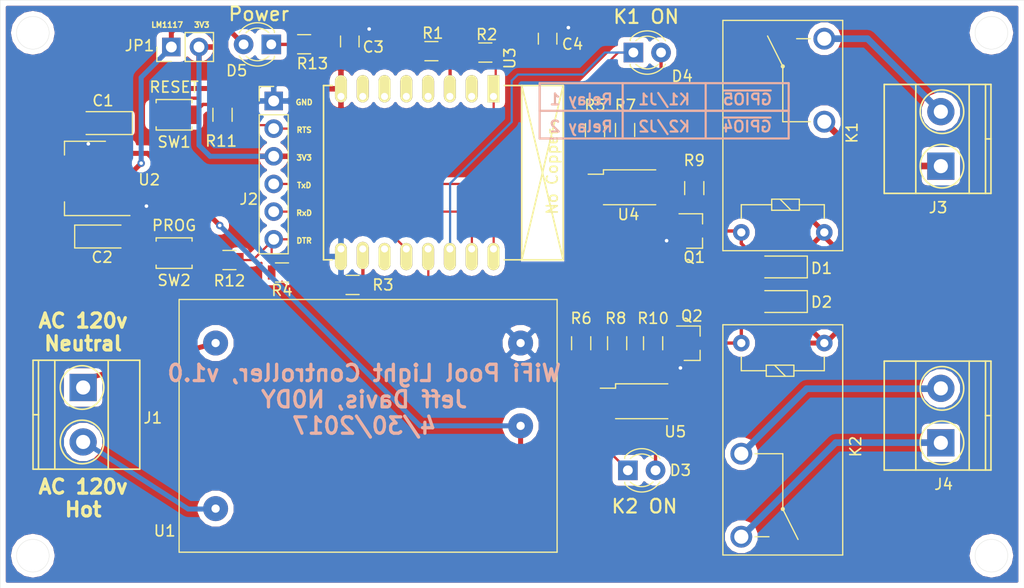
<source format=kicad_pcb>
(kicad_pcb (version 20170123) (host pcbnew "(2017-04-22 revision b38541345)-makepkg")

  (general
    (links 70)
    (no_connects 0)
    (area 58.032899 75.695299 152.058301 129.720701)
    (thickness 1.6002)
    (drawings 39)
    (tracks 200)
    (zones 0)
    (modules 38)
    (nets 39)
  )

  (page A4)
  (layers
    (0 F.Cu signal)
    (31 B.Cu signal)
    (34 B.Paste user)
    (35 F.Paste user)
    (36 B.SilkS user)
    (37 F.SilkS user)
    (38 B.Mask user)
    (39 F.Mask user)
    (44 Edge.Cuts user)
  )

  (setup
    (last_trace_width 0.3048)
    (trace_clearance 0.1524)
    (zone_clearance 0.508)
    (zone_45_only yes)
    (trace_min 0.1524)
    (segment_width 0.2)
    (edge_width 0.0254)
    (via_size 0.6858)
    (via_drill 0.3302)
    (via_min_size 0.6858)
    (via_min_drill 0.3302)
    (uvia_size 0.762)
    (uvia_drill 0.508)
    (uvias_allowed no)
    (uvia_min_size 0)
    (uvia_min_drill 0)
    (pcb_text_width 0.3)
    (pcb_text_size 1.5 1.5)
    (mod_edge_width 0.15)
    (mod_text_size 1 1)
    (mod_text_width 0.15)
    (pad_size 6 6)
    (pad_drill 3)
    (pad_to_mask_clearance 0.2)
    (aux_axis_origin 58.0456 75.708)
    (grid_origin 58.0456 75.708)
    (visible_elements 7FFFFFFF)
    (pcbplotparams
      (layerselection 0x01008_7ffffffe)
      (usegerberextensions true)
      (excludeedgelayer true)
      (linewidth 0.100000)
      (plotframeref false)
      (viasonmask false)
      (mode 1)
      (useauxorigin false)
      (hpglpennumber 1)
      (hpglpenspeed 20)
      (hpglpendiameter 15)
      (psnegative false)
      (psa4output false)
      (plotreference true)
      (plotvalue true)
      (plotinvisibletext false)
      (padsonsilk false)
      (subtractmaskfromsilk false)
      (outputformat 1)
      (mirror false)
      (drillshape 0)
      (scaleselection 1)
      (outputdirectory gerbers/))
  )

  (net 0 "")
  (net 1 +5V)
  (net 2 GND)
  (net 3 +3V3)
  (net 4 "Net-(J1-Pad1)")
  (net 5 "Net-(J1-Pad2)")
  (net 6 /DTR)
  (net 7 /TXD)
  (net 8 /RXD)
  (net 9 /RTS)
  (net 10 "Net-(J3-Pad1)")
  (net 11 "Net-(J3-Pad2)")
  (net 12 "Net-(J4-Pad1)")
  (net 13 "Net-(J4-Pad2)")
  (net 14 "Net-(R3-Pad1)")
  (net 15 /~RELAY1)
  (net 16 /~RELAY2)
  (net 17 "Net-(R7-Pad1)")
  (net 18 "Net-(R8-Pad1)")
  (net 19 "Net-(R9-Pad2)")
  (net 20 "Net-(R10-Pad2)")
  (net 21 "Net-(U2-Pad4)")
  (net 22 "Net-(U3-Pad2)")
  (net 23 "Net-(U3-Pad4)")
  (net 24 "Net-(U3-Pad5)")
  (net 25 "Net-(U3-Pad6)")
  (net 26 "Net-(U3-Pad7)")
  (net 27 "Net-(U3-Pad11)")
  (net 28 "Net-(Q1-Pad1)")
  (net 29 "Net-(Q2-Pad1)")
  (net 30 "Net-(R1-Pad2)")
  (net 31 "Net-(D1-Pad2)")
  (net 32 "Net-(D2-Pad2)")
  (net 33 "Net-(C2-Pad1)")
  (net 34 "Net-(R11-Pad2)")
  (net 35 "Net-(R12-Pad1)")
  (net 36 "Net-(D3-Pad2)")
  (net 37 "Net-(D4-Pad2)")
  (net 38 "Net-(D5-Pad1)")

  (net_class Default "This is the default net class."
    (clearance 0.1524)
    (trace_width 0.3048)
    (via_dia 0.6858)
    (via_drill 0.3302)
    (uvia_dia 0.762)
    (uvia_drill 0.508)
    (add_net "Net-(D1-Pad2)")
    (add_net "Net-(D2-Pad2)")
    (add_net "Net-(D3-Pad2)")
    (add_net "Net-(D4-Pad2)")
    (add_net "Net-(D5-Pad1)")
    (add_net "Net-(Q1-Pad1)")
    (add_net "Net-(Q2-Pad1)")
    (add_net "Net-(R1-Pad2)")
    (add_net "Net-(R10-Pad2)")
    (add_net "Net-(R11-Pad2)")
    (add_net "Net-(R12-Pad1)")
    (add_net "Net-(R3-Pad1)")
    (add_net "Net-(R7-Pad1)")
    (add_net "Net-(R8-Pad1)")
    (add_net "Net-(R9-Pad2)")
    (add_net "Net-(U2-Pad4)")
    (add_net "Net-(U3-Pad11)")
    (add_net "Net-(U3-Pad2)")
    (add_net "Net-(U3-Pad4)")
    (add_net "Net-(U3-Pad5)")
    (add_net "Net-(U3-Pad6)")
    (add_net "Net-(U3-Pad7)")
  )

  (net_class Power ""
    (clearance 0.1524)
    (trace_width 0.4572)
    (via_dia 0.6858)
    (via_drill 0.3302)
    (uvia_dia 0.762)
    (uvia_drill 0.508)
    (add_net +3V3)
    (add_net +5V)
    (add_net GND)
    (add_net "Net-(C2-Pad1)")
    (add_net "Net-(J1-Pad1)")
    (add_net "Net-(J1-Pad2)")
  )

  (net_class Relay ""
    (clearance 0.1524)
    (trace_width 0.6096)
    (via_dia 0.6858)
    (via_drill 0.3302)
    (uvia_dia 0.762)
    (uvia_drill 0.508)
    (add_net "Net-(J3-Pad1)")
    (add_net "Net-(J3-Pad2)")
    (add_net "Net-(J4-Pad1)")
    (add_net "Net-(J4-Pad2)")
  )

  (net_class Thin ""
    (clearance 0.1524)
    (trace_width 0.2032)
    (via_dia 0.6858)
    (via_drill 0.3302)
    (uvia_dia 0.762)
    (uvia_drill 0.508)
    (add_net /DTR)
    (add_net /RTS)
    (add_net /RXD)
    (add_net /TXD)
    (add_net /~RELAY1)
    (add_net /~RELAY2)
  )

  (module Relays_THT:Relay_SPST-NO_OMRON-G5Q (layer F.Cu) (tedit 58FBA24F) (tstamp 58F7C6E6)
    (at 133.7056 97.028 90)
    (descr "Relay SPST-NO Omron Serie G5Q")
    (tags "Relay SPST-NO Omron Serie G5Q")
    (path /58F80D61)
    (fp_text reference K1 (at 9.144 2.54 270) (layer F.SilkS)
      (effects (font (size 1 1) (thickness 0.15)))
    )
    (fp_text value "G5Q-1A DC5" (at 8.8 3 270) (layer F.Fab)
      (effects (font (size 1 1) (thickness 0.15)))
    )
    (fp_line (start 0 -1) (end 0 -6.5) (layer F.Fab) (width 0.1))
    (fp_line (start 18.96 -8.81) (end 18.96 1.19) (layer F.Fab) (width 0.1))
    (fp_line (start 18.96 1.19) (end -1.18 1.19) (layer F.Fab) (width 0.1))
    (fp_line (start -1.18 1.19) (end -1.18 -8.81) (layer F.Fab) (width 0.1))
    (fp_line (start -1.18 -8.81) (end 18.96 -8.81) (layer F.Fab) (width 0.1))
    (fp_line (start -1.95 -9.55) (end 19.7 -9.55) (layer F.CrtYd) (width 0.05))
    (fp_line (start 19.7 -9.55) (end 19.7 1.95) (layer F.CrtYd) (width 0.05))
    (fp_line (start 19.7 1.95) (end -1.95 1.95) (layer F.CrtYd) (width 0.05))
    (fp_line (start -1.95 1.95) (end -1.95 -9.55) (layer F.CrtYd) (width 0.05))
    (fp_line (start 15.24 -3.81) (end 18.03 -5.21) (layer F.SilkS) (width 0.12))
    (fp_line (start 17.78 -1.27) (end 17.78 -2.54) (layer F.SilkS) (width 0.12))
    (fp_line (start 10.16 -1.27) (end 10.16 -3.81) (layer F.SilkS) (width 0.12))
    (fp_line (start 10.16 -3.81) (end 15.24 -3.81) (layer F.SilkS) (width 0.12))
    (fp_line (start 2.03 -3.05) (end 3.05 -4.06) (layer F.SilkS) (width 0.12))
    (fp_line (start 2.54 -7.62) (end 1.27 -7.62) (layer F.SilkS) (width 0.12))
    (fp_line (start 2.54 -4.83) (end 2.54 -7.62) (layer F.SilkS) (width 0.12))
    (fp_line (start 2.54 0) (end 2.54 -2.29) (layer F.SilkS) (width 0.12))
    (fp_line (start 1.27 0) (end 2.54 0) (layer F.SilkS) (width 0.12))
    (fp_line (start 2.54 -2.29) (end 2.03 -2.29) (layer F.SilkS) (width 0.12))
    (fp_line (start 2.03 -2.29) (end 2.03 -4.83) (layer F.SilkS) (width 0.12))
    (fp_line (start 2.03 -4.83) (end 2.54 -4.83) (layer F.SilkS) (width 0.12))
    (fp_line (start 2.54 -4.83) (end 3.05 -4.83) (layer F.SilkS) (width 0.12))
    (fp_line (start 3.05 -4.83) (end 3.05 -2.29) (layer F.SilkS) (width 0.12))
    (fp_line (start 3.05 -2.29) (end 2.54 -2.29) (layer F.SilkS) (width 0.12))
    (fp_line (start -1.68 1.69) (end 19.46 1.69) (layer F.SilkS) (width 0.12))
    (fp_line (start 19.46 1.69) (end 19.46 -9.31) (layer F.SilkS) (width 0.12))
    (fp_line (start -1.68 1.69) (end -1.68 -9.31) (layer F.SilkS) (width 0.12))
    (fp_line (start -1.68 -9.31) (end 19.46 -9.31) (layer F.SilkS) (width 0.12))
    (fp_circle (center 15.24 -3.81) (end 15.24 -3.68) (layer F.SilkS) (width 0.12))
    (pad 1 thru_hole circle (at 0 0 270) (size 1.52 1.52) (drill 0.76) (layers *.Cu *.Mask)
      (net 1 +5V))
    (pad 2 thru_hole circle (at 10.16 0 270) (size 2 2) (drill 1.3) (layers *.Cu *.Mask)
      (net 10 "Net-(J3-Pad1)"))
    (pad 3 thru_hole circle (at 17.78 0 270) (size 2 2) (drill 1.3) (layers *.Cu *.Mask)
      (net 11 "Net-(J3-Pad2)"))
    (pad 5 thru_hole circle (at 0 -7.62 270) (size 1.52 1.52) (drill 0.76) (layers *.Cu *.Mask)
      (net 31 "Net-(D1-Pad2)"))
    (model Relays_THT.3dshapes/Relay_SPST-NO_OMRON-G5Q.wrl
      (at (xyz 0 0 0))
      (scale (xyz 1 1 1))
      (rotate (xyz 0 0 0))
    )
  )

  (module Capacitors_SMD:C_0805 (layer F.Cu) (tedit 58FBA292) (tstamp 58F25450)
    (at 90.1446 79.502 90)
    (descr "Capacitor SMD 0805, reflow soldering, AVX (see smccp.pdf)")
    (tags "capacitor 0805")
    (path /58F205C1)
    (attr smd)
    (fp_text reference C3 (at -0.508 2.159 180) (layer F.SilkS)
      (effects (font (size 1 1) (thickness 0.15)))
    )
    (fp_text value 100nF (at 0 1.75 90) (layer F.Fab)
      (effects (font (size 1 1) (thickness 0.15)))
    )
    (fp_text user %R (at 0 -1.5 90) (layer F.Fab)
      (effects (font (size 1 1) (thickness 0.15)))
    )
    (fp_line (start -1 0.62) (end -1 -0.62) (layer F.Fab) (width 0.1))
    (fp_line (start 1 0.62) (end -1 0.62) (layer F.Fab) (width 0.1))
    (fp_line (start 1 -0.62) (end 1 0.62) (layer F.Fab) (width 0.1))
    (fp_line (start -1 -0.62) (end 1 -0.62) (layer F.Fab) (width 0.1))
    (fp_line (start 0.5 -0.85) (end -0.5 -0.85) (layer F.SilkS) (width 0.12))
    (fp_line (start -0.5 0.85) (end 0.5 0.85) (layer F.SilkS) (width 0.12))
    (fp_line (start -1.75 -0.88) (end 1.75 -0.88) (layer F.CrtYd) (width 0.05))
    (fp_line (start -1.75 -0.88) (end -1.75 0.87) (layer F.CrtYd) (width 0.05))
    (fp_line (start 1.75 0.87) (end 1.75 -0.88) (layer F.CrtYd) (width 0.05))
    (fp_line (start 1.75 0.87) (end -1.75 0.87) (layer F.CrtYd) (width 0.05))
    (pad 1 smd rect (at -1 0 90) (size 1 1.25) (layers F.Cu F.Paste F.Mask)
      (net 3 +3V3))
    (pad 2 smd rect (at 1 0 90) (size 1 1.25) (layers F.Cu F.Paste F.Mask)
      (net 2 GND))
    (model Capacitors_SMD.3dshapes/C_0805.wrl
      (at (xyz 0 0 0))
      (scale (xyz 1 1 1))
      (rotate (xyz 0 0 0))
    )
  )

  (module Connectors_Terminal_Blocks:TerminalBlock_Pheonix_MKDS1.5-2pol (layer F.Cu) (tedit 58F3FE84) (tstamp 58F25462)
    (at 65.6656 111.268 270)
    (descr "2-way 5mm pitch terminal block, Phoenix MKDS series")
    (path /58F2D073)
    (fp_text reference J1 (at 2.794 -6.4008) (layer F.SilkS)
      (effects (font (size 1 1) (thickness 0.15)))
    )
    (fp_text value CONN_01X02 (at 2.5 -6.6 270) (layer F.Fab) hide
      (effects (font (size 1 1) (thickness 0.15)))
    )
    (fp_line (start -2.7 -5.4) (end 7.7 -5.4) (layer F.CrtYd) (width 0.05))
    (fp_line (start -2.7 4.8) (end -2.7 -5.4) (layer F.CrtYd) (width 0.05))
    (fp_line (start 7.7 4.8) (end -2.7 4.8) (layer F.CrtYd) (width 0.05))
    (fp_line (start 7.7 -5.4) (end 7.7 4.8) (layer F.CrtYd) (width 0.05))
    (fp_line (start 2.5 4.1) (end 2.5 4.6) (layer F.SilkS) (width 0.15))
    (fp_circle (center 5 0.1) (end 3 0.1) (layer F.SilkS) (width 0.15))
    (fp_circle (center 0 0.1) (end 2 0.1) (layer F.SilkS) (width 0.15))
    (fp_line (start -2.5 2.6) (end 7.5 2.6) (layer F.SilkS) (width 0.15))
    (fp_line (start -2.5 -2.3) (end 7.5 -2.3) (layer F.SilkS) (width 0.15))
    (fp_line (start -2.5 4.1) (end 7.5 4.1) (layer F.SilkS) (width 0.15))
    (fp_line (start -2.5 4.6) (end 7.5 4.6) (layer F.SilkS) (width 0.15))
    (fp_line (start 7.5 4.6) (end 7.5 -5.2) (layer F.SilkS) (width 0.15))
    (fp_line (start 7.5 -5.2) (end -2.5 -5.2) (layer F.SilkS) (width 0.15))
    (fp_line (start -2.5 -5.2) (end -2.5 4.6) (layer F.SilkS) (width 0.15))
    (pad 1 thru_hole rect (at 0 0 270) (size 2.5 2.5) (drill 1.3) (layers *.Cu *.Mask)
      (net 4 "Net-(J1-Pad1)"))
    (pad 2 thru_hole circle (at 5 0 270) (size 2.5 2.5) (drill 1.3) (layers *.Cu *.Mask)
      (net 5 "Net-(J1-Pad2)"))
    (model Terminal_Blocks.3dshapes/TerminalBlock_Pheonix_MKDS1.5-2pol.wrl
      (at (xyz 0.0984 0 0))
      (scale (xyz 1 1 1))
      (rotate (xyz 0 0 0))
    )
  )

  (module Pin_Headers:Pin_Header_Straight_1x06_Pitch2.54mm (layer F.Cu) (tedit 58FBA398) (tstamp 58F2546C)
    (at 83.1596 84.963)
    (descr "Through hole straight pin header, 1x06, 2.54mm pitch, single row")
    (tags "Through hole pin header THT 1x06 2.54mm single row")
    (path /58F16837)
    (fp_text reference J2 (at -2.286 9.017) (layer F.SilkS)
      (effects (font (size 1 1) (thickness 0.15)))
    )
    (fp_text value CONN_01X06 (at 0 15.03) (layer F.Fab) hide
      (effects (font (size 1 1) (thickness 0.15)))
    )
    (fp_line (start -1.27 -1.27) (end -1.27 13.97) (layer F.Fab) (width 0.1))
    (fp_line (start -1.27 13.97) (end 1.27 13.97) (layer F.Fab) (width 0.1))
    (fp_line (start 1.27 13.97) (end 1.27 -1.27) (layer F.Fab) (width 0.1))
    (fp_line (start 1.27 -1.27) (end -1.27 -1.27) (layer F.Fab) (width 0.1))
    (fp_line (start -1.33 1.27) (end -1.33 14.03) (layer F.SilkS) (width 0.12))
    (fp_line (start -1.33 14.03) (end 1.33 14.03) (layer F.SilkS) (width 0.12))
    (fp_line (start 1.33 14.03) (end 1.33 1.27) (layer F.SilkS) (width 0.12))
    (fp_line (start 1.33 1.27) (end -1.33 1.27) (layer F.SilkS) (width 0.12))
    (fp_line (start -1.33 0) (end -1.33 -1.33) (layer F.SilkS) (width 0.12))
    (fp_line (start -1.33 -1.33) (end 0 -1.33) (layer F.SilkS) (width 0.12))
    (fp_line (start -1.8 -1.8) (end -1.8 14.5) (layer F.CrtYd) (width 0.05))
    (fp_line (start -1.8 14.5) (end 1.8 14.5) (layer F.CrtYd) (width 0.05))
    (fp_line (start 1.8 14.5) (end 1.8 -1.8) (layer F.CrtYd) (width 0.05))
    (fp_line (start 1.8 -1.8) (end -1.8 -1.8) (layer F.CrtYd) (width 0.05))
    (fp_text user %R (at 0 -2.33) (layer F.Fab)
      (effects (font (size 1 1) (thickness 0.15)))
    )
    (pad 1 thru_hole rect (at 0 0) (size 1.7 1.7) (drill 1) (layers *.Cu *.Mask)
      (net 2 GND))
    (pad 2 thru_hole oval (at 0 2.54) (size 1.7 1.7) (drill 1) (layers *.Cu *.Mask)
      (net 9 /RTS))
    (pad 3 thru_hole oval (at 0 5.08) (size 1.7 1.7) (drill 1) (layers *.Cu *.Mask)
      (net 3 +3V3))
    (pad 4 thru_hole oval (at 0 7.62) (size 1.7 1.7) (drill 1) (layers *.Cu *.Mask)
      (net 7 /TXD))
    (pad 5 thru_hole oval (at 0 10.16) (size 1.7 1.7) (drill 1) (layers *.Cu *.Mask)
      (net 8 /RXD))
    (pad 6 thru_hole oval (at 0 12.7) (size 1.7 1.7) (drill 1) (layers *.Cu *.Mask)
      (net 6 /DTR))
    (model ${KISYS3DMOD}/Pin_Headers.3dshapes/Pin_Header_Straight_1x06_Pitch2.54mm.wrl
      (at (xyz 0 -0.25 0))
      (scale (xyz 1 1 1))
      (rotate (xyz 0 0 90))
    )
  )

  (module Connectors_Terminal_Blocks:TerminalBlock_Pheonix_MKDS1.5-2pol (layer F.Cu) (tedit 58F3B5A5) (tstamp 58F25472)
    (at 144.4056 90.948 90)
    (descr "2-way 5mm pitch terminal block, Phoenix MKDS series")
    (path /58F1C850)
    (fp_text reference J3 (at -3.81 -0.254 180) (layer F.SilkS)
      (effects (font (size 1 1) (thickness 0.15)))
    )
    (fp_text value CONN_01X02 (at 2.5 -6.6 90) (layer F.Fab) hide
      (effects (font (size 1 1) (thickness 0.15)))
    )
    (fp_line (start -2.7 -5.4) (end 7.7 -5.4) (layer F.CrtYd) (width 0.05))
    (fp_line (start -2.7 4.8) (end -2.7 -5.4) (layer F.CrtYd) (width 0.05))
    (fp_line (start 7.7 4.8) (end -2.7 4.8) (layer F.CrtYd) (width 0.05))
    (fp_line (start 7.7 -5.4) (end 7.7 4.8) (layer F.CrtYd) (width 0.05))
    (fp_line (start 2.5 4.1) (end 2.5 4.6) (layer F.SilkS) (width 0.15))
    (fp_circle (center 5 0.1) (end 3 0.1) (layer F.SilkS) (width 0.15))
    (fp_circle (center 0 0.1) (end 2 0.1) (layer F.SilkS) (width 0.15))
    (fp_line (start -2.5 2.6) (end 7.5 2.6) (layer F.SilkS) (width 0.15))
    (fp_line (start -2.5 -2.3) (end 7.5 -2.3) (layer F.SilkS) (width 0.15))
    (fp_line (start -2.5 4.1) (end 7.5 4.1) (layer F.SilkS) (width 0.15))
    (fp_line (start -2.5 4.6) (end 7.5 4.6) (layer F.SilkS) (width 0.15))
    (fp_line (start 7.5 4.6) (end 7.5 -5.2) (layer F.SilkS) (width 0.15))
    (fp_line (start 7.5 -5.2) (end -2.5 -5.2) (layer F.SilkS) (width 0.15))
    (fp_line (start -2.5 -5.2) (end -2.5 4.6) (layer F.SilkS) (width 0.15))
    (pad 1 thru_hole rect (at 0 0 90) (size 2.5 2.5) (drill 1.3) (layers *.Cu *.Mask)
      (net 10 "Net-(J3-Pad1)"))
    (pad 2 thru_hole circle (at 5 0 90) (size 2.5 2.5) (drill 1.3) (layers *.Cu *.Mask)
      (net 11 "Net-(J3-Pad2)"))
    (model Terminal_Blocks.3dshapes/TerminalBlock_Pheonix_MKDS1.5-2pol.wrl
      (at (xyz 0.0984 0 0))
      (scale (xyz 1 1 1))
      (rotate (xyz 0 0 0))
    )
  )

  (module Connectors_Terminal_Blocks:TerminalBlock_Pheonix_MKDS1.5-2pol (layer F.Cu) (tedit 58F2F953) (tstamp 58F25478)
    (at 144.4056 116.348 90)
    (descr "2-way 5mm pitch terminal block, Phoenix MKDS series")
    (path /58F2CEE8)
    (fp_text reference J4 (at -3.81 0.254 180) (layer F.SilkS)
      (effects (font (size 1 1) (thickness 0.15)))
    )
    (fp_text value CONN_01X02 (at 2.5 -6.6 90) (layer F.Fab) hide
      (effects (font (size 1 1) (thickness 0.15)))
    )
    (fp_line (start -2.7 -5.4) (end 7.7 -5.4) (layer F.CrtYd) (width 0.05))
    (fp_line (start -2.7 4.8) (end -2.7 -5.4) (layer F.CrtYd) (width 0.05))
    (fp_line (start 7.7 4.8) (end -2.7 4.8) (layer F.CrtYd) (width 0.05))
    (fp_line (start 7.7 -5.4) (end 7.7 4.8) (layer F.CrtYd) (width 0.05))
    (fp_line (start 2.5 4.1) (end 2.5 4.6) (layer F.SilkS) (width 0.15))
    (fp_circle (center 5 0.1) (end 3 0.1) (layer F.SilkS) (width 0.15))
    (fp_circle (center 0 0.1) (end 2 0.1) (layer F.SilkS) (width 0.15))
    (fp_line (start -2.5 2.6) (end 7.5 2.6) (layer F.SilkS) (width 0.15))
    (fp_line (start -2.5 -2.3) (end 7.5 -2.3) (layer F.SilkS) (width 0.15))
    (fp_line (start -2.5 4.1) (end 7.5 4.1) (layer F.SilkS) (width 0.15))
    (fp_line (start -2.5 4.6) (end 7.5 4.6) (layer F.SilkS) (width 0.15))
    (fp_line (start 7.5 4.6) (end 7.5 -5.2) (layer F.SilkS) (width 0.15))
    (fp_line (start 7.5 -5.2) (end -2.5 -5.2) (layer F.SilkS) (width 0.15))
    (fp_line (start -2.5 -5.2) (end -2.5 4.6) (layer F.SilkS) (width 0.15))
    (pad 1 thru_hole rect (at 0 0 90) (size 2.5 2.5) (drill 1.3) (layers *.Cu *.Mask)
      (net 12 "Net-(J4-Pad1)"))
    (pad 2 thru_hole circle (at 5 0 90) (size 2.5 2.5) (drill 1.3) (layers *.Cu *.Mask)
      (net 13 "Net-(J4-Pad2)"))
    (model Terminal_Blocks.3dshapes/TerminalBlock_Pheonix_MKDS1.5-2pol.wrl
      (at (xyz 0.0984 0 0))
      (scale (xyz 1 1 1))
      (rotate (xyz 0 0 0))
    )
  )

  (module Resistors_SMD:R_0805 (layer F.Cu) (tedit 58FAD4A9) (tstamp 58F2548C)
    (at 97.6376 80.391)
    (descr "Resistor SMD 0805, reflow soldering, Vishay (see dcrcw.pdf)")
    (tags "resistor 0805")
    (path /58F2A584)
    (attr smd)
    (fp_text reference R1 (at 0.127 -1.651) (layer F.SilkS)
      (effects (font (size 1 1) (thickness 0.15)))
    )
    (fp_text value 10K (at 0 1.75) (layer F.Fab)
      (effects (font (size 1 1) (thickness 0.15)))
    )
    (fp_text user %R (at 0 0) (layer F.Fab)
      (effects (font (size 0.5 0.5) (thickness 0.075)))
    )
    (fp_line (start -1 0.62) (end -1 -0.62) (layer F.Fab) (width 0.1))
    (fp_line (start 1 0.62) (end -1 0.62) (layer F.Fab) (width 0.1))
    (fp_line (start 1 -0.62) (end 1 0.62) (layer F.Fab) (width 0.1))
    (fp_line (start -1 -0.62) (end 1 -0.62) (layer F.Fab) (width 0.1))
    (fp_line (start 0.6 0.88) (end -0.6 0.88) (layer F.SilkS) (width 0.12))
    (fp_line (start -0.6 -0.88) (end 0.6 -0.88) (layer F.SilkS) (width 0.12))
    (fp_line (start -1.55 -0.9) (end 1.55 -0.9) (layer F.CrtYd) (width 0.05))
    (fp_line (start -1.55 -0.9) (end -1.55 0.9) (layer F.CrtYd) (width 0.05))
    (fp_line (start 1.55 0.9) (end 1.55 -0.9) (layer F.CrtYd) (width 0.05))
    (fp_line (start 1.55 0.9) (end -1.55 0.9) (layer F.CrtYd) (width 0.05))
    (pad 1 smd rect (at -0.95 0) (size 0.7 1.3) (layers F.Cu F.Paste F.Mask)
      (net 3 +3V3))
    (pad 2 smd rect (at 0.95 0) (size 0.7 1.3) (layers F.Cu F.Paste F.Mask)
      (net 30 "Net-(R1-Pad2)"))
    (model ${KISYS3DMOD}/Resistors_SMD.3dshapes/R_0805.wrl
      (at (xyz 0 0 0))
      (scale (xyz 1 1 1))
      (rotate (xyz 0 0 0))
    )
  )

  (module Resistors_SMD:R_0805 (layer F.Cu) (tedit 58FAD4A3) (tstamp 58F25492)
    (at 102.5906 80.518)
    (descr "Resistor SMD 0805, reflow soldering, Vishay (see dcrcw.pdf)")
    (tags "resistor 0805")
    (path /58F56212)
    (attr smd)
    (fp_text reference R2 (at 0.127 -1.651) (layer F.SilkS)
      (effects (font (size 1 1) (thickness 0.15)))
    )
    (fp_text value 10K (at 0 1.75) (layer F.Fab)
      (effects (font (size 1 1) (thickness 0.15)))
    )
    (fp_text user %R (at 0 0) (layer F.Fab)
      (effects (font (size 0.5 0.5) (thickness 0.075)))
    )
    (fp_line (start -1 0.62) (end -1 -0.62) (layer F.Fab) (width 0.1))
    (fp_line (start 1 0.62) (end -1 0.62) (layer F.Fab) (width 0.1))
    (fp_line (start 1 -0.62) (end 1 0.62) (layer F.Fab) (width 0.1))
    (fp_line (start -1 -0.62) (end 1 -0.62) (layer F.Fab) (width 0.1))
    (fp_line (start 0.6 0.88) (end -0.6 0.88) (layer F.SilkS) (width 0.12))
    (fp_line (start -0.6 -0.88) (end 0.6 -0.88) (layer F.SilkS) (width 0.12))
    (fp_line (start -1.55 -0.9) (end 1.55 -0.9) (layer F.CrtYd) (width 0.05))
    (fp_line (start -1.55 -0.9) (end -1.55 0.9) (layer F.CrtYd) (width 0.05))
    (fp_line (start 1.55 0.9) (end 1.55 -0.9) (layer F.CrtYd) (width 0.05))
    (fp_line (start 1.55 0.9) (end -1.55 0.9) (layer F.CrtYd) (width 0.05))
    (pad 1 smd rect (at -0.95 0) (size 0.7 1.3) (layers F.Cu F.Paste F.Mask)
      (net 3 +3V3))
    (pad 2 smd rect (at 0.95 0) (size 0.7 1.3) (layers F.Cu F.Paste F.Mask)
      (net 9 /RTS))
    (model ${KISYS3DMOD}/Resistors_SMD.3dshapes/R_0805.wrl
      (at (xyz 0 0 0))
      (scale (xyz 1 1 1))
      (rotate (xyz 0 0 0))
    )
  )

  (module Resistors_SMD:R_0805 (layer F.Cu) (tedit 58FAF445) (tstamp 58F25498)
    (at 90.3986 101.854 180)
    (descr "Resistor SMD 0805, reflow soldering, Vishay (see dcrcw.pdf)")
    (tags "resistor 0805")
    (path /58F5649A)
    (attr smd)
    (fp_text reference R3 (at -2.794 0) (layer F.SilkS)
      (effects (font (size 1 1) (thickness 0.15)))
    )
    (fp_text value 10K (at 1.397 -2.3114 270) (layer F.Fab)
      (effects (font (size 1 1) (thickness 0.15)))
    )
    (fp_text user %R (at 0 0 180) (layer F.Fab)
      (effects (font (size 0.5 0.5) (thickness 0.075)))
    )
    (fp_line (start -1 0.62) (end -1 -0.62) (layer F.Fab) (width 0.1))
    (fp_line (start 1 0.62) (end -1 0.62) (layer F.Fab) (width 0.1))
    (fp_line (start 1 -0.62) (end 1 0.62) (layer F.Fab) (width 0.1))
    (fp_line (start -1 -0.62) (end 1 -0.62) (layer F.Fab) (width 0.1))
    (fp_line (start 0.6 0.88) (end -0.6 0.88) (layer F.SilkS) (width 0.12))
    (fp_line (start -0.6 -0.88) (end 0.6 -0.88) (layer F.SilkS) (width 0.12))
    (fp_line (start -1.55 -0.9) (end 1.55 -0.9) (layer F.CrtYd) (width 0.05))
    (fp_line (start -1.55 -0.9) (end -1.55 0.9) (layer F.CrtYd) (width 0.05))
    (fp_line (start 1.55 0.9) (end 1.55 -0.9) (layer F.CrtYd) (width 0.05))
    (fp_line (start 1.55 0.9) (end -1.55 0.9) (layer F.CrtYd) (width 0.05))
    (pad 1 smd rect (at -0.95 0 180) (size 0.7 1.3) (layers F.Cu F.Paste F.Mask)
      (net 14 "Net-(R3-Pad1)"))
    (pad 2 smd rect (at 0.95 0 180) (size 0.7 1.3) (layers F.Cu F.Paste F.Mask)
      (net 2 GND))
    (model ${KISYS3DMOD}/Resistors_SMD.3dshapes/R_0805.wrl
      (at (xyz 0 0 0))
      (scale (xyz 1 1 1))
      (rotate (xyz 0 0 0))
    )
  )

  (module Resistors_SMD:R_0805 (layer F.Cu) (tedit 58E0A804) (tstamp 58F2549E)
    (at 83.9216 100.711 180)
    (descr "Resistor SMD 0805, reflow soldering, Vishay (see dcrcw.pdf)")
    (tags "resistor 0805")
    (path /58F56289)
    (attr smd)
    (fp_text reference R4 (at 0 -1.65 180) (layer F.SilkS)
      (effects (font (size 1 1) (thickness 0.15)))
    )
    (fp_text value 10K (at 0 1.75 180) (layer F.Fab)
      (effects (font (size 1 1) (thickness 0.15)))
    )
    (fp_text user %R (at 0 0 180) (layer F.Fab)
      (effects (font (size 0.5 0.5) (thickness 0.075)))
    )
    (fp_line (start -1 0.62) (end -1 -0.62) (layer F.Fab) (width 0.1))
    (fp_line (start 1 0.62) (end -1 0.62) (layer F.Fab) (width 0.1))
    (fp_line (start 1 -0.62) (end 1 0.62) (layer F.Fab) (width 0.1))
    (fp_line (start -1 -0.62) (end 1 -0.62) (layer F.Fab) (width 0.1))
    (fp_line (start 0.6 0.88) (end -0.6 0.88) (layer F.SilkS) (width 0.12))
    (fp_line (start -0.6 -0.88) (end 0.6 -0.88) (layer F.SilkS) (width 0.12))
    (fp_line (start -1.55 -0.9) (end 1.55 -0.9) (layer F.CrtYd) (width 0.05))
    (fp_line (start -1.55 -0.9) (end -1.55 0.9) (layer F.CrtYd) (width 0.05))
    (fp_line (start 1.55 0.9) (end 1.55 -0.9) (layer F.CrtYd) (width 0.05))
    (fp_line (start 1.55 0.9) (end -1.55 0.9) (layer F.CrtYd) (width 0.05))
    (pad 1 smd rect (at -0.95 0 180) (size 0.7 1.3) (layers F.Cu F.Paste F.Mask)
      (net 3 +3V3))
    (pad 2 smd rect (at 0.95 0 180) (size 0.7 1.3) (layers F.Cu F.Paste F.Mask)
      (net 6 /DTR))
    (model ${KISYS3DMOD}/Resistors_SMD.3dshapes/R_0805.wrl
      (at (xyz 0 0 0))
      (scale (xyz 1 1 1))
      (rotate (xyz 0 0 0))
    )
  )

  (module Resistors_SMD:R_0805 (layer F.Cu) (tedit 59063E98) (tstamp 58F254A4)
    (at 112.6556 87.646 270)
    (descr "Resistor SMD 0805, reflow soldering, Vishay (see dcrcw.pdf)")
    (tags "resistor 0805")
    (path /58F56397)
    (attr smd)
    (fp_text reference R5 (at -2.286 0) (layer F.SilkS)
      (effects (font (size 1 1) (thickness 0.15)))
    )
    (fp_text value 10K (at -2.54 0) (layer F.Fab)
      (effects (font (size 1 1) (thickness 0.15)))
    )
    (fp_text user %R (at 0 0 270) (layer F.Fab)
      (effects (font (size 0.5 0.5) (thickness 0.075)))
    )
    (fp_line (start -1 0.62) (end -1 -0.62) (layer F.Fab) (width 0.1))
    (fp_line (start 1 0.62) (end -1 0.62) (layer F.Fab) (width 0.1))
    (fp_line (start 1 -0.62) (end 1 0.62) (layer F.Fab) (width 0.1))
    (fp_line (start -1 -0.62) (end 1 -0.62) (layer F.Fab) (width 0.1))
    (fp_line (start 0.6 0.88) (end -0.6 0.88) (layer F.SilkS) (width 0.12))
    (fp_line (start -0.6 -0.88) (end 0.6 -0.88) (layer F.SilkS) (width 0.12))
    (fp_line (start -1.55 -0.9) (end 1.55 -0.9) (layer F.CrtYd) (width 0.05))
    (fp_line (start -1.55 -0.9) (end -1.55 0.9) (layer F.CrtYd) (width 0.05))
    (fp_line (start 1.55 0.9) (end 1.55 -0.9) (layer F.CrtYd) (width 0.05))
    (fp_line (start 1.55 0.9) (end -1.55 0.9) (layer F.CrtYd) (width 0.05))
    (pad 1 smd rect (at -0.95 0 270) (size 0.7 1.3) (layers F.Cu F.Paste F.Mask)
      (net 3 +3V3))
    (pad 2 smd rect (at 0.95 0 270) (size 0.7 1.3) (layers F.Cu F.Paste F.Mask)
      (net 15 /~RELAY1))
    (model ${KISYS3DMOD}/Resistors_SMD.3dshapes/R_0805.wrl
      (at (xyz 0 0 0))
      (scale (xyz 1 1 1))
      (rotate (xyz 0 0 0))
    )
  )

  (module Resistors_SMD:R_0805 (layer F.Cu) (tedit 58FBA7D3) (tstamp 58F254AA)
    (at 111.3856 107.204 270)
    (descr "Resistor SMD 0805, reflow soldering, Vishay (see dcrcw.pdf)")
    (tags "resistor 0805")
    (path /58F56412)
    (attr smd)
    (fp_text reference R6 (at -2.286 0) (layer F.SilkS)
      (effects (font (size 1 1) (thickness 0.15)))
    )
    (fp_text value 10K (at -4.0386 -1.778) (layer F.Fab)
      (effects (font (size 1 1) (thickness 0.15)))
    )
    (fp_text user %R (at 0 0 270) (layer F.Fab)
      (effects (font (size 0.5 0.5) (thickness 0.075)))
    )
    (fp_line (start -1 0.62) (end -1 -0.62) (layer F.Fab) (width 0.1))
    (fp_line (start 1 0.62) (end -1 0.62) (layer F.Fab) (width 0.1))
    (fp_line (start 1 -0.62) (end 1 0.62) (layer F.Fab) (width 0.1))
    (fp_line (start -1 -0.62) (end 1 -0.62) (layer F.Fab) (width 0.1))
    (fp_line (start 0.6 0.88) (end -0.6 0.88) (layer F.SilkS) (width 0.12))
    (fp_line (start -0.6 -0.88) (end 0.6 -0.88) (layer F.SilkS) (width 0.12))
    (fp_line (start -1.55 -0.9) (end 1.55 -0.9) (layer F.CrtYd) (width 0.05))
    (fp_line (start -1.55 -0.9) (end -1.55 0.9) (layer F.CrtYd) (width 0.05))
    (fp_line (start 1.55 0.9) (end 1.55 -0.9) (layer F.CrtYd) (width 0.05))
    (fp_line (start 1.55 0.9) (end -1.55 0.9) (layer F.CrtYd) (width 0.05))
    (pad 1 smd rect (at -0.95 0 270) (size 0.7 1.3) (layers F.Cu F.Paste F.Mask)
      (net 3 +3V3))
    (pad 2 smd rect (at 0.95 0 270) (size 0.7 1.3) (layers F.Cu F.Paste F.Mask)
      (net 16 /~RELAY2))
    (model ${KISYS3DMOD}/Resistors_SMD.3dshapes/R_0805.wrl
      (at (xyz 0 0 0))
      (scale (xyz 1 1 1))
      (rotate (xyz 0 0 0))
    )
  )

  (module Resistors_SMD:R_0805 (layer F.Cu) (tedit 59063E0D) (tstamp 58F254B0)
    (at 115.4176 87.63 90)
    (descr "Resistor SMD 0805, reflow soldering, Vishay (see dcrcw.pdf)")
    (tags "resistor 0805")
    (path /58F29CF3)
    (attr smd)
    (fp_text reference R7 (at 2.27 0.032 180) (layer F.SilkS)
      (effects (font (size 1 1) (thickness 0.15)))
    )
    (fp_text value 1K (at 0.4318 1.8034 270) (layer F.Fab)
      (effects (font (size 1 1) (thickness 0.15)))
    )
    (fp_text user %R (at 0 0 90) (layer F.Fab)
      (effects (font (size 0.5 0.5) (thickness 0.075)))
    )
    (fp_line (start -1 0.62) (end -1 -0.62) (layer F.Fab) (width 0.1))
    (fp_line (start 1 0.62) (end -1 0.62) (layer F.Fab) (width 0.1))
    (fp_line (start 1 -0.62) (end 1 0.62) (layer F.Fab) (width 0.1))
    (fp_line (start -1 -0.62) (end 1 -0.62) (layer F.Fab) (width 0.1))
    (fp_line (start 0.6 0.88) (end -0.6 0.88) (layer F.SilkS) (width 0.12))
    (fp_line (start -0.6 -0.88) (end 0.6 -0.88) (layer F.SilkS) (width 0.12))
    (fp_line (start -1.55 -0.9) (end 1.55 -0.9) (layer F.CrtYd) (width 0.05))
    (fp_line (start -1.55 -0.9) (end -1.55 0.9) (layer F.CrtYd) (width 0.05))
    (fp_line (start 1.55 0.9) (end 1.55 -0.9) (layer F.CrtYd) (width 0.05))
    (fp_line (start 1.55 0.9) (end -1.55 0.9) (layer F.CrtYd) (width 0.05))
    (pad 1 smd rect (at -0.95 0 90) (size 0.7 1.3) (layers F.Cu F.Paste F.Mask)
      (net 17 "Net-(R7-Pad1)"))
    (pad 2 smd rect (at 0.95 0 90) (size 0.7 1.3) (layers F.Cu F.Paste F.Mask)
      (net 3 +3V3))
    (model ${KISYS3DMOD}/Resistors_SMD.3dshapes/R_0805.wrl
      (at (xyz 0 0 0))
      (scale (xyz 1 1 1))
      (rotate (xyz 0 0 0))
    )
  )

  (module Resistors_SMD:R_0805 (layer F.Cu) (tedit 58FBA7CC) (tstamp 58F254B6)
    (at 114.6876 107.204 90)
    (descr "Resistor SMD 0805, reflow soldering, Vishay (see dcrcw.pdf)")
    (tags "resistor 0805")
    (path /58F57101)
    (attr smd)
    (fp_text reference R8 (at 2.286 -0.127 180) (layer F.SilkS)
      (effects (font (size 1 1) (thickness 0.15)))
    )
    (fp_text value 1K (at -1.3208 4.953 270) (layer F.Fab)
      (effects (font (size 1 1) (thickness 0.15)))
    )
    (fp_text user %R (at 0 0 90) (layer F.Fab)
      (effects (font (size 0.5 0.5) (thickness 0.075)))
    )
    (fp_line (start -1 0.62) (end -1 -0.62) (layer F.Fab) (width 0.1))
    (fp_line (start 1 0.62) (end -1 0.62) (layer F.Fab) (width 0.1))
    (fp_line (start 1 -0.62) (end 1 0.62) (layer F.Fab) (width 0.1))
    (fp_line (start -1 -0.62) (end 1 -0.62) (layer F.Fab) (width 0.1))
    (fp_line (start 0.6 0.88) (end -0.6 0.88) (layer F.SilkS) (width 0.12))
    (fp_line (start -0.6 -0.88) (end 0.6 -0.88) (layer F.SilkS) (width 0.12))
    (fp_line (start -1.55 -0.9) (end 1.55 -0.9) (layer F.CrtYd) (width 0.05))
    (fp_line (start -1.55 -0.9) (end -1.55 0.9) (layer F.CrtYd) (width 0.05))
    (fp_line (start 1.55 0.9) (end 1.55 -0.9) (layer F.CrtYd) (width 0.05))
    (fp_line (start 1.55 0.9) (end -1.55 0.9) (layer F.CrtYd) (width 0.05))
    (pad 1 smd rect (at -0.95 0 90) (size 0.7 1.3) (layers F.Cu F.Paste F.Mask)
      (net 18 "Net-(R8-Pad1)"))
    (pad 2 smd rect (at 0.95 0 90) (size 0.7 1.3) (layers F.Cu F.Paste F.Mask)
      (net 3 +3V3))
    (model ${KISYS3DMOD}/Resistors_SMD.3dshapes/R_0805.wrl
      (at (xyz 0 0 0))
      (scale (xyz 1 1 1))
      (rotate (xyz 0 0 0))
    )
  )

  (module Resistors_SMD:R_0805 (layer F.Cu) (tedit 58FBA7BD) (tstamp 58F254BC)
    (at 121.7676 92.964 90)
    (descr "Resistor SMD 0805, reflow soldering, Vishay (see dcrcw.pdf)")
    (tags "resistor 0805")
    (path /58F29D8A)
    (attr smd)
    (fp_text reference R9 (at 2.54 0 180) (layer F.SilkS)
      (effects (font (size 1 1) (thickness 0.15)))
    )
    (fp_text value 1K (at 0 1.75 90) (layer F.Fab)
      (effects (font (size 1 1) (thickness 0.15)))
    )
    (fp_text user %R (at 0 0 90) (layer F.Fab)
      (effects (font (size 0.5 0.5) (thickness 0.075)))
    )
    (fp_line (start -1 0.62) (end -1 -0.62) (layer F.Fab) (width 0.1))
    (fp_line (start 1 0.62) (end -1 0.62) (layer F.Fab) (width 0.1))
    (fp_line (start 1 -0.62) (end 1 0.62) (layer F.Fab) (width 0.1))
    (fp_line (start -1 -0.62) (end 1 -0.62) (layer F.Fab) (width 0.1))
    (fp_line (start 0.6 0.88) (end -0.6 0.88) (layer F.SilkS) (width 0.12))
    (fp_line (start -0.6 -0.88) (end 0.6 -0.88) (layer F.SilkS) (width 0.12))
    (fp_line (start -1.55 -0.9) (end 1.55 -0.9) (layer F.CrtYd) (width 0.05))
    (fp_line (start -1.55 -0.9) (end -1.55 0.9) (layer F.CrtYd) (width 0.05))
    (fp_line (start 1.55 0.9) (end 1.55 -0.9) (layer F.CrtYd) (width 0.05))
    (fp_line (start 1.55 0.9) (end -1.55 0.9) (layer F.CrtYd) (width 0.05))
    (pad 1 smd rect (at -0.95 0 90) (size 0.7 1.3) (layers F.Cu F.Paste F.Mask)
      (net 28 "Net-(Q1-Pad1)"))
    (pad 2 smd rect (at 0.95 0 90) (size 0.7 1.3) (layers F.Cu F.Paste F.Mask)
      (net 19 "Net-(R9-Pad2)"))
    (model ${KISYS3DMOD}/Resistors_SMD.3dshapes/R_0805.wrl
      (at (xyz 0 0 0))
      (scale (xyz 1 1 1))
      (rotate (xyz 0 0 0))
    )
  )

  (module Resistors_SMD:R_0805 (layer F.Cu) (tedit 58FBA43E) (tstamp 58F254C2)
    (at 117.9896 107.204 270)
    (descr "Resistor SMD 0805, reflow soldering, Vishay (see dcrcw.pdf)")
    (tags "resistor 0805")
    (path /58F29E18)
    (attr smd)
    (fp_text reference R10 (at -2.286 0) (layer F.SilkS)
      (effects (font (size 1 1) (thickness 0.15)))
    )
    (fp_text value 1K (at -2.54 0.127 270) (layer F.Fab)
      (effects (font (size 1 1) (thickness 0.15)))
    )
    (fp_text user %R (at 0 0 270) (layer F.Fab)
      (effects (font (size 0.5 0.5) (thickness 0.075)))
    )
    (fp_line (start -1 0.62) (end -1 -0.62) (layer F.Fab) (width 0.1))
    (fp_line (start 1 0.62) (end -1 0.62) (layer F.Fab) (width 0.1))
    (fp_line (start 1 -0.62) (end 1 0.62) (layer F.Fab) (width 0.1))
    (fp_line (start -1 -0.62) (end 1 -0.62) (layer F.Fab) (width 0.1))
    (fp_line (start 0.6 0.88) (end -0.6 0.88) (layer F.SilkS) (width 0.12))
    (fp_line (start -0.6 -0.88) (end 0.6 -0.88) (layer F.SilkS) (width 0.12))
    (fp_line (start -1.55 -0.9) (end 1.55 -0.9) (layer F.CrtYd) (width 0.05))
    (fp_line (start -1.55 -0.9) (end -1.55 0.9) (layer F.CrtYd) (width 0.05))
    (fp_line (start 1.55 0.9) (end 1.55 -0.9) (layer F.CrtYd) (width 0.05))
    (fp_line (start 1.55 0.9) (end -1.55 0.9) (layer F.CrtYd) (width 0.05))
    (pad 1 smd rect (at -0.95 0 270) (size 0.7 1.3) (layers F.Cu F.Paste F.Mask)
      (net 29 "Net-(Q2-Pad1)"))
    (pad 2 smd rect (at 0.95 0 270) (size 0.7 1.3) (layers F.Cu F.Paste F.Mask)
      (net 20 "Net-(R10-Pad2)"))
    (model ${KISYS3DMOD}/Resistors_SMD.3dshapes/R_0805.wrl
      (at (xyz 0 0 0))
      (scale (xyz 1 1 1))
      (rotate (xyz 0 0 0))
    )
  )

  (module Converters_DCDC_ACDC:ACDC-Converter_MeanWell-IRM-02-x (layer F.Cu) (tedit 58F3BAFE) (tstamp 58F254DA)
    (at 77.8256 107.188)
    (descr "ACDC-Converter, 2W, Meanwell, IRM-02, THT")
    (path /58F43C7E)
    (fp_text reference U1 (at -4.6736 17.2466) (layer F.SilkS)
      (effects (font (size 1 1) (thickness 0.15)))
    )
    (fp_text value IRM-02-5 (at 13.208 8.8392) (layer F.Fab)
      (effects (font (size 1 1) (thickness 0.15)))
    )
    (fp_line (start -3.6 19.45) (end -3.6 -4.25) (layer F.CrtYd) (width 0.05))
    (fp_line (start -3.6 -4.25) (end 31.6 -4.25) (layer F.CrtYd) (width 0.05))
    (fp_line (start 31.6 19.45) (end 31.6 -4.25) (layer F.CrtYd) (width 0.05))
    (fp_line (start -3.6 19.45) (end 31.6 19.45) (layer F.CrtYd) (width 0.05))
    (fp_line (start -3.35 19.2) (end -3.35 -4) (layer F.SilkS) (width 0.12))
    (fp_line (start 31.35 -4) (end 31.35 19.2) (layer F.SilkS) (width 0.12))
    (fp_line (start -3.35 -4) (end 31.35 -4) (layer F.SilkS) (width 0.12))
    (fp_line (start -3.35 19.2) (end 31.35 19.2) (layer F.SilkS) (width 0.12))
    (fp_line (start -2.85 18.7) (end 30.85 18.7) (layer F.Fab) (width 0.1))
    (fp_line (start 30.85 18.7) (end 30.85 -3.5) (layer F.Fab) (width 0.1))
    (fp_line (start -2.85 18.7) (end -2.85 -3.5) (layer F.Fab) (width 0.1))
    (fp_line (start -2.85 -3.5) (end 30.85 -3.5) (layer F.Fab) (width 0.1))
    (fp_circle (center -1.4 -2.03) (end -1.4 -1.91) (layer F.Fab) (width 0.1))
    (pad 1 thru_hole circle (at 0 0) (size 2.29 2.29) (drill 0.76) (layers *.Cu *.Mask)
      (net 4 "Net-(J1-Pad1)"))
    (pad 2 thru_hole circle (at 0 15.2) (size 2.29 2.29) (drill 0.76) (layers *.Cu *.Mask)
      (net 5 "Net-(J1-Pad2)"))
    (pad 3 thru_hole circle (at 28 0) (size 2.29 2.29) (drill 0.76) (layers *.Cu *.Mask)
      (net 2 GND))
    (pad 4 thru_hole circle (at 28 7.6) (size 2.29 2.29) (drill 0.76) (layers *.Cu *.Mask)
      (net 1 +5V))
    (model Converters_DCDC_ACDC.3dshapes/Modules_Mean_Well_IRM-02_Series.wrl
      (at (xyz 0 0 0))
      (scale (xyz 1 1 1))
      (rotate (xyz 0 0 0))
    )
  )

  (module Diodes_SMD:D_SOD-123 (layer F.Cu) (tedit 58FADD0E) (tstamp 58F2C35E)
    (at 129.8956 100.203 180)
    (descr SOD-123)
    (tags SOD-123)
    (path /58F2CA9A)
    (attr smd)
    (fp_text reference D1 (at -3.556 -0.127 180) (layer F.SilkS)
      (effects (font (size 1 1) (thickness 0.15)))
    )
    (fp_text value 1N4148 (at 5.715 -0.127 180) (layer F.Fab)
      (effects (font (size 1 1) (thickness 0.15)))
    )
    (fp_line (start -2.25 -1) (end -2.25 1) (layer F.SilkS) (width 0.12))
    (fp_line (start 0.25 0) (end 0.75 0) (layer F.Fab) (width 0.1))
    (fp_line (start 0.25 0.4) (end -0.35 0) (layer F.Fab) (width 0.1))
    (fp_line (start 0.25 -0.4) (end 0.25 0.4) (layer F.Fab) (width 0.1))
    (fp_line (start -0.35 0) (end 0.25 -0.4) (layer F.Fab) (width 0.1))
    (fp_line (start -0.35 0) (end -0.35 0.55) (layer F.Fab) (width 0.1))
    (fp_line (start -0.35 0) (end -0.35 -0.55) (layer F.Fab) (width 0.1))
    (fp_line (start -0.75 0) (end -0.35 0) (layer F.Fab) (width 0.1))
    (fp_line (start -1.4 0.9) (end -1.4 -0.9) (layer F.Fab) (width 0.1))
    (fp_line (start 1.4 0.9) (end -1.4 0.9) (layer F.Fab) (width 0.1))
    (fp_line (start 1.4 -0.9) (end 1.4 0.9) (layer F.Fab) (width 0.1))
    (fp_line (start -1.4 -0.9) (end 1.4 -0.9) (layer F.Fab) (width 0.1))
    (fp_line (start -2.35 -1.15) (end 2.35 -1.15) (layer F.CrtYd) (width 0.05))
    (fp_line (start 2.35 -1.15) (end 2.35 1.15) (layer F.CrtYd) (width 0.05))
    (fp_line (start 2.35 1.15) (end -2.35 1.15) (layer F.CrtYd) (width 0.05))
    (fp_line (start -2.35 -1.15) (end -2.35 1.15) (layer F.CrtYd) (width 0.05))
    (fp_line (start -2.25 1) (end 1.65 1) (layer F.SilkS) (width 0.12))
    (fp_line (start -2.25 -1) (end 1.65 -1) (layer F.SilkS) (width 0.12))
    (pad 1 smd rect (at -1.65 0 180) (size 0.9 1.2) (layers F.Cu F.Paste F.Mask)
      (net 1 +5V))
    (pad 2 smd rect (at 1.65 0 180) (size 0.9 1.2) (layers F.Cu F.Paste F.Mask)
      (net 31 "Net-(D1-Pad2)"))
    (model ${KISYS3DMOD}/Diodes_SMD.3dshapes/D_SOD-123.wrl
      (at (xyz 0 0 0))
      (scale (xyz 1 1 1))
      (rotate (xyz 0 0 0))
    )
  )

  (module Diodes_SMD:D_SOD-123 (layer F.Cu) (tedit 58F5AB35) (tstamp 58F2C363)
    (at 129.8956 103.378 180)
    (descr SOD-123)
    (tags SOD-123)
    (path /58F1CFF3)
    (attr smd)
    (fp_text reference D2 (at -3.556 -0.0508 180) (layer F.SilkS)
      (effects (font (size 1 1) (thickness 0.15)))
    )
    (fp_text value 1N4148 (at 5.969 -0.254 180) (layer F.Fab)
      (effects (font (size 1 1) (thickness 0.15)))
    )
    (fp_line (start -2.25 -1) (end -2.25 1) (layer F.SilkS) (width 0.12))
    (fp_line (start 0.25 0) (end 0.75 0) (layer F.Fab) (width 0.1))
    (fp_line (start 0.25 0.4) (end -0.35 0) (layer F.Fab) (width 0.1))
    (fp_line (start 0.25 -0.4) (end 0.25 0.4) (layer F.Fab) (width 0.1))
    (fp_line (start -0.35 0) (end 0.25 -0.4) (layer F.Fab) (width 0.1))
    (fp_line (start -0.35 0) (end -0.35 0.55) (layer F.Fab) (width 0.1))
    (fp_line (start -0.35 0) (end -0.35 -0.55) (layer F.Fab) (width 0.1))
    (fp_line (start -0.75 0) (end -0.35 0) (layer F.Fab) (width 0.1))
    (fp_line (start -1.4 0.9) (end -1.4 -0.9) (layer F.Fab) (width 0.1))
    (fp_line (start 1.4 0.9) (end -1.4 0.9) (layer F.Fab) (width 0.1))
    (fp_line (start 1.4 -0.9) (end 1.4 0.9) (layer F.Fab) (width 0.1))
    (fp_line (start -1.4 -0.9) (end 1.4 -0.9) (layer F.Fab) (width 0.1))
    (fp_line (start -2.35 -1.15) (end 2.35 -1.15) (layer F.CrtYd) (width 0.05))
    (fp_line (start 2.35 -1.15) (end 2.35 1.15) (layer F.CrtYd) (width 0.05))
    (fp_line (start 2.35 1.15) (end -2.35 1.15) (layer F.CrtYd) (width 0.05))
    (fp_line (start -2.35 -1.15) (end -2.35 1.15) (layer F.CrtYd) (width 0.05))
    (fp_line (start -2.25 1) (end 1.65 1) (layer F.SilkS) (width 0.12))
    (fp_line (start -2.25 -1) (end 1.65 -1) (layer F.SilkS) (width 0.12))
    (pad 1 smd rect (at -1.65 0 180) (size 0.9 1.2) (layers F.Cu F.Paste F.Mask)
      (net 1 +5V))
    (pad 2 smd rect (at 1.65 0 180) (size 0.9 1.2) (layers F.Cu F.Paste F.Mask)
      (net 32 "Net-(D2-Pad2)"))
    (model ${KISYS3DMOD}/Diodes_SMD.3dshapes/D_SOD-123.wrl
      (at (xyz 0 0 0))
      (scale (xyz 1 1 1))
      (rotate (xyz 0 0 0))
    )
  )

  (module TO_SOT_Packages_SMD:SOT-23 (layer F.Cu) (tedit 58FBA7C3) (tstamp 58F2C368)
    (at 121.7676 96.901)
    (descr "SOT-23, Standard")
    (tags SOT-23)
    (path /58F2B026)
    (attr smd)
    (fp_text reference Q1 (at 0 2.413) (layer F.SilkS)
      (effects (font (size 1 1) (thickness 0.15)))
    )
    (fp_text value MMSS8050-H (at 0 2.5) (layer F.Fab) hide
      (effects (font (size 1 1) (thickness 0.15)))
    )
    (fp_text user %R (at 0 0) (layer F.Fab)
      (effects (font (size 0.5 0.5) (thickness 0.075)))
    )
    (fp_line (start -0.7 -0.95) (end -0.7 1.5) (layer F.Fab) (width 0.1))
    (fp_line (start -0.15 -1.52) (end 0.7 -1.52) (layer F.Fab) (width 0.1))
    (fp_line (start -0.7 -0.95) (end -0.15 -1.52) (layer F.Fab) (width 0.1))
    (fp_line (start 0.7 -1.52) (end 0.7 1.52) (layer F.Fab) (width 0.1))
    (fp_line (start -0.7 1.52) (end 0.7 1.52) (layer F.Fab) (width 0.1))
    (fp_line (start 0.76 1.58) (end 0.76 0.65) (layer F.SilkS) (width 0.12))
    (fp_line (start 0.76 -1.58) (end 0.76 -0.65) (layer F.SilkS) (width 0.12))
    (fp_line (start -1.7 -1.75) (end 1.7 -1.75) (layer F.CrtYd) (width 0.05))
    (fp_line (start 1.7 -1.75) (end 1.7 1.75) (layer F.CrtYd) (width 0.05))
    (fp_line (start 1.7 1.75) (end -1.7 1.75) (layer F.CrtYd) (width 0.05))
    (fp_line (start -1.7 1.75) (end -1.7 -1.75) (layer F.CrtYd) (width 0.05))
    (fp_line (start 0.76 -1.58) (end -1.4 -1.58) (layer F.SilkS) (width 0.12))
    (fp_line (start 0.76 1.58) (end -0.7 1.58) (layer F.SilkS) (width 0.12))
    (pad 1 smd rect (at -1 -0.95) (size 0.9 0.8) (layers F.Cu F.Paste F.Mask)
      (net 28 "Net-(Q1-Pad1)"))
    (pad 2 smd rect (at -1 0.95) (size 0.9 0.8) (layers F.Cu F.Paste F.Mask)
      (net 2 GND))
    (pad 3 smd rect (at 1 0) (size 0.9 0.8) (layers F.Cu F.Paste F.Mask)
      (net 31 "Net-(D1-Pad2)"))
    (model ${KISYS3DMOD}/TO_SOT_Packages_SMD.3dshapes/SOT-23.wrl
      (at (xyz 0 0 0))
      (scale (xyz 1 1 1))
      (rotate (xyz 0 0 0))
    )
  )

  (module TO_SOT_Packages_SMD:SOT-23 (layer F.Cu) (tedit 58F3BB78) (tstamp 58F2C36E)
    (at 121.5456 107.204)
    (descr "SOT-23, Standard")
    (tags SOT-23)
    (path /58F2A851)
    (attr smd)
    (fp_text reference Q2 (at 0 -2.5) (layer F.SilkS)
      (effects (font (size 1 1) (thickness 0.15)))
    )
    (fp_text value MMSS8050-H (at 0 2.5) (layer F.Fab) hide
      (effects (font (size 1 1) (thickness 0.15)))
    )
    (fp_text user %R (at 0 0) (layer F.Fab)
      (effects (font (size 0.5 0.5) (thickness 0.075)))
    )
    (fp_line (start -0.7 -0.95) (end -0.7 1.5) (layer F.Fab) (width 0.1))
    (fp_line (start -0.15 -1.52) (end 0.7 -1.52) (layer F.Fab) (width 0.1))
    (fp_line (start -0.7 -0.95) (end -0.15 -1.52) (layer F.Fab) (width 0.1))
    (fp_line (start 0.7 -1.52) (end 0.7 1.52) (layer F.Fab) (width 0.1))
    (fp_line (start -0.7 1.52) (end 0.7 1.52) (layer F.Fab) (width 0.1))
    (fp_line (start 0.76 1.58) (end 0.76 0.65) (layer F.SilkS) (width 0.12))
    (fp_line (start 0.76 -1.58) (end 0.76 -0.65) (layer F.SilkS) (width 0.12))
    (fp_line (start -1.7 -1.75) (end 1.7 -1.75) (layer F.CrtYd) (width 0.05))
    (fp_line (start 1.7 -1.75) (end 1.7 1.75) (layer F.CrtYd) (width 0.05))
    (fp_line (start 1.7 1.75) (end -1.7 1.75) (layer F.CrtYd) (width 0.05))
    (fp_line (start -1.7 1.75) (end -1.7 -1.75) (layer F.CrtYd) (width 0.05))
    (fp_line (start 0.76 -1.58) (end -1.4 -1.58) (layer F.SilkS) (width 0.12))
    (fp_line (start 0.76 1.58) (end -0.7 1.58) (layer F.SilkS) (width 0.12))
    (pad 1 smd rect (at -1 -0.95) (size 0.9 0.8) (layers F.Cu F.Paste F.Mask)
      (net 29 "Net-(Q2-Pad1)"))
    (pad 2 smd rect (at -1 0.95) (size 0.9 0.8) (layers F.Cu F.Paste F.Mask)
      (net 2 GND))
    (pad 3 smd rect (at 1 0) (size 0.9 0.8) (layers F.Cu F.Paste F.Mask)
      (net 32 "Net-(D2-Pad2)"))
    (model ${KISYS3DMOD}/TO_SOT_Packages_SMD.3dshapes/SOT-23.wrl
      (at (xyz 0 0 0))
      (scale (xyz 1 1 1))
      (rotate (xyz 0 0 0))
    )
  )

  (module Capacitors_Tantalum_SMD:CP_Tantalum_Case-A_EIA-3216-18_Reflow (layer F.Cu) (tedit 58F450E7) (tstamp 58F44986)
    (at 67.5386 86.995 180)
    (descr "Tantalum capacitor, Case A, EIA 3216-18, 3.2x1.6x1.6mm, Reflow soldering footprint")
    (tags "capacitor tantalum smd")
    (path /58F44EEA)
    (attr smd)
    (fp_text reference C1 (at 0.0508 2.0574 180) (layer F.SilkS)
      (effects (font (size 1 1) (thickness 0.15)))
    )
    (fp_text value "10 uF" (at -0.0508 3.6322 180) (layer F.Fab)
      (effects (font (size 1 1) (thickness 0.15)))
    )
    (fp_line (start -2.75 -1.2) (end -2.75 1.2) (layer F.CrtYd) (width 0.05))
    (fp_line (start -2.75 1.2) (end 2.75 1.2) (layer F.CrtYd) (width 0.05))
    (fp_line (start 2.75 1.2) (end 2.75 -1.2) (layer F.CrtYd) (width 0.05))
    (fp_line (start 2.75 -1.2) (end -2.75 -1.2) (layer F.CrtYd) (width 0.05))
    (fp_line (start -1.6 -0.8) (end -1.6 0.8) (layer F.Fab) (width 0.1))
    (fp_line (start -1.6 0.8) (end 1.6 0.8) (layer F.Fab) (width 0.1))
    (fp_line (start 1.6 0.8) (end 1.6 -0.8) (layer F.Fab) (width 0.1))
    (fp_line (start 1.6 -0.8) (end -1.6 -0.8) (layer F.Fab) (width 0.1))
    (fp_line (start -1.28 -0.8) (end -1.28 0.8) (layer F.Fab) (width 0.1))
    (fp_line (start -1.12 -0.8) (end -1.12 0.8) (layer F.Fab) (width 0.1))
    (fp_line (start -2.65 -1.05) (end 1.6 -1.05) (layer F.SilkS) (width 0.12))
    (fp_line (start -2.65 1.05) (end 1.6 1.05) (layer F.SilkS) (width 0.12))
    (fp_line (start -2.65 -1.05) (end -2.65 1.05) (layer F.SilkS) (width 0.12))
    (pad 1 smd rect (at -1.375 0 180) (size 1.95 1.5) (layers F.Cu F.Paste F.Mask)
      (net 1 +5V))
    (pad 2 smd rect (at 1.375 0 180) (size 1.95 1.5) (layers F.Cu F.Paste F.Mask)
      (net 2 GND))
    (model Capacitors_Tantalum_SMD.3dshapes/CP_Tantalum_Case-A_EIA-3216-18.wrl
      (at (xyz 0 0 0))
      (scale (xyz 1 1 1))
      (rotate (xyz 0 0 0))
    )
  )

  (module Capacitors_Tantalum_SMD:CP_Tantalum_Case-A_EIA-3216-18_Reflow (layer F.Cu) (tedit 58FA2FA4) (tstamp 58F44998)
    (at 67.5386 97.409)
    (descr "Tantalum capacitor, Case A, EIA 3216-18, 3.2x1.6x1.6mm, Reflow soldering footprint")
    (tags "capacitor tantalum smd")
    (path /58F4530F)
    (attr smd)
    (fp_text reference C2 (at -0.127 1.905) (layer F.SilkS)
      (effects (font (size 1 1) (thickness 0.15)))
    )
    (fp_text value "100 uF" (at 0 -1.8796) (layer F.Fab)
      (effects (font (size 1 1) (thickness 0.15)))
    )
    (fp_line (start -2.75 -1.2) (end -2.75 1.2) (layer F.CrtYd) (width 0.05))
    (fp_line (start -2.75 1.2) (end 2.75 1.2) (layer F.CrtYd) (width 0.05))
    (fp_line (start 2.75 1.2) (end 2.75 -1.2) (layer F.CrtYd) (width 0.05))
    (fp_line (start 2.75 -1.2) (end -2.75 -1.2) (layer F.CrtYd) (width 0.05))
    (fp_line (start -1.6 -0.8) (end -1.6 0.8) (layer F.Fab) (width 0.1))
    (fp_line (start -1.6 0.8) (end 1.6 0.8) (layer F.Fab) (width 0.1))
    (fp_line (start 1.6 0.8) (end 1.6 -0.8) (layer F.Fab) (width 0.1))
    (fp_line (start 1.6 -0.8) (end -1.6 -0.8) (layer F.Fab) (width 0.1))
    (fp_line (start -1.28 -0.8) (end -1.28 0.8) (layer F.Fab) (width 0.1))
    (fp_line (start -1.12 -0.8) (end -1.12 0.8) (layer F.Fab) (width 0.1))
    (fp_line (start -2.65 -1.05) (end 1.6 -1.05) (layer F.SilkS) (width 0.12))
    (fp_line (start -2.65 1.05) (end 1.6 1.05) (layer F.SilkS) (width 0.12))
    (fp_line (start -2.65 -1.05) (end -2.65 1.05) (layer F.SilkS) (width 0.12))
    (pad 1 smd rect (at -1.375 0) (size 1.95 1.5) (layers F.Cu F.Paste F.Mask)
      (net 33 "Net-(C2-Pad1)"))
    (pad 2 smd rect (at 1.375 0) (size 1.95 1.5) (layers F.Cu F.Paste F.Mask)
      (net 2 GND))
    (model Capacitors_Tantalum_SMD.3dshapes/CP_Tantalum_Case-A_EIA-3216-18.wrl
      (at (xyz 0 0 0))
      (scale (xyz 1 1 1))
      (rotate (xyz 0 0 0))
    )
  )

  (module TO_SOT_Packages_SMD:SOT-223 (layer F.Cu) (tedit 58FBA849) (tstamp 58F44A60)
    (at 65.8622 92.075 180)
    (descr "module CMS SOT223 4 pins")
    (tags "CMS SOT")
    (path /58F4403E)
    (attr smd)
    (fp_text reference U2 (at -5.8674 -0.127 180) (layer F.SilkS)
      (effects (font (size 1 1) (thickness 0.15)))
    )
    (fp_text value LM1117-3.3 (at -0.0762 -1.4732 270) (layer F.Fab)
      (effects (font (size 1 1) (thickness 0.15)))
    )
    (fp_text user %R (at 0 0 180) (layer F.Fab)
      (effects (font (size 0.8 0.8) (thickness 0.12)))
    )
    (fp_line (start -1.85 -2.3) (end -0.8 -3.35) (layer F.Fab) (width 0.1))
    (fp_line (start 1.91 3.41) (end 1.91 2.15) (layer F.SilkS) (width 0.12))
    (fp_line (start 1.91 -3.41) (end 1.91 -2.15) (layer F.SilkS) (width 0.12))
    (fp_line (start 4.4 -3.6) (end -4.4 -3.6) (layer F.CrtYd) (width 0.05))
    (fp_line (start 4.4 3.6) (end 4.4 -3.6) (layer F.CrtYd) (width 0.05))
    (fp_line (start -4.4 3.6) (end 4.4 3.6) (layer F.CrtYd) (width 0.05))
    (fp_line (start -4.4 -3.6) (end -4.4 3.6) (layer F.CrtYd) (width 0.05))
    (fp_line (start -1.85 -2.3) (end -1.85 3.35) (layer F.Fab) (width 0.1))
    (fp_line (start -1.85 3.41) (end 1.91 3.41) (layer F.SilkS) (width 0.12))
    (fp_line (start -0.8 -3.35) (end 1.85 -3.35) (layer F.Fab) (width 0.1))
    (fp_line (start -4.1 -3.41) (end 1.91 -3.41) (layer F.SilkS) (width 0.12))
    (fp_line (start -1.85 3.35) (end 1.85 3.35) (layer F.Fab) (width 0.1))
    (fp_line (start 1.85 -3.35) (end 1.85 3.35) (layer F.Fab) (width 0.1))
    (pad 4 smd rect (at 3.15 0 180) (size 2 3.8) (layers F.Cu F.Paste F.Mask)
      (net 21 "Net-(U2-Pad4)"))
    (pad 2 smd rect (at -3.15 0 180) (size 2 1.5) (layers F.Cu F.Paste F.Mask)
      (net 33 "Net-(C2-Pad1)"))
    (pad 3 smd rect (at -3.15 2.3 180) (size 2 1.5) (layers F.Cu F.Paste F.Mask)
      (net 1 +5V))
    (pad 1 smd rect (at -3.15 -2.3 180) (size 2 1.5) (layers F.Cu F.Paste F.Mask)
      (net 2 GND))
    (model ${KISYS3DMOD}/TO_SOT_Packages_SMD.3dshapes/SOT-223.wrl
      (at (xyz 0 0 0))
      (scale (xyz 1 1 1))
      (rotate (xyz 0 0 0))
    )
  )

  (module Relays_THT:Relay_SPST-NO_OMRON-G5Q (layer F.Cu) (tedit 58F7BF0A) (tstamp 58F7C70B)
    (at 126.0856 107.188 270)
    (descr "Relay SPST-NO Omron Serie G5Q")
    (tags "Relay SPST-NO Omron Serie G5Q")
    (path /58F7FE2D)
    (fp_text reference K2 (at 9.5 -10.5 90) (layer F.SilkS)
      (effects (font (size 1 1) (thickness 0.15)))
    )
    (fp_text value "G5Q-1A DC5" (at 8.8 3 90) (layer F.Fab)
      (effects (font (size 1 1) (thickness 0.15)))
    )
    (fp_line (start 0 -1) (end 0 -6.5) (layer F.Fab) (width 0.1))
    (fp_line (start 18.96 -8.81) (end 18.96 1.19) (layer F.Fab) (width 0.1))
    (fp_line (start 18.96 1.19) (end -1.18 1.19) (layer F.Fab) (width 0.1))
    (fp_line (start -1.18 1.19) (end -1.18 -8.81) (layer F.Fab) (width 0.1))
    (fp_line (start -1.18 -8.81) (end 18.96 -8.81) (layer F.Fab) (width 0.1))
    (fp_line (start -1.95 -9.55) (end 19.7 -9.55) (layer F.CrtYd) (width 0.05))
    (fp_line (start 19.7 -9.55) (end 19.7 1.95) (layer F.CrtYd) (width 0.05))
    (fp_line (start 19.7 1.95) (end -1.95 1.95) (layer F.CrtYd) (width 0.05))
    (fp_line (start -1.95 1.95) (end -1.95 -9.55) (layer F.CrtYd) (width 0.05))
    (fp_line (start 15.24 -3.81) (end 18.03 -5.21) (layer F.SilkS) (width 0.12))
    (fp_line (start 17.78 -1.27) (end 17.78 -2.54) (layer F.SilkS) (width 0.12))
    (fp_line (start 10.16 -1.27) (end 10.16 -3.81) (layer F.SilkS) (width 0.12))
    (fp_line (start 10.16 -3.81) (end 15.24 -3.81) (layer F.SilkS) (width 0.12))
    (fp_line (start 2.03 -3.05) (end 3.05 -4.06) (layer F.SilkS) (width 0.12))
    (fp_line (start 2.54 -7.62) (end 1.27 -7.62) (layer F.SilkS) (width 0.12))
    (fp_line (start 2.54 -4.83) (end 2.54 -7.62) (layer F.SilkS) (width 0.12))
    (fp_line (start 2.54 0) (end 2.54 -2.29) (layer F.SilkS) (width 0.12))
    (fp_line (start 1.27 0) (end 2.54 0) (layer F.SilkS) (width 0.12))
    (fp_line (start 2.54 -2.29) (end 2.03 -2.29) (layer F.SilkS) (width 0.12))
    (fp_line (start 2.03 -2.29) (end 2.03 -4.83) (layer F.SilkS) (width 0.12))
    (fp_line (start 2.03 -4.83) (end 2.54 -4.83) (layer F.SilkS) (width 0.12))
    (fp_line (start 2.54 -4.83) (end 3.05 -4.83) (layer F.SilkS) (width 0.12))
    (fp_line (start 3.05 -4.83) (end 3.05 -2.29) (layer F.SilkS) (width 0.12))
    (fp_line (start 3.05 -2.29) (end 2.54 -2.29) (layer F.SilkS) (width 0.12))
    (fp_line (start -1.68 1.69) (end 19.46 1.69) (layer F.SilkS) (width 0.12))
    (fp_line (start 19.46 1.69) (end 19.46 -9.31) (layer F.SilkS) (width 0.12))
    (fp_line (start -1.68 1.69) (end -1.68 -9.31) (layer F.SilkS) (width 0.12))
    (fp_line (start -1.68 -9.31) (end 19.46 -9.31) (layer F.SilkS) (width 0.12))
    (fp_circle (center 15.24 -3.81) (end 15.24 -3.68) (layer F.SilkS) (width 0.12))
    (pad 1 thru_hole circle (at 0 0 90) (size 1.52 1.52) (drill 0.76) (layers *.Cu *.Mask)
      (net 32 "Net-(D2-Pad2)"))
    (pad 2 thru_hole circle (at 10.16 0 90) (size 2 2) (drill 1.3) (layers *.Cu *.Mask)
      (net 13 "Net-(J4-Pad2)"))
    (pad 3 thru_hole circle (at 17.78 0 90) (size 2 2) (drill 1.3) (layers *.Cu *.Mask)
      (net 12 "Net-(J4-Pad1)"))
    (pad 5 thru_hole circle (at 0 -7.62 90) (size 1.52 1.52) (drill 0.76) (layers *.Cu *.Mask)
      (net 1 +5V))
    (model Relays_THT.3dshapes/Relay_SPST-NO_OMRON-G5Q.wrl
      (at (xyz 0 0 0))
      (scale (xyz 1 1 1))
      (rotate (xyz 0 0 0))
    )
  )

  (module Housings_SSOP:SOP-4_4.4x2.8mm_Pitch1.27mm (layer F.Cu) (tedit 59063D8E) (tstamp 58F92B91)
    (at 116.9416 112.522)
    (descr "4-Lead Plastic Small Outline http://www.vishay.com/docs/49633/sg2098.pdf")
    (tags "SOP 1.27")
    (path /58F59AC7)
    (attr smd)
    (fp_text reference U5 (at 3.08 2.81) (layer F.SilkS)
      (effects (font (size 1 1) (thickness 0.15)))
    )
    (fp_text value TCMT1100 (at 1 2.5) (layer F.Fab)
      (effects (font (size 1 1) (thickness 0.15)))
    )
    (fp_text user %R (at 0 0) (layer F.Fab)
      (effects (font (size 0.8 0.8) (thickness 0.15)))
    )
    (fp_line (start -2.2 -0.79) (end -1.6 -1.39) (layer F.Fab) (width 0.1))
    (fp_line (start -2.4 -1.59) (end -2.4 -1.19) (layer F.SilkS) (width 0.12))
    (fp_line (start -2.4 -1.19) (end -3.8 -1.19) (layer F.SilkS) (width 0.12))
    (fp_line (start -1.6 -1.39) (end 2.2 -1.39) (layer F.Fab) (width 0.1))
    (fp_line (start 2.2 -1.39) (end 2.2 1.41) (layer F.Fab) (width 0.1))
    (fp_line (start 2.2 1.41) (end -2.2 1.41) (layer F.Fab) (width 0.1))
    (fp_line (start -2.2 1.41) (end -2.2 -0.79) (layer F.Fab) (width 0.1))
    (fp_line (start -2.4 -1.59) (end 2.4 -1.59) (layer F.SilkS) (width 0.12))
    (fp_line (start -2.4 1.61) (end 2.4 1.61) (layer F.SilkS) (width 0.12))
    (fp_line (start -4.05 -1.64) (end 4.05 -1.64) (layer F.CrtYd) (width 0.05))
    (fp_line (start -4.05 -1.64) (end -4.05 1.66) (layer F.CrtYd) (width 0.05))
    (fp_line (start 4.05 1.66) (end 4.05 -1.64) (layer F.CrtYd) (width 0.05))
    (fp_line (start 4.05 1.66) (end -4.05 1.66) (layer F.CrtYd) (width 0.05))
    (pad 1 smd rect (at -3.15 -0.64) (size 1.3 0.8) (layers F.Cu F.Paste F.Mask)
      (net 18 "Net-(R8-Pad1)"))
    (pad 2 smd rect (at -3.15 0.64) (size 1.3 0.8) (layers F.Cu F.Paste F.Mask)
      (net 36 "Net-(D3-Pad2)"))
    (pad 3 smd rect (at 3.15 0.64) (size 1.3 0.8) (layers F.Cu F.Paste F.Mask)
      (net 20 "Net-(R10-Pad2)"))
    (pad 4 smd rect (at 3.15 -0.64) (size 1.3 0.8) (layers F.Cu F.Paste F.Mask)
      (net 1 +5V))
    (model ${KISYS3DMOD}/Housings_SSOP.3dshapes/SOP-4_4.4x2.8mm_Pitch1.27mm.wrl
      (at (xyz 0 0 0))
      (scale (xyz 1 1 1))
      (rotate (xyz 0 0 0))
    )
  )

  (module Capacitors_SMD:C_0805 (layer F.Cu) (tedit 58FBA298) (tstamp 58FABC9C)
    (at 108.3056 79.248 90)
    (descr "Capacitor SMD 0805, reflow soldering, AVX (see smccp.pdf)")
    (tags "capacitor 0805")
    (path /58FABA83)
    (attr smd)
    (fp_text reference C4 (at -0.508 2.286 180) (layer F.SilkS)
      (effects (font (size 1 1) (thickness 0.15)))
    )
    (fp_text value 100nF (at 0 1.75 90) (layer F.Fab)
      (effects (font (size 1 1) (thickness 0.15)))
    )
    (fp_text user %R (at 0 -1.5 90) (layer F.Fab)
      (effects (font (size 1 1) (thickness 0.15)))
    )
    (fp_line (start -1 0.62) (end -1 -0.62) (layer F.Fab) (width 0.1))
    (fp_line (start 1 0.62) (end -1 0.62) (layer F.Fab) (width 0.1))
    (fp_line (start 1 -0.62) (end 1 0.62) (layer F.Fab) (width 0.1))
    (fp_line (start -1 -0.62) (end 1 -0.62) (layer F.Fab) (width 0.1))
    (fp_line (start 0.5 -0.85) (end -0.5 -0.85) (layer F.SilkS) (width 0.12))
    (fp_line (start -0.5 0.85) (end 0.5 0.85) (layer F.SilkS) (width 0.12))
    (fp_line (start -1.75 -0.88) (end 1.75 -0.88) (layer F.CrtYd) (width 0.05))
    (fp_line (start -1.75 -0.88) (end -1.75 0.87) (layer F.CrtYd) (width 0.05))
    (fp_line (start 1.75 0.87) (end 1.75 -0.88) (layer F.CrtYd) (width 0.05))
    (fp_line (start 1.75 0.87) (end -1.75 0.87) (layer F.CrtYd) (width 0.05))
    (pad 1 smd rect (at -1 0 90) (size 1 1.25) (layers F.Cu F.Paste F.Mask)
      (net 9 /RTS))
    (pad 2 smd rect (at 1 0 90) (size 1 1.25) (layers F.Cu F.Paste F.Mask)
      (net 2 GND))
    (model Capacitors_SMD.3dshapes/C_0805.wrl
      (at (xyz 0 0 0))
      (scale (xyz 1 1 1))
      (rotate (xyz 0 0 0))
    )
  )

  (module Pin_Headers:Pin_Header_Straight_1x02_Pitch2.54mm (layer F.Cu) (tedit 58FADE00) (tstamp 58FABCA2)
    (at 73.7616 80.01 90)
    (descr "Through hole straight pin header, 1x02, 2.54mm pitch, single row")
    (tags "Through hole pin header THT 1x02 2.54mm single row")
    (path /58FAD2ED)
    (fp_text reference JP1 (at 0.127 -2.921 180) (layer F.SilkS)
      (effects (font (size 1 1) (thickness 0.15)))
    )
    (fp_text value Jumper (at 0 4.87 90) (layer F.Fab)
      (effects (font (size 1 1) (thickness 0.15)))
    )
    (fp_line (start -1.27 -1.27) (end -1.27 3.81) (layer F.Fab) (width 0.1))
    (fp_line (start -1.27 3.81) (end 1.27 3.81) (layer F.Fab) (width 0.1))
    (fp_line (start 1.27 3.81) (end 1.27 -1.27) (layer F.Fab) (width 0.1))
    (fp_line (start 1.27 -1.27) (end -1.27 -1.27) (layer F.Fab) (width 0.1))
    (fp_line (start -1.33 1.27) (end -1.33 3.87) (layer F.SilkS) (width 0.12))
    (fp_line (start -1.33 3.87) (end 1.33 3.87) (layer F.SilkS) (width 0.12))
    (fp_line (start 1.33 3.87) (end 1.33 1.27) (layer F.SilkS) (width 0.12))
    (fp_line (start 1.33 1.27) (end -1.33 1.27) (layer F.SilkS) (width 0.12))
    (fp_line (start -1.33 0) (end -1.33 -1.33) (layer F.SilkS) (width 0.12))
    (fp_line (start -1.33 -1.33) (end 0 -1.33) (layer F.SilkS) (width 0.12))
    (fp_line (start -1.8 -1.8) (end -1.8 4.35) (layer F.CrtYd) (width 0.05))
    (fp_line (start -1.8 4.35) (end 1.8 4.35) (layer F.CrtYd) (width 0.05))
    (fp_line (start 1.8 4.35) (end 1.8 -1.8) (layer F.CrtYd) (width 0.05))
    (fp_line (start 1.8 -1.8) (end -1.8 -1.8) (layer F.CrtYd) (width 0.05))
    (fp_text user %R (at 0 -2.33 90) (layer F.Fab)
      (effects (font (size 1 1) (thickness 0.15)))
    )
    (pad 1 thru_hole rect (at 0 0 90) (size 1.7 1.7) (drill 1) (layers *.Cu *.Mask)
      (net 33 "Net-(C2-Pad1)"))
    (pad 2 thru_hole oval (at 0 2.54 90) (size 1.7 1.7) (drill 1) (layers *.Cu *.Mask)
      (net 3 +3V3))
    (model ${KISYS3DMOD}/Pin_Headers.3dshapes/Pin_Header_Straight_1x02_Pitch2.54mm.wrl
      (at (xyz 0 -0.05 0))
      (scale (xyz 1 1 1))
      (rotate (xyz 0 0 90))
    )
  )

  (module Resistors_SMD:R_0805 (layer F.Cu) (tedit 58FBA30B) (tstamp 58FABCB3)
    (at 78.4606 86.233 90)
    (descr "Resistor SMD 0805, reflow soldering, Vishay (see dcrcw.pdf)")
    (tags "resistor 0805")
    (path /58FAAE34)
    (attr smd)
    (fp_text reference R11 (at -2.413 -0.127 180) (layer F.SilkS)
      (effects (font (size 1 1) (thickness 0.15)))
    )
    (fp_text value 470 (at 0 1.75 90) (layer F.Fab)
      (effects (font (size 1 1) (thickness 0.15)))
    )
    (fp_text user %R (at 0 0 90) (layer F.Fab)
      (effects (font (size 0.5 0.5) (thickness 0.075)))
    )
    (fp_line (start -1 0.62) (end -1 -0.62) (layer F.Fab) (width 0.1))
    (fp_line (start 1 0.62) (end -1 0.62) (layer F.Fab) (width 0.1))
    (fp_line (start 1 -0.62) (end 1 0.62) (layer F.Fab) (width 0.1))
    (fp_line (start -1 -0.62) (end 1 -0.62) (layer F.Fab) (width 0.1))
    (fp_line (start 0.6 0.88) (end -0.6 0.88) (layer F.SilkS) (width 0.12))
    (fp_line (start -0.6 -0.88) (end 0.6 -0.88) (layer F.SilkS) (width 0.12))
    (fp_line (start -1.55 -0.9) (end 1.55 -0.9) (layer F.CrtYd) (width 0.05))
    (fp_line (start -1.55 -0.9) (end -1.55 0.9) (layer F.CrtYd) (width 0.05))
    (fp_line (start 1.55 0.9) (end 1.55 -0.9) (layer F.CrtYd) (width 0.05))
    (fp_line (start 1.55 0.9) (end -1.55 0.9) (layer F.CrtYd) (width 0.05))
    (pad 1 smd rect (at -0.95 0 90) (size 0.7 1.3) (layers F.Cu F.Paste F.Mask)
      (net 9 /RTS))
    (pad 2 smd rect (at 0.95 0 90) (size 0.7 1.3) (layers F.Cu F.Paste F.Mask)
      (net 34 "Net-(R11-Pad2)"))
    (model ${KISYS3DMOD}/Resistors_SMD.3dshapes/R_0805.wrl
      (at (xyz 0 0 0))
      (scale (xyz 1 1 1))
      (rotate (xyz 0 0 0))
    )
  )

  (module Resistors_SMD:R_0805 (layer F.Cu) (tedit 58FAE6F4) (tstamp 58FABCC4)
    (at 79.0956 99.568)
    (descr "Resistor SMD 0805, reflow soldering, Vishay (see dcrcw.pdf)")
    (tags "resistor 0805")
    (path /58FAB097)
    (attr smd)
    (fp_text reference R12 (at 0 1.905) (layer F.SilkS)
      (effects (font (size 1 1) (thickness 0.15)))
    )
    (fp_text value 470 (at 0 1.75) (layer F.Fab)
      (effects (font (size 1 1) (thickness 0.15)))
    )
    (fp_text user %R (at 0 0) (layer F.Fab)
      (effects (font (size 0.5 0.5) (thickness 0.075)))
    )
    (fp_line (start -1 0.62) (end -1 -0.62) (layer F.Fab) (width 0.1))
    (fp_line (start 1 0.62) (end -1 0.62) (layer F.Fab) (width 0.1))
    (fp_line (start 1 -0.62) (end 1 0.62) (layer F.Fab) (width 0.1))
    (fp_line (start -1 -0.62) (end 1 -0.62) (layer F.Fab) (width 0.1))
    (fp_line (start 0.6 0.88) (end -0.6 0.88) (layer F.SilkS) (width 0.12))
    (fp_line (start -0.6 -0.88) (end 0.6 -0.88) (layer F.SilkS) (width 0.12))
    (fp_line (start -1.55 -0.9) (end 1.55 -0.9) (layer F.CrtYd) (width 0.05))
    (fp_line (start -1.55 -0.9) (end -1.55 0.9) (layer F.CrtYd) (width 0.05))
    (fp_line (start 1.55 0.9) (end 1.55 -0.9) (layer F.CrtYd) (width 0.05))
    (fp_line (start 1.55 0.9) (end -1.55 0.9) (layer F.CrtYd) (width 0.05))
    (pad 1 smd rect (at -0.95 0) (size 0.7 1.3) (layers F.Cu F.Paste F.Mask)
      (net 35 "Net-(R12-Pad1)"))
    (pad 2 smd rect (at 0.95 0) (size 0.7 1.3) (layers F.Cu F.Paste F.Mask)
      (net 6 /DTR))
    (model ${KISYS3DMOD}/Resistors_SMD.3dshapes/R_0805.wrl
      (at (xyz 0 0 0))
      (scale (xyz 1 1 1))
      (rotate (xyz 0 0 0))
    )
  )

  (module Buttons_Switches_SMD:SW_SPST_B3U-1000P (layer F.Cu) (tedit 58724258) (tstamp 58FABCDA)
    (at 74.0156 86.233 180)
    (descr "Ultra-small-sized Tactile Switch with High Contact Reliability, Top-actuated Model, without Ground Terminal, without Boss")
    (tags "Tactile Switch")
    (path /58FAADCB)
    (attr smd)
    (fp_text reference SW1 (at 0 -2.5 180) (layer F.SilkS)
      (effects (font (size 1 1) (thickness 0.15)))
    )
    (fp_text value SW_Push (at 0 2.5 180) (layer F.Fab)
      (effects (font (size 1 1) (thickness 0.15)))
    )
    (fp_text user %R (at 0 -2.5 180) (layer F.Fab)
      (effects (font (size 1 1) (thickness 0.15)))
    )
    (fp_line (start -2.4 1.65) (end 2.4 1.65) (layer F.CrtYd) (width 0.05))
    (fp_line (start 2.4 1.65) (end 2.4 -1.65) (layer F.CrtYd) (width 0.05))
    (fp_line (start 2.4 -1.65) (end -2.4 -1.65) (layer F.CrtYd) (width 0.05))
    (fp_line (start -2.4 -1.65) (end -2.4 1.65) (layer F.CrtYd) (width 0.05))
    (fp_line (start -1.65 1.1) (end -1.65 1.4) (layer F.SilkS) (width 0.12))
    (fp_line (start -1.65 1.4) (end 1.65 1.4) (layer F.SilkS) (width 0.12))
    (fp_line (start 1.65 1.4) (end 1.65 1.1) (layer F.SilkS) (width 0.12))
    (fp_line (start -1.65 -1.1) (end -1.65 -1.4) (layer F.SilkS) (width 0.12))
    (fp_line (start -1.65 -1.4) (end 1.65 -1.4) (layer F.SilkS) (width 0.12))
    (fp_line (start 1.65 -1.4) (end 1.65 -1.1) (layer F.SilkS) (width 0.12))
    (fp_line (start -1.5 -1.25) (end 1.5 -1.25) (layer F.Fab) (width 0.1))
    (fp_line (start 1.5 -1.25) (end 1.5 1.25) (layer F.Fab) (width 0.1))
    (fp_line (start 1.5 1.25) (end -1.5 1.25) (layer F.Fab) (width 0.1))
    (fp_line (start -1.5 1.25) (end -1.5 -1.25) (layer F.Fab) (width 0.1))
    (fp_circle (center 0 0) (end 0.75 0) (layer F.Fab) (width 0.1))
    (pad 1 smd rect (at -1.7 0 180) (size 0.9 1.7) (layers F.Cu F.Paste F.Mask)
      (net 34 "Net-(R11-Pad2)"))
    (pad 2 smd rect (at 1.7 0 180) (size 0.9 1.7) (layers F.Cu F.Paste F.Mask)
      (net 2 GND))
    (model D:/Users/jeff.DAVIS/GitHub/kicad-library/modules/packages3d/Buttons_Switches_SMD.3dshapes/SW_SPST_B3U-1000P.wrl
      (at (xyz 0 0 0))
      (scale (xyz 1 1 1))
      (rotate (xyz 0 0 0))
    )
  )

  (module Buttons_Switches_SMD:SW_SPST_B3U-1000P (layer F.Cu) (tedit 58724258) (tstamp 58FABCF0)
    (at 74.0156 98.933 180)
    (descr "Ultra-small-sized Tactile Switch with High Contact Reliability, Top-actuated Model, without Ground Terminal, without Boss")
    (tags "Tactile Switch")
    (path /58FAACA8)
    (attr smd)
    (fp_text reference SW2 (at 0 -2.5 180) (layer F.SilkS)
      (effects (font (size 1 1) (thickness 0.15)))
    )
    (fp_text value SW_Push (at 0 2.5 180) (layer F.Fab)
      (effects (font (size 1 1) (thickness 0.15)))
    )
    (fp_text user %R (at 0 -2.5 180) (layer F.Fab)
      (effects (font (size 1 1) (thickness 0.15)))
    )
    (fp_line (start -2.4 1.65) (end 2.4 1.65) (layer F.CrtYd) (width 0.05))
    (fp_line (start 2.4 1.65) (end 2.4 -1.65) (layer F.CrtYd) (width 0.05))
    (fp_line (start 2.4 -1.65) (end -2.4 -1.65) (layer F.CrtYd) (width 0.05))
    (fp_line (start -2.4 -1.65) (end -2.4 1.65) (layer F.CrtYd) (width 0.05))
    (fp_line (start -1.65 1.1) (end -1.65 1.4) (layer F.SilkS) (width 0.12))
    (fp_line (start -1.65 1.4) (end 1.65 1.4) (layer F.SilkS) (width 0.12))
    (fp_line (start 1.65 1.4) (end 1.65 1.1) (layer F.SilkS) (width 0.12))
    (fp_line (start -1.65 -1.1) (end -1.65 -1.4) (layer F.SilkS) (width 0.12))
    (fp_line (start -1.65 -1.4) (end 1.65 -1.4) (layer F.SilkS) (width 0.12))
    (fp_line (start 1.65 -1.4) (end 1.65 -1.1) (layer F.SilkS) (width 0.12))
    (fp_line (start -1.5 -1.25) (end 1.5 -1.25) (layer F.Fab) (width 0.1))
    (fp_line (start 1.5 -1.25) (end 1.5 1.25) (layer F.Fab) (width 0.1))
    (fp_line (start 1.5 1.25) (end -1.5 1.25) (layer F.Fab) (width 0.1))
    (fp_line (start -1.5 1.25) (end -1.5 -1.25) (layer F.Fab) (width 0.1))
    (fp_circle (center 0 0) (end 0.75 0) (layer F.Fab) (width 0.1))
    (pad 1 smd rect (at -1.7 0 180) (size 0.9 1.7) (layers F.Cu F.Paste F.Mask)
      (net 35 "Net-(R12-Pad1)"))
    (pad 2 smd rect (at 1.7 0 180) (size 0.9 1.7) (layers F.Cu F.Paste F.Mask)
      (net 2 GND))
    (model D:/Users/jeff.DAVIS/GitHub/kicad-library/modules/packages3d/Buttons_Switches_SMD.3dshapes/SW_SPST_B3U-1000P.wrl
      (at (xyz 0 0 0))
      (scale (xyz 1 1 1))
      (rotate (xyz 0 0 0))
    )
  )

  (module LEDs:LED_D3.0mm (layer F.Cu) (tedit 58FB9FC6) (tstamp 58FB9F92)
    (at 115.6716 118.872)
    (descr "LED, diameter 3.0mm, 2 pins")
    (tags "LED diameter 3.0mm 2 pins")
    (path /58FB900D)
    (fp_text reference D3 (at 4.826 0) (layer F.SilkS)
      (effects (font (size 1 1) (thickness 0.15)))
    )
    (fp_text value LED (at 1.27 2.96) (layer F.Fab)
      (effects (font (size 1 1) (thickness 0.15)))
    )
    (fp_arc (start 1.27 0) (end -0.23 -1.16619) (angle 284.3) (layer F.Fab) (width 0.1))
    (fp_arc (start 1.27 0) (end -0.29 -1.235516) (angle 108.8) (layer F.SilkS) (width 0.12))
    (fp_arc (start 1.27 0) (end -0.29 1.235516) (angle -108.8) (layer F.SilkS) (width 0.12))
    (fp_arc (start 1.27 0) (end 0.229039 -1.08) (angle 87.9) (layer F.SilkS) (width 0.12))
    (fp_arc (start 1.27 0) (end 0.229039 1.08) (angle -87.9) (layer F.SilkS) (width 0.12))
    (fp_circle (center 1.27 0) (end 2.77 0) (layer F.Fab) (width 0.1))
    (fp_line (start -0.23 -1.16619) (end -0.23 1.16619) (layer F.Fab) (width 0.1))
    (fp_line (start -0.29 -1.236) (end -0.29 -1.08) (layer F.SilkS) (width 0.12))
    (fp_line (start -0.29 1.08) (end -0.29 1.236) (layer F.SilkS) (width 0.12))
    (fp_line (start -1.15 -2.25) (end -1.15 2.25) (layer F.CrtYd) (width 0.05))
    (fp_line (start -1.15 2.25) (end 3.7 2.25) (layer F.CrtYd) (width 0.05))
    (fp_line (start 3.7 2.25) (end 3.7 -2.25) (layer F.CrtYd) (width 0.05))
    (fp_line (start 3.7 -2.25) (end -1.15 -2.25) (layer F.CrtYd) (width 0.05))
    (pad 1 thru_hole rect (at 0 0) (size 1.8 1.8) (drill 0.9) (layers *.Cu *.Mask)
      (net 16 /~RELAY2))
    (pad 2 thru_hole circle (at 2.54 0) (size 1.8 1.8) (drill 0.9) (layers *.Cu *.Mask)
      (net 36 "Net-(D3-Pad2)"))
    (model LEDs.3dshapes/LED_D3.0mm.wrl
      (at (xyz 0 0 0))
      (scale (xyz 0.393701 0.393701 0.393701))
      (rotate (xyz 0 0 0))
    )
  )

  (module LEDs:LED_D3.0mm (layer F.Cu) (tedit 5904B721) (tstamp 58FB9FA5)
    (at 116.1796 80.518)
    (descr "LED, diameter 3.0mm, 2 pins")
    (tags "LED diameter 3.0mm 2 pins")
    (path /58FBA489)
    (fp_text reference D4 (at 4.477 2.175) (layer F.SilkS)
      (effects (font (size 1 1) (thickness 0.15)))
    )
    (fp_text value LED (at 1.27 2.96) (layer F.Fab)
      (effects (font (size 1 1) (thickness 0.15)))
    )
    (fp_arc (start 1.27 0) (end -0.23 -1.16619) (angle 284.3) (layer F.Fab) (width 0.1))
    (fp_arc (start 1.27 0) (end -0.29 -1.235516) (angle 108.8) (layer F.SilkS) (width 0.12))
    (fp_arc (start 1.27 0) (end -0.29 1.235516) (angle -108.8) (layer F.SilkS) (width 0.12))
    (fp_arc (start 1.27 0) (end 0.229039 -1.08) (angle 87.9) (layer F.SilkS) (width 0.12))
    (fp_arc (start 1.27 0) (end 0.229039 1.08) (angle -87.9) (layer F.SilkS) (width 0.12))
    (fp_circle (center 1.27 0) (end 2.77 0) (layer F.Fab) (width 0.1))
    (fp_line (start -0.23 -1.16619) (end -0.23 1.16619) (layer F.Fab) (width 0.1))
    (fp_line (start -0.29 -1.236) (end -0.29 -1.08) (layer F.SilkS) (width 0.12))
    (fp_line (start -0.29 1.08) (end -0.29 1.236) (layer F.SilkS) (width 0.12))
    (fp_line (start -1.15 -2.25) (end -1.15 2.25) (layer F.CrtYd) (width 0.05))
    (fp_line (start -1.15 2.25) (end 3.7 2.25) (layer F.CrtYd) (width 0.05))
    (fp_line (start 3.7 2.25) (end 3.7 -2.25) (layer F.CrtYd) (width 0.05))
    (fp_line (start 3.7 -2.25) (end -1.15 -2.25) (layer F.CrtYd) (width 0.05))
    (pad 1 thru_hole rect (at 0 0) (size 1.8 1.8) (drill 0.9) (layers *.Cu *.Mask)
      (net 15 /~RELAY1))
    (pad 2 thru_hole circle (at 2.54 0) (size 1.8 1.8) (drill 0.9) (layers *.Cu *.Mask)
      (net 37 "Net-(D4-Pad2)"))
    (model LEDs.3dshapes/LED_D3.0mm.wrl
      (at (xyz 0 0 0))
      (scale (xyz 0.393701 0.393701 0.393701))
      (rotate (xyz 0 0 0))
    )
  )

  (module LEDs:LED_D3.0mm (layer F.Cu) (tedit 5904B5F9) (tstamp 58FB9FB8)
    (at 82.9376 79.772 180)
    (descr "LED, diameter 3.0mm, 2 pins")
    (tags "LED diameter 3.0mm 2 pins")
    (path /58FBC766)
    (fp_text reference D5 (at 3.175 -2.413 180) (layer F.SilkS)
      (effects (font (size 1 1) (thickness 0.15)))
    )
    (fp_text value LED (at 1.27 2.96 180) (layer F.Fab)
      (effects (font (size 1 1) (thickness 0.15)))
    )
    (fp_arc (start 1.27 0) (end -0.23 -1.16619) (angle 284.3) (layer F.Fab) (width 0.1))
    (fp_arc (start 1.27 0) (end -0.29 -1.235516) (angle 108.8) (layer F.SilkS) (width 0.12))
    (fp_arc (start 1.27 0) (end -0.29 1.235516) (angle -108.8) (layer F.SilkS) (width 0.12))
    (fp_arc (start 1.27 0) (end 0.229039 -1.08) (angle 87.9) (layer F.SilkS) (width 0.12))
    (fp_arc (start 1.27 0) (end 0.229039 1.08) (angle -87.9) (layer F.SilkS) (width 0.12))
    (fp_circle (center 1.27 0) (end 2.77 0) (layer F.Fab) (width 0.1))
    (fp_line (start -0.23 -1.16619) (end -0.23 1.16619) (layer F.Fab) (width 0.1))
    (fp_line (start -0.29 -1.236) (end -0.29 -1.08) (layer F.SilkS) (width 0.12))
    (fp_line (start -0.29 1.08) (end -0.29 1.236) (layer F.SilkS) (width 0.12))
    (fp_line (start -1.15 -2.25) (end -1.15 2.25) (layer F.CrtYd) (width 0.05))
    (fp_line (start -1.15 2.25) (end 3.7 2.25) (layer F.CrtYd) (width 0.05))
    (fp_line (start 3.7 2.25) (end 3.7 -2.25) (layer F.CrtYd) (width 0.05))
    (fp_line (start 3.7 -2.25) (end -1.15 -2.25) (layer F.CrtYd) (width 0.05))
    (pad 1 thru_hole rect (at 0 0 180) (size 1.8 1.8) (drill 0.9) (layers *.Cu *.Mask)
      (net 38 "Net-(D5-Pad1)"))
    (pad 2 thru_hole circle (at 2.54 0 180) (size 1.8 1.8) (drill 0.9) (layers *.Cu *.Mask)
      (net 33 "Net-(C2-Pad1)"))
    (model LEDs.3dshapes/LED_D3.0mm.wrl
      (at (xyz 0 0 0))
      (scale (xyz 0.393701 0.393701 0.393701))
      (rotate (xyz 0 0 0))
    )
  )

  (module Resistors_SMD:R_0805 (layer F.Cu) (tedit 58FBA81E) (tstamp 58FB9FBE)
    (at 85.9536 79.756 180)
    (descr "Resistor SMD 0805, reflow soldering, Vishay (see dcrcw.pdf)")
    (tags "resistor 0805")
    (path /58FBC847)
    (attr smd)
    (fp_text reference R13 (at -0.762 -1.778 180) (layer F.SilkS)
      (effects (font (size 1 1) (thickness 0.15)))
    )
    (fp_text value 1K (at 0 1.75 180) (layer F.Fab)
      (effects (font (size 1 1) (thickness 0.15)))
    )
    (fp_text user %R (at 0 0 180) (layer F.Fab)
      (effects (font (size 0.5 0.5) (thickness 0.075)))
    )
    (fp_line (start -1 0.62) (end -1 -0.62) (layer F.Fab) (width 0.1))
    (fp_line (start 1 0.62) (end -1 0.62) (layer F.Fab) (width 0.1))
    (fp_line (start 1 -0.62) (end 1 0.62) (layer F.Fab) (width 0.1))
    (fp_line (start -1 -0.62) (end 1 -0.62) (layer F.Fab) (width 0.1))
    (fp_line (start 0.6 0.88) (end -0.6 0.88) (layer F.SilkS) (width 0.12))
    (fp_line (start -0.6 -0.88) (end 0.6 -0.88) (layer F.SilkS) (width 0.12))
    (fp_line (start -1.55 -0.9) (end 1.55 -0.9) (layer F.CrtYd) (width 0.05))
    (fp_line (start -1.55 -0.9) (end -1.55 0.9) (layer F.CrtYd) (width 0.05))
    (fp_line (start 1.55 0.9) (end 1.55 -0.9) (layer F.CrtYd) (width 0.05))
    (fp_line (start 1.55 0.9) (end -1.55 0.9) (layer F.CrtYd) (width 0.05))
    (pad 1 smd rect (at -0.95 0 180) (size 0.7 1.3) (layers F.Cu F.Paste F.Mask)
      (net 2 GND))
    (pad 2 smd rect (at 0.95 0 180) (size 0.7 1.3) (layers F.Cu F.Paste F.Mask)
      (net 38 "Net-(D5-Pad1)"))
    (model ${KISYS3DMOD}/Resistors_SMD.3dshapes/R_0805.wrl
      (at (xyz 0 0 0))
      (scale (xyz 1 1 1))
      (rotate (xyz 0 0 0))
    )
  )

  (module Housings_SSOP:SOP-4_4.4x2.8mm_Pitch1.27mm (layer F.Cu) (tedit 59063C4A) (tstamp 59064018)
    (at 115.8306 92.8784)
    (descr "4-Lead Plastic Small Outline http://www.vishay.com/docs/49633/sg2098.pdf")
    (tags "SOP 1.27")
    (path /58F59894)
    (attr smd)
    (fp_text reference U4 (at -0.1016 2.5146) (layer F.SilkS)
      (effects (font (size 1 1) (thickness 0.15)))
    )
    (fp_text value TCMT1100 (at 1 2.5) (layer F.Fab)
      (effects (font (size 1 1) (thickness 0.15)))
    )
    (fp_line (start 4.05 1.66) (end -4.05 1.66) (layer F.CrtYd) (width 0.05))
    (fp_line (start 4.05 1.66) (end 4.05 -1.64) (layer F.CrtYd) (width 0.05))
    (fp_line (start -4.05 -1.64) (end -4.05 1.66) (layer F.CrtYd) (width 0.05))
    (fp_line (start -4.05 -1.64) (end 4.05 -1.64) (layer F.CrtYd) (width 0.05))
    (fp_line (start -2.4 1.61) (end 2.4 1.61) (layer F.SilkS) (width 0.12))
    (fp_line (start -2.4 -1.59) (end 2.4 -1.59) (layer F.SilkS) (width 0.12))
    (fp_line (start -2.2 1.41) (end -2.2 -0.79) (layer F.Fab) (width 0.1))
    (fp_line (start 2.2 1.41) (end -2.2 1.41) (layer F.Fab) (width 0.1))
    (fp_line (start 2.2 -1.39) (end 2.2 1.41) (layer F.Fab) (width 0.1))
    (fp_line (start -1.6 -1.39) (end 2.2 -1.39) (layer F.Fab) (width 0.1))
    (fp_line (start -2.4 -1.19) (end -3.8 -1.19) (layer F.SilkS) (width 0.12))
    (fp_line (start -2.4 -1.59) (end -2.4 -1.19) (layer F.SilkS) (width 0.12))
    (fp_line (start -2.2 -0.79) (end -1.6 -1.39) (layer F.Fab) (width 0.1))
    (fp_text user %R (at 0 0) (layer F.Fab)
      (effects (font (size 0.8 0.8) (thickness 0.15)))
    )
    (pad 4 smd rect (at 3.15 -0.64) (size 1.3 0.8) (layers F.Cu F.Paste F.Mask)
      (net 1 +5V))
    (pad 3 smd rect (at 3.15 0.64) (size 1.3 0.8) (layers F.Cu F.Paste F.Mask)
      (net 19 "Net-(R9-Pad2)"))
    (pad 2 smd rect (at -3.15 0.64) (size 1.3 0.8) (layers F.Cu F.Paste F.Mask)
      (net 37 "Net-(D4-Pad2)"))
    (pad 1 smd rect (at -3.15 -0.64) (size 1.3 0.8) (layers F.Cu F.Paste F.Mask)
      (net 17 "Net-(R7-Pad1)"))
    (model ${KISYS3DMOD}/Housings_SSOP.3dshapes/SOP-4_4.4x2.8mm_Pitch1.27mm.wrl
      (at (xyz 0 0 0))
      (scale (xyz 1 1 1))
      (rotate (xyz 0 0 0))
    )
  )

  (module ESP8266:ESP-07v2 (layer F.Cu) (tedit 59068204) (tstamp 59092A89)
    (at 103.3338 84.5472 270)
    (descr "Module, ESP-8266, ESP-07v2, 16 pad, SMD")
    (tags "Module ESP-8266 ESP8266")
    (path /5908EFFC)
    (fp_text reference U3 (at -3.5 -1.5 270) (layer F.SilkS)
      (effects (font (size 1 1) (thickness 0.15)))
    )
    (fp_text value ESP-07v2 (at 7.25 2.25 270) (layer F.Fab)
      (effects (font (size 1 1) (thickness 0.15)))
    )
    (fp_line (start -2.25 -0.5) (end -2.25 -6.65) (layer F.CrtYd) (width 0.05))
    (fp_line (start -2.25 -6.65) (end 16.25 -6.65) (layer F.CrtYd) (width 0.05))
    (fp_line (start 16.25 -6.65) (end 16.25 16) (layer F.CrtYd) (width 0.05))
    (fp_line (start 16.25 16) (end -2.25 16) (layer F.CrtYd) (width 0.05))
    (fp_line (start -2.25 16) (end -2.25 -0.5) (layer F.CrtYd) (width 0.05))
    (fp_line (start -1 -6.4) (end 15 -6.4) (layer F.SilkS) (width 0.1524))
    (fp_line (start 15 -6.4) (end 15 -1) (layer F.SilkS) (width 0.1524))
    (fp_line (start -1 -6.4) (end -1 -1) (layer F.SilkS) (width 0.1524))
    (fp_line (start -1 14.8) (end -1 15.6) (layer F.SilkS) (width 0.1524))
    (fp_line (start -1 15.6) (end 15 15.6) (layer F.SilkS) (width 0.1524))
    (fp_line (start 15 15.6) (end 15 14.8) (layer F.SilkS) (width 0.1524))
    (fp_line (start 15 -6.4) (end -1 -2.6) (layer F.SilkS) (width 0.1524))
    (fp_line (start -1 -6.4) (end 15 -2.6) (layer F.SilkS) (width 0.1524))
    (fp_text user "No Copper" (at 6.892 -5.4 270) (layer F.SilkS)
      (effects (font (size 1 1) (thickness 0.15)))
    )
    (fp_line (start -1.008 -2.6) (end 14.992 -2.6) (layer F.SilkS) (width 0.1524))
    (fp_line (start 15 -6.4) (end 15 15.6) (layer F.Fab) (width 0.05))
    (fp_line (start 15 15.6) (end -1 15.6) (layer F.Fab) (width 0.05))
    (fp_line (start -1.008 15.6) (end -1.008 -6.4) (layer F.Fab) (width 0.05))
    (fp_line (start -1 -6.4) (end 15 -6.4) (layer F.Fab) (width 0.05))
    (pad 1 thru_hole rect (at 0 0 270) (size 2.5 1.1) (drill 0.65 (offset -0.7 0)) (layers *.Cu *.Mask F.Paste F.SilkS)
      (net 9 /RTS))
    (pad 2 thru_hole oval (at 0 2 270) (size 2.5 1.1) (drill 0.65 (offset -0.7 0)) (layers *.Cu *.Mask F.Paste F.SilkS)
      (net 22 "Net-(U3-Pad2)"))
    (pad 3 thru_hole oval (at 0 4 270) (size 2.5 1.1) (drill 0.65 (offset -0.7 0)) (layers *.Cu *.Mask F.Paste F.SilkS)
      (net 30 "Net-(R1-Pad2)"))
    (pad 4 thru_hole oval (at 0 6 270) (size 2.5 1.1) (drill 0.65 (offset -0.7 0)) (layers *.Cu *.Mask F.Paste F.SilkS)
      (net 23 "Net-(U3-Pad4)"))
    (pad 5 thru_hole oval (at 0 8 270) (size 2.5 1.1) (drill 0.65 (offset -0.7 0)) (layers *.Cu *.Mask F.Paste F.SilkS)
      (net 24 "Net-(U3-Pad5)"))
    (pad 6 thru_hole oval (at 0 10 270) (size 2.5 1.1) (drill 0.65 (offset -0.7 0)) (layers *.Cu *.Mask F.Paste F.SilkS)
      (net 25 "Net-(U3-Pad6)"))
    (pad 7 thru_hole oval (at 0 12 270) (size 2.5 1.1) (drill 0.65 (offset -0.7 0)) (layers *.Cu *.Mask F.Paste F.SilkS)
      (net 26 "Net-(U3-Pad7)"))
    (pad 8 thru_hole oval (at 0 14 270) (size 2.5 1.1) (drill 0.65 (offset -0.7 0)) (layers *.Cu *.Mask F.Paste F.SilkS)
      (net 3 +3V3))
    (pad 9 thru_hole oval (at 14 14 270) (size 2.5 1.1) (drill 0.65 (offset 0.7 0)) (layers *.Cu *.Mask F.Paste F.SilkS)
      (net 2 GND))
    (pad 10 thru_hole oval (at 14 12 270) (size 2.5 1.1) (drill 0.65 (offset 0.6 0)) (layers *.Cu *.Mask F.Paste F.SilkS)
      (net 14 "Net-(R3-Pad1)"))
    (pad 11 thru_hole oval (at 14 10 270) (size 2.5 1.1) (drill 0.65 (offset 0.7 0)) (layers *.Cu *.Mask F.Paste F.SilkS)
      (net 27 "Net-(U3-Pad11)"))
    (pad 12 thru_hole oval (at 14 8 270) (size 2.5 1.1) (drill 0.65 (offset 0.7 0)) (layers *.Cu *.Mask F.Paste F.SilkS)
      (net 6 /DTR))
    (pad 13 thru_hole oval (at 14 6 270) (size 2.5 1.1) (drill 0.65 (offset 0.7 0)) (layers *.Cu *.Mask F.Paste F.SilkS)
      (net 16 /~RELAY2))
    (pad 14 thru_hole oval (at 14 4 270) (size 2.5 1.1) (drill 0.65 (offset 0.7 0)) (layers *.Cu *.Mask F.Paste F.SilkS)
      (net 15 /~RELAY1))
    (pad 15 thru_hole oval (at 14 2 270) (size 2.5 1.1) (drill 0.65 (offset 0.7 0)) (layers *.Cu *.Mask F.Paste F.SilkS)
      (net 8 /RXD))
    (pad 16 thru_hole oval (at 14 0 270) (size 2.5 1.1) (drill 0.65 (offset 0.7 0)) (layers *.Cu *.Mask F.Paste F.SilkS)
      (net 7 /TXD))
    (model ${ESPLIB}/ESP8266.3dshapes/ESP-07v2.wrl
      (at (xyz 0 0 0))
      (scale (xyz 0.3937 0.3937 0.3937))
      (rotate (xyz 0 0 0))
    )
  )

  (gr_text K2/J2 (at 119.0056 87.3158) (layer B.SilkS) (tstamp 59063EB1)
    (effects (font (size 1 1) (thickness 0.2)) (justify mirror))
  )
  (gr_text ~GPIO4 (at 126.6256 87.3158) (layer B.SilkS) (tstamp 59063EAF)
    (effects (font (size 1 1) (thickness 0.2)) (justify mirror))
  )
  (gr_text ~GPIO5 (at 126.651 84.8266) (layer B.SilkS) (tstamp 59063EAD)
    (effects (font (size 1 1) (thickness 0.2)) (justify mirror))
  )
  (gr_text K1/J1 (at 119.0056 84.8266) (layer B.SilkS) (tstamp 59063EAB)
    (effects (font (size 1 1) (thickness 0.2)) (justify mirror))
  )
  (gr_text "Relay 2" (at 111.3856 87.3158) (layer B.SilkS) (tstamp 59063EA9)
    (effects (font (size 1 1) (thickness 0.2)) (justify mirror))
  )
  (gr_text "Relay 1" (at 111.3856 84.8266) (layer B.SilkS)
    (effects (font (size 1 1) (thickness 0.2)) (justify mirror))
  )
  (gr_line (start 122.8156 83.328) (end 122.8156 88.408) (angle 90) (layer B.SilkS) (width 0.2))
  (gr_line (start 115.1956 83.328) (end 115.1956 88.408) (angle 90) (layer B.SilkS) (width 0.2))
  (gr_line (start 130.4356 85.868) (end 115.1956 85.868) (angle 90) (layer B.SilkS) (width 0.2))
  (gr_line (start 107.5756 85.868) (end 130.4356 85.868) (angle 90) (layer B.SilkS) (width 0.2))
  (gr_line (start 107.5756 83.328) (end 107.5756 85.868) (angle 90) (layer B.SilkS) (width 0.2))
  (gr_line (start 130.4356 83.328) (end 107.5756 83.328) (angle 90) (layer B.SilkS) (width 0.2))
  (gr_line (start 130.4356 88.408) (end 130.4356 83.328) (angle 90) (layer B.SilkS) (width 0.2))
  (gr_line (start 107.5756 88.408) (end 130.4356 88.408) (angle 90) (layer B.SilkS) (width 0.2))
  (gr_line (start 107.5756 83.328) (end 107.5756 88.408) (angle 90) (layer B.SilkS) (width 0.2))
  (gr_circle (center 149.0456 78.708) (end 150.5456 78.708) (layer Edge.Cuts) (width 0.0254) (tstamp 59062F77))
  (gr_circle (center 61.0456 126.708) (end 62.5456 126.708) (layer Edge.Cuts) (width 0.0254) (tstamp 59062F6B))
  (gr_circle (center 149.0456 126.708) (end 150.5456 126.708) (layer Edge.Cuts) (width 0.0254) (tstamp 59062F58))
  (gr_circle (center 61.0456 78.708) (end 62.5456 78.708) (layer Edge.Cuts) (width 0.0254))
  (gr_line (start 58.0456 129.708) (end 58.0456 75.708) (angle 90) (layer Edge.Cuts) (width 0.0254))
  (gr_line (start 152.0456 129.708) (end 58.0456 129.708) (angle 90) (layer Edge.Cuts) (width 0.0254))
  (gr_line (start 152.0456 75.708) (end 152.0456 129.708) (angle 90) (layer Edge.Cuts) (width 0.0254))
  (gr_line (start 58.0456 75.708) (end 152.0456 75.708) (angle 90) (layer Edge.Cuts) (width 0.0254))
  (gr_text "K2 ON" (at 117.1956 122.174) (layer F.SilkS)
    (effects (font (size 1.25 1.25) (thickness 0.2)))
  )
  (gr_text "K1 ON" (at 117.3546 77.232) (layer F.SilkS)
    (effects (font (size 1.25 1.25) (thickness 0.2)))
  )
  (gr_text Power (at 81.7946 76.978) (layer F.SilkS)
    (effects (font (size 1.25 1.25) (thickness 0.2)))
  )
  (gr_text PROG (at 74.0156 96.393) (layer F.SilkS)
    (effects (font (size 1 1) (thickness 0.15)))
  )
  (gr_text RESET (at 74.0156 83.693) (layer F.SilkS)
    (effects (font (size 1 1) (thickness 0.15)))
  )
  (gr_text LM1117 (at 73.3806 77.978) (layer F.SilkS)
    (effects (font (size 0.5 0.5) (thickness 0.125)))
  )
  (gr_text 3V3 (at 76.5556 77.978) (layer F.SilkS)
    (effects (font (size 0.5 0.5) (thickness 0.125)))
  )
  (gr_text GND (at 85.9536 85.09) (layer F.SilkS)
    (effects (font (size 0.5 0.5) (thickness 0.125)))
  )
  (gr_text RTS (at 85.9536 87.63) (layer F.SilkS)
    (effects (font (size 0.5 0.5) (thickness 0.125)))
  )
  (gr_text 3V3 (at 85.9536 90.17) (layer F.SilkS)
    (effects (font (size 0.5 0.5) (thickness 0.125)))
  )
  (gr_text RxD (at 85.9536 95.25) (layer F.SilkS)
    (effects (font (size 0.5 0.5) (thickness 0.125)))
  )
  (gr_text TxD (at 85.9536 92.71) (layer F.SilkS)
    (effects (font (size 0.5 0.5) (thickness 0.125)))
  )
  (gr_text DTR (at 85.9536 97.79) (layer F.SilkS)
    (effects (font (size 0.5 0.5) (thickness 0.125)))
  )
  (gr_text "AC 120v\nHot" (at 65.6656 121.428) (layer F.SilkS)
    (effects (font (size 1.3 1.3) (thickness 0.3)))
  )
  (gr_text "AC 120v\nNeutral" (at 65.6656 106.188) (layer F.SilkS)
    (effects (font (size 1.3 1.3) (thickness 0.3)))
  )
  (gr_text "WiFi Pool Light Controller, v1.0\nJeff Davis, N0DY\n4/30/2017" (at 91.4654 112.3696) (layer B.SilkS)
    (effects (font (size 1.5 1.5) (thickness 0.3)) (justify mirror))
  )

  (segment (start 69.0122 89.775) (end 71.5886 89.775) (width 0.4572) (layer F.Cu) (net 1))
  (segment (start 71.5886 89.775) (end 78.2066 96.393) (width 0.4572) (layer F.Cu) (net 1) (tstamp 58FAEFC3))
  (via (at 78.2066 96.393) (size 0.6858) (drill 0.3302) (layers F.Cu B.Cu) (net 1))
  (segment (start 78.2066 96.393) (end 96.6016 114.788) (width 0.4572) (layer B.Cu) (net 1) (tstamp 58FAEFE1))
  (segment (start 96.6016 114.788) (end 105.8256 114.788) (width 0.4572) (layer B.Cu) (net 1) (tstamp 58FAEFE2))
  (segment (start 118.8216 92.324) (end 118.8216 92.1) (width 0.4572) (layer F.Cu) (net 1))
  (segment (start 118.8216 92.1) (end 120.4976 90.424) (width 0.4572) (layer F.Cu) (net 1) (tstamp 58FBA673))
  (segment (start 120.4976 90.424) (end 127.1016 90.424) (width 0.4572) (layer F.Cu) (net 1) (tstamp 58FBA676))
  (segment (start 127.1016 90.424) (end 133.7056 97.028) (width 0.4572) (layer F.Cu) (net 1) (tstamp 58FBA679))
  (segment (start 105.8256 114.788) (end 105.8256 117.408) (width 0.4572) (layer F.Cu) (net 1))
  (segment (start 122.5296 115.316) (end 125.7681 112.0775) (width 0.4572) (layer F.Cu) (net 1) (tstamp 58FBA082))
  (segment (start 122.5296 119.634) (end 122.5296 115.316) (width 0.4572) (layer F.Cu) (net 1) (tstamp 58FBA080))
  (segment (start 119.4816 122.682) (end 122.5296 119.634) (width 0.4572) (layer F.Cu) (net 1) (tstamp 58FBA07E))
  (segment (start 111.0996 122.682) (end 119.4816 122.682) (width 0.4572) (layer F.Cu) (net 1) (tstamp 58FBA07C))
  (segment (start 105.8256 117.408) (end 111.0996 122.682) (width 0.4572) (layer F.Cu) (net 1) (tstamp 58FBA07A))
  (segment (start 131.5456 103.378) (end 131.5456 105.028) (width 0.4572) (layer F.Cu) (net 1))
  (segment (start 131.5456 105.028) (end 133.7056 107.188) (width 0.4572) (layer F.Cu) (net 1) (tstamp 58FAF529))
  (segment (start 69.0122 89.775) (end 69.0122 87.0936) (width 0.4572) (layer F.Cu) (net 1))
  (segment (start 69.0122 87.0936) (end 68.9136 86.995) (width 0.4572) (layer F.Cu) (net 1) (tstamp 58FAEFB8))
  (segment (start 133.7056 97.028) (end 133.7056 97.409) (width 0.4572) (layer F.Cu) (net 1))
  (segment (start 133.7056 97.409) (end 135.8646 99.568) (width 0.4572) (layer F.Cu) (net 1) (tstamp 58FAEF58))
  (segment (start 135.8646 105.156) (end 133.8326 107.188) (width 0.4572) (layer F.Cu) (net 1) (tstamp 58FAEF5E))
  (segment (start 135.8646 99.568) (end 135.8646 105.156) (width 0.4572) (layer F.Cu) (net 1) (tstamp 58FAEF5B))
  (segment (start 133.8326 107.188) (end 133.7056 107.188) (width 0.4572) (layer F.Cu) (net 1) (tstamp 58FAEF5F))
  (segment (start 120.0916 111.882) (end 125.5726 111.882) (width 0.4572) (layer F.Cu) (net 1))
  (segment (start 125.5726 111.882) (end 125.7681 112.0775) (width 0.4572) (layer F.Cu) (net 1) (tstamp 58FAEF4C))
  (segment (start 125.7681 112.0775) (end 125.8951 112.2045) (width 0.4572) (layer F.Cu) (net 1) (tstamp 58FBA086))
  (segment (start 125.8951 112.2045) (end 130.9116 107.188) (width 0.4572) (layer F.Cu) (net 1) (tstamp 58FAEF50))
  (segment (start 130.9116 107.188) (end 133.7056 107.188) (width 0.4572) (layer F.Cu) (net 1) (tstamp 58FAEF44))
  (segment (start 131.5456 100.203) (end 131.5456 99.188) (width 0.4572) (layer F.Cu) (net 1))
  (segment (start 131.5456 99.188) (end 133.7056 97.028) (width 0.4572) (layer F.Cu) (net 1) (tstamp 58FAEC62))
  (segment (start 66.1636 86.995) (end 66.1636 88.878) (width 0.4572) (layer F.Cu) (net 2))
  (via (at 66.1416 88.9) (size 0.6858) (drill 0.3302) (layers F.Cu B.Cu) (net 2))
  (segment (start 66.1636 88.878) (end 66.1416 88.9) (width 0.4572) (layer F.Cu) (net 2) (tstamp 59029BCF))
  (segment (start 86.9036 79.756) (end 86.9036 79.314) (width 0.4572) (layer F.Cu) (net 2))
  (segment (start 86.9036 79.314) (end 87.7156 78.502) (width 0.4572) (layer F.Cu) (net 2) (tstamp 58FBA0F8))
  (segment (start 87.7156 78.502) (end 90.1446 78.502) (width 0.4572) (layer F.Cu) (net 2) (tstamp 58FBA0F9))
  (segment (start 90.1446 78.502) (end 91.7796 78.502) (width 0.4572) (layer F.Cu) (net 2))
  (via (at 91.9226 78.359) (size 0.6858) (drill 0.3302) (layers F.Cu B.Cu) (net 2))
  (segment (start 91.7796 78.502) (end 91.9226 78.359) (width 0.4572) (layer F.Cu) (net 2) (tstamp 58FAF4E0))
  (segment (start 108.3056 78.248) (end 110.1946 78.248) (width 0.4572) (layer F.Cu) (net 2))
  (via (at 110.2106 78.232) (size 0.6858) (drill 0.3302) (layers F.Cu B.Cu) (net 2))
  (segment (start 110.1946 78.248) (end 110.2106 78.232) (width 0.4572) (layer F.Cu) (net 2) (tstamp 58FAF4B3))
  (segment (start 89.3526 98.582) (end 89.3526 101.758) (width 0.4572) (layer F.Cu) (net 2))
  (segment (start 89.3526 101.758) (end 89.4486 101.854) (width 0.4572) (layer F.Cu) (net 2) (tstamp 58FAF480))
  (segment (start 72.3156 86.233) (end 72.3156 86.028) (width 0.4572) (layer F.Cu) (net 2))
  (segment (start 72.3156 86.028) (end 74.5236 83.82) (width 0.4572) (layer F.Cu) (net 2) (tstamp 58FAF27D))
  (segment (start 74.5236 83.82) (end 80.3656 83.82) (width 0.4572) (layer F.Cu) (net 2) (tstamp 58FAF27E))
  (segment (start 80.3656 83.82) (end 81.5086 84.963) (width 0.4572) (layer F.Cu) (net 2) (tstamp 58FAF280))
  (segment (start 81.5086 84.963) (end 83.1596 84.963) (width 0.4572) (layer F.Cu) (net 2) (tstamp 58FAF281))
  (segment (start 108.0516 78.502) (end 108.3056 78.248) (width 0.4572) (layer F.Cu) (net 2) (tstamp 58FAF27A))
  (segment (start 90.0676 78.425) (end 90.1446 78.502) (width 0.4572) (layer F.Cu) (net 2) (tstamp 58FAF277))
  (segment (start 69.0122 94.375) (end 71.2356 94.375) (width 0.4572) (layer F.Cu) (net 2))
  (via (at 71.4756 94.615) (size 0.6858) (drill 0.3302) (layers F.Cu B.Cu) (net 2))
  (segment (start 71.2356 94.375) (end 71.4756 94.615) (width 0.4572) (layer F.Cu) (net 2) (tstamp 58FAF116))
  (segment (start 68.9136 97.409) (end 70.7916 97.409) (width 0.4572) (layer F.Cu) (net 2))
  (segment (start 70.7916 97.409) (end 72.3156 98.933) (width 0.4572) (layer F.Cu) (net 2) (tstamp 58FAF10B))
  (segment (start 69.0122 94.375) (end 69.0122 97.3104) (width 0.4572) (layer F.Cu) (net 2))
  (segment (start 69.0122 97.3104) (end 68.9136 97.409) (width 0.4572) (layer F.Cu) (net 2) (tstamp 58FAF101))
  (segment (start 120.5136 108.011) (end 120.5136 109.458) (width 0.4572) (layer F.Cu) (net 2))
  (via (at 120.4976 109.474) (size 0.6858) (drill 0.3302) (layers F.Cu B.Cu) (net 2))
  (segment (start 120.5136 109.458) (end 120.4976 109.474) (width 0.4572) (layer F.Cu) (net 2) (tstamp 58FAF0E6))
  (segment (start 120.7676 97.851) (end 119.2886 97.851) (width 0.4572) (layer F.Cu) (net 2))
  (via (at 119.2276 97.79) (size 0.6858) (drill 0.3302) (layers F.Cu B.Cu) (net 2))
  (segment (start 119.2886 97.851) (end 119.2276 97.79) (width 0.4572) (layer F.Cu) (net 2) (tstamp 58FAF0D8))
  (segment (start 83.1596 90.043) (end 77.3176 90.043) (width 0.4572) (layer B.Cu) (net 3))
  (segment (start 76.3016 89.027) (end 76.3016 80.01) (width 0.4572) (layer B.Cu) (net 3) (tstamp 58FAF293))
  (segment (start 77.3176 90.043) (end 76.3016 89.027) (width 0.4572) (layer B.Cu) (net 3) (tstamp 58FAF291))
  (segment (start 65.6656 111.268) (end 65.691 111.268) (width 0.4572) (layer F.Cu) (net 4) (status 80030))
  (segment (start 65.691 111.268) (end 66.707 110.252) (width 0.4572) (layer F.Cu) (net 4) (status 80030))
  (segment (start 66.707 110.252) (end 77.8256 107.188) (width 0.4572) (layer F.Cu) (net 4) (status 80010))
  (segment (start 65.6656 116.268) (end 65.691 116.221) (width 0.4572) (layer B.Cu) (net 5) (status 80030))
  (segment (start 65.691 116.221) (end 75.311 122.428) (width 0.4572) (layer B.Cu) (net 5) (status 80010))
  (segment (start 75.311 122.428) (end 77.851 122.428) (width 0.4572) (layer B.Cu) (net 5) (status 80000))
  (segment (start 77.851 122.428) (end 77.8256 122.388) (width 0.4572) (layer B.Cu) (net 5) (tstamp 5902DB8E) (status 80000))
  (segment (start 82.9716 100.711) (end 82.9716 97.851) (width 0.2032) (layer F.Cu) (net 6))
  (segment (start 82.9716 97.851) (end 83.1596 97.663) (width 0.2032) (layer F.Cu) (net 6) (tstamp 58FAED36))
  (segment (start 83.1596 97.663) (end 85.0646 97.663) (width 0.2032) (layer F.Cu) (net 6))
  (segment (start 93.2906 96.52) (end 95.3526 98.582) (width 0.2032) (layer F.Cu) (net 6) (tstamp 58FAE8BD))
  (segment (start 86.2076 96.52) (end 93.2906 96.52) (width 0.2032) (layer F.Cu) (net 6) (tstamp 58FAE8B9))
  (segment (start 85.0646 97.663) (end 86.2076 96.52) (width 0.2032) (layer F.Cu) (net 6) (tstamp 58FAE8B7))
  (segment (start 80.0456 99.568) (end 81.2546 99.568) (width 0.2032) (layer F.Cu) (net 6))
  (segment (start 81.2546 99.568) (end 83.1596 97.663) (width 0.2032) (layer F.Cu) (net 6) (tstamp 58FAE733))
  (segment (start 83.1596 97.663) (end 83.5406 97.663) (width 0.2032) (layer B.Cu) (net 6))
  (segment (start 83.1596 92.583) (end 101.9556 92.583) (width 0.2032) (layer F.Cu) (net 7))
  (segment (start 103.3526 93.98) (end 103.3526 98.582) (width 0.2032) (layer F.Cu) (net 7) (tstamp 58FAE8AB))
  (segment (start 101.9556 92.583) (end 103.3526 93.98) (width 0.2032) (layer F.Cu) (net 7) (tstamp 58FAE8A4))
  (segment (start 83.1596 95.123) (end 100.0506 95.123) (width 0.2032) (layer F.Cu) (net 8))
  (segment (start 101.3526 96.425) (end 101.3526 98.582) (width 0.2032) (layer F.Cu) (net 8) (tstamp 58FAE8B3))
  (segment (start 100.0506 95.123) (end 101.3526 96.425) (width 0.2032) (layer F.Cu) (net 8) (tstamp 58FAE8AF))
  (segment (start 103.5406 80.518) (end 108.0356 80.518) (width 0.2032) (layer F.Cu) (net 9))
  (segment (start 108.0356 80.518) (end 108.3056 80.248) (width 0.2032) (layer F.Cu) (net 9) (tstamp 58FAF496))
  (segment (start 83.1596 87.503) (end 102.3366 87.503) (width 0.2032) (layer F.Cu) (net 9))
  (segment (start 103.3526 86.487) (end 103.3526 84.582) (width 0.2032) (layer F.Cu) (net 9) (tstamp 58FAE89C))
  (segment (start 102.3366 87.503) (end 103.3526 86.487) (width 0.2032) (layer F.Cu) (net 9) (tstamp 58FAE895))
  (segment (start 78.4606 87.183) (end 82.8396 87.183) (width 0.2032) (layer F.Cu) (net 9))
  (segment (start 82.8396 87.183) (end 83.1596 87.503) (width 0.2032) (layer F.Cu) (net 9) (tstamp 58FAE890))
  (segment (start 103.5406 80.518) (end 103.5406 84.394) (width 0.2032) (layer F.Cu) (net 9))
  (segment (start 103.5406 84.394) (end 103.3526 84.582) (width 0.2032) (layer F.Cu) (net 9) (tstamp 58FAE7EA))
  (segment (start 82.8396 87.183) (end 83.1596 87.503) (width 0.2032) (layer F.Cu) (net 9) (tstamp 58FAE6A3))
  (segment (start 103.2256 84.709) (end 103.3526 84.582) (width 0.2032) (layer F.Cu) (net 9) (tstamp 58FAE2EA))
  (segment (start 133.7056 86.868) (end 133.731 86.868) (width 0.6096) (layer F.Cu) (net 10) (status 80000))
  (segment (start 133.731 86.868) (end 137.795 90.932) (width 0.6096) (layer F.Cu) (net 10) (status 80000))
  (segment (start 137.795 90.932) (end 144.399 90.932) (width 0.6096) (layer F.Cu) (net 10) (status 80000))
  (segment (start 144.399 90.932) (end 144.4056 90.948) (width 0.6096) (layer F.Cu) (net 10) (tstamp 59063C88) (status 80000))
  (segment (start 144.4056 85.948) (end 144.399 85.979) (width 0.6096) (layer B.Cu) (net 11) (status 80000))
  (segment (start 144.399 85.979) (end 137.668 79.248) (width 0.6096) (layer B.Cu) (net 11) (status 80000))
  (segment (start 137.668 79.248) (end 133.7056 79.248) (width 0.6096) (layer B.Cu) (net 11) (status 80000))
  (segment (start 133.7056 79.248) (end 133.7056 79.328) (width 0.4572) (layer B.Cu) (net 11))
  (segment (start 126.0856 124.968) (end 126.111 124.968) (width 0.6096) (layer B.Cu) (net 12) (status 80000))
  (segment (start 126.111 124.968) (end 134.747 116.332) (width 0.6096) (layer B.Cu) (net 12) (status 80000))
  (segment (start 134.747 116.332) (end 144.399 116.332) (width 0.6096) (layer B.Cu) (net 12) (status 80000))
  (segment (start 144.399 116.332) (end 144.4056 116.348) (width 0.6096) (layer B.Cu) (net 12) (tstamp 59063892) (status 80000))
  (segment (start 126.0856 117.348) (end 126.111 117.348) (width 0.6096) (layer B.Cu) (net 13) (status 80000))
  (segment (start 126.111 117.348) (end 132.08 111.379) (width 0.6096) (layer B.Cu) (net 13) (status 80000))
  (segment (start 132.08 111.379) (end 144.399 111.379) (width 0.6096) (layer B.Cu) (net 13) (status 80000))
  (segment (start 144.399 111.379) (end 144.4056 111.348) (width 0.6096) (layer B.Cu) (net 13) (tstamp 59063A8D) (status 80000))
  (segment (start 91.3486 101.854) (end 91.3486 98.586) (width 0.3048) (layer F.Cu) (net 14))
  (segment (start 91.3486 98.586) (end 91.3526 98.582) (width 0.3048) (layer F.Cu) (net 14) (tstamp 58FAF483))
  (segment (start 112.6556 88.596) (end 111.1672 88.596) (width 0.2032) (layer F.Cu) (net 15))
  (segment (start 114.7798 80.518) (end 116.1796 80.518) (width 0.2032) (layer F.Cu) (net 15) (tstamp 59065026))
  (segment (start 110.8776 84.4202) (end 114.7798 80.518) (width 0.2032) (layer F.Cu) (net 15) (tstamp 59065024))
  (segment (start 110.8776 88.3064) (end 110.8776 84.4202) (width 0.2032) (layer F.Cu) (net 15) (tstamp 59065023))
  (segment (start 111.1672 88.596) (end 110.8776 88.3064) (width 0.2032) (layer F.Cu) (net 15) (tstamp 59065022))
  (segment (start 99.3526 98.582) (end 99.3526 92.5416) (width 0.2032) (layer B.Cu) (net 15))
  (segment (start 113.5606 80.518) (end 116.1796 80.518) (width 0.2032) (layer B.Cu) (net 15) (tstamp 5906500F))
  (segment (start 111.538 82.5406) (end 113.5606 80.518) (width 0.2032) (layer B.Cu) (net 15) (tstamp 5906500D))
  (segment (start 105.569 82.5406) (end 111.538 82.5406) (width 0.2032) (layer B.Cu) (net 15) (tstamp 5906500C))
  (segment (start 105.0102 83.0994) (end 105.569 82.5406) (width 0.2032) (layer B.Cu) (net 15) (tstamp 5906500B))
  (segment (start 105.0102 86.884) (end 105.0102 83.0994) (width 0.2032) (layer B.Cu) (net 15) (tstamp 59065009))
  (segment (start 99.3526 92.5416) (end 105.0102 86.884) (width 0.2032) (layer B.Cu) (net 15) (tstamp 59065007))
  (segment (start 97.3526 98.582) (end 97.3526 106.887) (width 0.2032) (layer F.Cu) (net 16))
  (segment (start 109.3376 112.538) (end 115.6716 118.872) (width 0.2032) (layer F.Cu) (net 16) (tstamp 59064AA5))
  (segment (start 103.0036 112.538) (end 109.3376 112.538) (width 0.2032) (layer F.Cu) (net 16) (tstamp 59064AA3))
  (segment (start 97.3526 106.887) (end 103.0036 112.538) (width 0.2032) (layer F.Cu) (net 16) (tstamp 59064AA1))
  (segment (start 111.3856 108.154) (end 111.3856 114.57) (width 0.2032) (layer F.Cu) (net 16))
  (segment (start 111.3856 114.57) (end 115.6716 118.856) (width 0.2032) (layer F.Cu) (net 16) (tstamp 59064A9D))
  (segment (start 115.6716 118.856) (end 115.6716 118.872) (width 0.2032) (layer F.Cu) (net 16) (tstamp 59064A9E))
  (segment (start 112.6806 92.2384) (end 113.6512 92.2384) (width 0.3048) (layer F.Cu) (net 17))
  (segment (start 115.4176 90.472) (end 115.4176 88.58) (width 0.3048) (layer F.Cu) (net 17) (tstamp 59064D7A))
  (segment (start 113.6512 92.2384) (end 115.4176 90.472) (width 0.3048) (layer F.Cu) (net 17) (tstamp 59064D79))
  (segment (start 113.7916 111.882) (end 113.792 111.76) (width 0.3048) (layer F.Cu) (net 18) (status 80000))
  (segment (start 113.792 111.76) (end 114.808 110.744) (width 0.3048) (layer F.Cu) (net 18) (status 80000))
  (segment (start 114.808 110.744) (end 114.808 108.204) (width 0.3048) (layer F.Cu) (net 18) (status 80000))
  (segment (start 114.808 108.204) (end 114.6876 108.154) (width 0.3048) (layer F.Cu) (net 18) (tstamp 5906489F) (status 80000))
  (segment (start 118.8216 93.604) (end 120.1116 93.604) (width 0.3048) (layer F.Cu) (net 19))
  (segment (start 120.1116 93.604) (end 121.7016 92.014) (width 0.3048) (layer F.Cu) (net 19) (tstamp 58FBA64C))
  (segment (start 121.7016 92.014) (end 121.7676 92.014) (width 0.3048) (layer F.Cu) (net 19) (tstamp 58FBA64D))
  (segment (start 120.0916 113.162) (end 120.142 113.284) (width 0.3048) (layer F.Cu) (net 20) (status 80000))
  (segment (start 120.142 113.284) (end 119.634 112.776) (width 0.3048) (layer F.Cu) (net 20) (status 80000))
  (segment (start 119.634 112.776) (end 119.126 112.776) (width 0.3048) (layer F.Cu) (net 20) (status 80000))
  (segment (start 119.126 112.776) (end 118.11 111.76) (width 0.3048) (layer F.Cu) (net 20) (status 80000))
  (segment (start 118.11 111.76) (end 118.11 108.204) (width 0.3048) (layer F.Cu) (net 20) (status 80000))
  (segment (start 118.11 108.204) (end 117.9896 108.154) (width 0.3048) (layer F.Cu) (net 20) (tstamp 590646A3) (status 80000))
  (segment (start 120.7676 95.951) (end 120.7676 94.914) (width 0.3048) (layer F.Cu) (net 28))
  (segment (start 120.7676 94.914) (end 121.7676 93.914) (width 0.3048) (layer F.Cu) (net 28) (tstamp 58FBA649))
  (segment (start 120.5746 95.758) (end 120.7676 95.951) (width 0.3048) (layer F.Cu) (net 28) (tstamp 58FBA5C8))
  (segment (start 120.5456 106.254) (end 120.65 106.172) (width 0.3048) (layer F.Cu) (net 29) (status 80000))
  (segment (start 120.65 106.172) (end 118.11 106.172) (width 0.3048) (layer F.Cu) (net 29) (status 80000))
  (segment (start 118.11 106.172) (end 117.9896 106.254) (width 0.3048) (layer F.Cu) (net 29) (tstamp 590644A8) (status 80000))
  (segment (start 120.4526 106.172) (end 120.5136 106.111) (width 0.3048) (layer F.Cu) (net 29) (tstamp 58FAEDBA))
  (segment (start 98.5876 80.391) (end 98.5876 80.96) (width 0.3048) (layer F.Cu) (net 30))
  (segment (start 98.5876 80.96) (end 99.3526 81.725) (width 0.3048) (layer F.Cu) (net 30) (tstamp 58FAE7AC))
  (segment (start 99.3526 81.725) (end 99.3526 84.582) (width 0.3048) (layer F.Cu) (net 30) (tstamp 58FAE7B3))
  (segment (start 126.0856 97.028) (end 126.0856 98.043) (width 0.3048) (layer F.Cu) (net 31))
  (segment (start 126.0856 98.043) (end 128.2456 100.203) (width 0.3048) (layer F.Cu) (net 31) (tstamp 58FAEC5E))
  (segment (start 122.7676 96.901) (end 125.9586 96.901) (width 0.3048) (layer F.Cu) (net 31))
  (segment (start 125.9586 96.901) (end 126.0856 97.028) (width 0.3048) (layer F.Cu) (net 31) (tstamp 58FAEC5B))
  (segment (start 126.0856 107.188) (end 122.428 107.188) (width 0.3048) (layer F.Cu) (net 32) (status 80000))
  (segment (start 122.428 107.188) (end 122.5456 107.204) (width 0.3048) (layer F.Cu) (net 32) (tstamp 59064278) (status 80000))
  (segment (start 126.0856 107.188) (end 126.0856 105.538) (width 0.3048) (layer F.Cu) (net 32))
  (segment (start 126.0856 105.538) (end 128.2456 103.378) (width 0.3048) (layer F.Cu) (net 32) (tstamp 58FAED3C))
  (segment (start 125.9586 107.061) (end 126.0856 107.188) (width 0.3048) (layer F.Cu) (net 32) (tstamp 58FAED39))
  (segment (start 73.7616 80.01) (end 73.7616 78.661) (width 0.4572) (layer F.Cu) (net 33))
  (segment (start 78.6196 77.994) (end 80.3976 79.772) (width 0.4572) (layer F.Cu) (net 33) (tstamp 5904B7E2))
  (segment (start 74.4286 77.994) (end 78.6196 77.994) (width 0.4572) (layer F.Cu) (net 33) (tstamp 5904B7E1))
  (segment (start 73.7616 78.661) (end 74.4286 77.994) (width 0.4572) (layer F.Cu) (net 33) (tstamp 5904B7E0))
  (segment (start 73.7616 80.01) (end 73.787 80.01) (width 0.4572) (layer B.Cu) (net 33) (status 80000))
  (segment (start 73.787 80.01) (end 70.993 82.804) (width 0.4572) (layer B.Cu) (net 33) (status 80000))
  (segment (start 70.993 82.804) (end 70.993 90.678) (width 0.4572) (layer B.Cu) (net 33) (status 80000))
  (via (at 70.993 90.678) (size 0.6858) (layers F.Cu B.Cu) (net 33) (status 80000))
  (segment (start 70.993 90.678) (end 69.596 92.075) (width 0.4572) (layer F.Cu) (net 33) (status 80000))
  (segment (start 69.596 92.075) (end 69.0122 92.075) (width 0.4572) (layer F.Cu) (net 33) (status 80000))
  (segment (start 69.0122 92.075) (end 66.9036 92.075) (width 0.4572) (layer F.Cu) (net 33))
  (segment (start 66.9036 92.075) (end 66.1636 92.815) (width 0.4572) (layer F.Cu) (net 33) (tstamp 58FAE737))
  (segment (start 66.1636 92.815) (end 66.1636 97.409) (width 0.4572) (layer F.Cu) (net 33) (tstamp 58FAE738))
  (segment (start 78.4606 85.283) (end 76.6656 85.283) (width 0.3048) (layer F.Cu) (net 34))
  (segment (start 76.6656 85.283) (end 75.7156 86.233) (width 0.3048) (layer F.Cu) (net 34) (tstamp 58FAE6AD))
  (segment (start 75.7156 98.933) (end 77.5106 98.933) (width 0.3048) (layer F.Cu) (net 35))
  (segment (start 77.5106 98.933) (end 78.1456 99.568) (width 0.3048) (layer F.Cu) (net 35) (tstamp 58FAE730))
  (segment (start 118.2116 118.872) (end 118.2116 116.332) (width 0.3048) (layer F.Cu) (net 36))
  (segment (start 115.0416 113.162) (end 113.7916 113.162) (width 0.3048) (layer F.Cu) (net 36) (tstamp 58FBA0A5))
  (segment (start 118.2116 116.332) (end 115.0416 113.162) (width 0.3048) (layer F.Cu) (net 36) (tstamp 58FBA0A4))
  (segment (start 113.7356 113.218) (end 113.7916 113.162) (width 0.2032) (layer F.Cu) (net 36) (tstamp 58FAEDB1))
  (segment (start 112.6806 93.5184) (end 115.4192 93.5184) (width 0.3048) (layer F.Cu) (net 37))
  (segment (start 118.7196 90.218) (end 118.7196 80.518) (width 0.3048) (layer F.Cu) (net 37) (tstamp 59064CBC))
  (segment (start 115.4192 93.5184) (end 118.7196 90.218) (width 0.3048) (layer F.Cu) (net 37) (tstamp 59064CBB))
  (segment (start 118.9736 80.772) (end 118.7196 80.518) (width 0.3048) (layer F.Cu) (net 37) (tstamp 58FBA661))
  (segment (start 82.9376 79.772) (end 84.9876 79.772) (width 0.3048) (layer F.Cu) (net 38))
  (segment (start 84.9876 79.772) (end 85.0036 79.756) (width 0.3048) (layer F.Cu) (net 38) (tstamp 5904B7DD))

  (zone (net 3) (net_name +3V3) (layer F.Cu) (tstamp 5904B1B3) (hatch edge 0.508)
    (connect_pads (clearance 0.508))
    (min_thickness 0.254)
    (fill yes (arc_segments 16) (thermal_gap 0.508) (thermal_bridge_width 0.508))
    (polygon
      (pts
        (xy 152.0456 129.708) (xy 58.0456 129.708) (xy 58.0456 75.708) (xy 152.0456 75.708)
      )
    )
    (filled_polygon
      (pts
        (xy 151.3979 129.0603) (xy 58.6933 129.0603) (xy 58.6933 126.708) (xy 58.8979 126.708) (xy 59.061384 127.529889)
        (xy 59.526947 128.226653) (xy 60.223711 128.692216) (xy 61.0456 128.8557) (xy 61.867489 128.692216) (xy 62.564253 128.226653)
        (xy 63.029816 127.529889) (xy 63.1933 126.708) (xy 146.8979 126.708) (xy 147.061384 127.529889) (xy 147.526947 128.226653)
        (xy 148.223711 128.692216) (xy 149.0456 128.8557) (xy 149.867489 128.692216) (xy 150.564253 128.226653) (xy 151.029816 127.529889)
        (xy 151.1933 126.708) (xy 151.029816 125.886111) (xy 150.564253 125.189347) (xy 149.867489 124.723784) (xy 149.0456 124.5603)
        (xy 148.223711 124.723784) (xy 147.526947 125.189347) (xy 147.061384 125.886111) (xy 146.8979 126.708) (xy 63.1933 126.708)
        (xy 63.029816 125.886111) (xy 62.632707 125.291795) (xy 124.450316 125.291795) (xy 124.698706 125.892943) (xy 125.158237 126.353278)
        (xy 125.758952 126.602716) (xy 126.409395 126.603284) (xy 127.010543 126.354894) (xy 127.470878 125.895363) (xy 127.720316 125.294648)
        (xy 127.720884 124.644205) (xy 127.472494 124.043057) (xy 127.012963 123.582722) (xy 126.412248 123.333284) (xy 125.761805 123.332716)
        (xy 125.160657 123.581106) (xy 124.700322 124.040637) (xy 124.450884 124.641352) (xy 124.450316 125.291795) (xy 62.632707 125.291795)
        (xy 62.564253 125.189347) (xy 61.867489 124.723784) (xy 61.0456 124.5603) (xy 60.223711 124.723784) (xy 59.526947 125.189347)
        (xy 59.061384 125.886111) (xy 58.8979 126.708) (xy 58.6933 126.708) (xy 58.6933 122.74051) (xy 76.045292 122.74051)
        (xy 76.31571 123.394972) (xy 76.815995 123.89613) (xy 77.469983 124.16769) (xy 78.17811 124.168308) (xy 78.832572 123.89789)
        (xy 79.33373 123.397605) (xy 79.60529 122.743617) (xy 79.605908 122.03549) (xy 79.33549 121.381028) (xy 78.835205 120.87987)
        (xy 78.181217 120.60831) (xy 77.47309 120.607692) (xy 76.818628 120.87811) (xy 76.31747 121.378395) (xy 76.04591 122.032383)
        (xy 76.045292 122.74051) (xy 58.6933 122.74051) (xy 58.6933 116.641305) (xy 63.780274 116.641305) (xy 64.066643 117.334372)
        (xy 64.596439 117.865093) (xy 65.289005 118.152672) (xy 66.038905 118.153326) (xy 66.731972 117.866957) (xy 67.262693 117.337161)
        (xy 67.550272 116.644595) (xy 67.550926 115.894695) (xy 67.264557 115.201628) (xy 66.734761 114.670907) (xy 66.042195 114.383328)
        (xy 65.292295 114.382674) (xy 64.599228 114.669043) (xy 64.068507 115.198839) (xy 63.780928 115.891405) (xy 63.780274 116.641305)
        (xy 58.6933 116.641305) (xy 58.6933 110.018) (xy 63.76816 110.018) (xy 63.76816 112.518) (xy 63.817443 112.765765)
        (xy 63.957791 112.975809) (xy 64.167835 113.116157) (xy 64.4156 113.16544) (xy 66.9156 113.16544) (xy 67.163365 113.116157)
        (xy 67.373409 112.975809) (xy 67.513757 112.765765) (xy 67.56304 112.518) (xy 67.56304 110.911888) (xy 76.554418 108.434096)
        (xy 76.815995 108.69613) (xy 77.469983 108.96769) (xy 78.17811 108.968308) (xy 78.832572 108.69789) (xy 79.33373 108.197605)
        (xy 79.60529 107.543617) (xy 79.605908 106.83549) (xy 79.33549 106.181028) (xy 78.835205 105.67987) (xy 78.181217 105.40831)
        (xy 77.47309 105.407692) (xy 76.818628 105.67811) (xy 76.31747 106.178395) (xy 76.069231 106.776219) (xy 66.654923 109.37056)
        (xy 64.4156 109.37056) (xy 64.167835 109.419843) (xy 63.957791 109.560191) (xy 63.817443 109.770235) (xy 63.76816 110.018)
        (xy 58.6933 110.018) (xy 58.6933 90.175) (xy 61.06476 90.175) (xy 61.06476 93.975) (xy 61.114043 94.222765)
        (xy 61.254391 94.432809) (xy 61.464435 94.573157) (xy 61.7122 94.62244) (xy 63.7122 94.62244) (xy 63.959965 94.573157)
        (xy 64.170009 94.432809) (xy 64.310357 94.222765) (xy 64.35964 93.975) (xy 64.35964 90.175) (xy 64.310357 89.927235)
        (xy 64.170009 89.717191) (xy 63.959965 89.576843) (xy 63.7122 89.52756) (xy 61.7122 89.52756) (xy 61.464435 89.576843)
        (xy 61.254391 89.717191) (xy 61.114043 89.927235) (xy 61.06476 90.175) (xy 58.6933 90.175) (xy 58.6933 86.245)
        (xy 64.54116 86.245) (xy 64.54116 87.745) (xy 64.590443 87.992765) (xy 64.730791 88.202809) (xy 64.940835 88.343157)
        (xy 65.1886 88.39244) (xy 65.293503 88.39244) (xy 65.16387 88.70463) (xy 65.163531 89.093663) (xy 65.312093 89.453212)
        (xy 65.586941 89.72854) (xy 65.94623 89.87773) (xy 66.335263 89.878069) (xy 66.694812 89.729507) (xy 66.97014 89.454659)
        (xy 67.11933 89.09537) (xy 67.119669 88.706337) (xy 67.0272 88.482544) (xy 67.0272 88.39244) (xy 67.1386 88.39244)
        (xy 67.386365 88.343157) (xy 67.5386 88.241436) (xy 67.690835 88.343157) (xy 67.937996 88.39232) (xy 67.764435 88.426843)
        (xy 67.554391 88.567191) (xy 67.414043 88.777235) (xy 67.36476 89.025) (xy 67.36476 90.525) (xy 67.414043 90.772765)
        (xy 67.515764 90.925) (xy 67.414043 91.077235) (xy 67.387356 91.2114) (xy 66.9036 91.2114) (xy 66.573115 91.277138)
        (xy 66.292943 91.464343) (xy 65.552943 92.204343) (xy 65.365738 92.484515) (xy 65.3 92.815) (xy 65.3 96.01156)
        (xy 65.1886 96.01156) (xy 64.940835 96.060843) (xy 64.730791 96.201191) (xy 64.590443 96.411235) (xy 64.54116 96.659)
        (xy 64.54116 98.159) (xy 64.590443 98.406765) (xy 64.730791 98.616809) (xy 64.940835 98.757157) (xy 65.1886 98.80644)
        (xy 67.1386 98.80644) (xy 67.386365 98.757157) (xy 67.5386 98.655436) (xy 67.690835 98.757157) (xy 67.9386 98.80644)
        (xy 69.8886 98.80644) (xy 70.136365 98.757157) (xy 70.346409 98.616809) (xy 70.486757 98.406765) (xy 70.500244 98.338959)
        (xy 71.21816 99.056875) (xy 71.21816 99.783) (xy 71.267443 100.030765) (xy 71.407791 100.240809) (xy 71.617835 100.381157)
        (xy 71.8656 100.43044) (xy 72.7656 100.43044) (xy 73.013365 100.381157) (xy 73.223409 100.240809) (xy 73.363757 100.030765)
        (xy 73.41304 99.783) (xy 73.41304 98.083) (xy 74.61816 98.083) (xy 74.61816 99.783) (xy 74.667443 100.030765)
        (xy 74.807791 100.240809) (xy 75.017835 100.381157) (xy 75.2656 100.43044) (xy 76.1656 100.43044) (xy 76.413365 100.381157)
        (xy 76.623409 100.240809) (xy 76.763757 100.030765) (xy 76.81304 99.783) (xy 76.81304 99.7204) (xy 77.14816 99.7204)
        (xy 77.14816 100.218) (xy 77.197443 100.465765) (xy 77.337791 100.675809) (xy 77.547835 100.816157) (xy 77.7956 100.86544)
        (xy 78.4956 100.86544) (xy 78.743365 100.816157) (xy 78.953409 100.675809) (xy 79.093757 100.465765) (xy 79.0956 100.4565)
        (xy 79.097443 100.465765) (xy 79.237791 100.675809) (xy 79.447835 100.816157) (xy 79.6956 100.86544) (xy 80.3956 100.86544)
        (xy 80.643365 100.816157) (xy 80.853409 100.675809) (xy 80.993757 100.465765) (xy 81.025814 100.3046) (xy 81.2546 100.3046)
        (xy 81.536485 100.24853) (xy 81.775455 100.088855) (xy 82.016582 99.847728) (xy 81.97416 100.061) (xy 81.97416 101.361)
        (xy 82.023443 101.608765) (xy 82.163791 101.818809) (xy 82.373835 101.959157) (xy 82.6216 102.00844) (xy 83.3216 102.00844)
        (xy 83.569365 101.959157) (xy 83.779409 101.818809) (xy 83.919757 101.608765) (xy 83.925321 101.580791) (xy 83.983273 101.720699)
        (xy 84.161902 101.899327) (xy 84.395291 101.996) (xy 84.58585 101.996) (xy 84.7446 101.83725) (xy 84.7446 100.838)
        (xy 84.9986 100.838) (xy 84.9986 101.83725) (xy 85.15735 101.996) (xy 85.347909 101.996) (xy 85.581298 101.899327)
        (xy 85.759927 101.720699) (xy 85.8566 101.48731) (xy 85.8566 100.99675) (xy 85.69785 100.838) (xy 84.9986 100.838)
        (xy 84.7446 100.838) (xy 84.7246 100.838) (xy 84.7246 100.584) (xy 84.7446 100.584) (xy 84.7446 99.58475)
        (xy 84.9986 99.58475) (xy 84.9986 100.584) (xy 85.69785 100.584) (xy 85.8566 100.42525) (xy 85.8566 99.93469)
        (xy 85.759927 99.701301) (xy 85.581298 99.522673) (xy 85.347909 99.426) (xy 85.15735 99.426) (xy 84.9986 99.58475)
        (xy 84.7446 99.58475) (xy 84.58585 99.426) (xy 84.395291 99.426) (xy 84.161902 99.522673) (xy 83.983273 99.701301)
        (xy 83.925321 99.841209) (xy 83.919757 99.813235) (xy 83.779409 99.603191) (xy 83.7082 99.55561) (xy 83.7082 99.044664)
        (xy 83.756978 99.034961) (xy 84.238747 98.713054) (xy 84.44819 98.3996) (xy 85.0646 98.3996) (xy 85.346485 98.34353)
        (xy 85.585455 98.183855) (xy 86.51271 97.2566) (xy 91.176299 97.2566) (xy 90.88032 97.315474) (xy 90.495878 97.572349)
        (xy 90.300391 97.864917) (xy 90.171722 97.672349) (xy 89.78728 97.415474) (xy 89.3338 97.325271) (xy 88.88032 97.415474)
        (xy 88.495878 97.672349) (xy 88.239003 98.056791) (xy 88.1488 98.510271) (xy 88.1488 99.984129) (xy 88.239003 100.437609)
        (xy 88.489 100.811757) (xy 88.489 101.013763) (xy 88.45116 101.204) (xy 88.45116 102.504) (xy 88.500443 102.751765)
        (xy 88.640791 102.961809) (xy 88.850835 103.102157) (xy 89.0986 103.15144) (xy 89.7986 103.15144) (xy 90.046365 103.102157)
        (xy 90.256409 102.961809) (xy 90.396757 102.751765) (xy 90.3986 102.7425) (xy 90.400443 102.751765) (xy 90.540791 102.961809)
        (xy 90.750835 103.102157) (xy 90.9986 103.15144) (xy 91.6986 103.15144) (xy 91.946365 103.102157) (xy 92.156409 102.961809)
        (xy 92.296757 102.751765) (xy 92.34604 102.504) (xy 92.34604 101.204) (xy 92.296757 100.956235) (xy 92.156409 100.746191)
        (xy 92.146001 100.739237) (xy 92.171722 100.722051) (xy 92.300391 100.529483) (xy 92.495878 100.822051) (xy 92.88032 101.078926)
        (xy 93.3338 101.169129) (xy 93.78728 101.078926) (xy 94.171722 100.822051) (xy 94.3338 100.579483) (xy 94.495878 100.822051)
        (xy 94.88032 101.078926) (xy 95.3338 101.169129) (xy 95.78728 101.078926) (xy 96.171722 100.822051) (xy 96.3338 100.579483)
        (xy 96.495878 100.822051) (xy 96.616 100.902314) (xy 96.616 106.887) (xy 96.67207 107.168885) (xy 96.831745 107.407855)
        (xy 102.482745 113.058855) (xy 102.721715 113.21853) (xy 103.0036 113.2746) (xy 104.827123 113.2746) (xy 104.818628 113.27811)
        (xy 104.31747 113.778395) (xy 104.04591 114.432383) (xy 104.045292 115.14051) (xy 104.31571 115.794972) (xy 104.815995 116.29613)
        (xy 104.962 116.356757) (xy 104.962 117.408) (xy 105.027738 117.738485) (xy 105.214943 118.018657) (xy 110.488942 123.292657)
        (xy 110.769114 123.479862) (xy 110.823945 123.490769) (xy 111.0996 123.5456) (xy 119.4816 123.5456) (xy 119.812085 123.479862)
        (xy 120.092257 123.292657) (xy 123.140257 120.244657) (xy 123.327462 119.964485) (xy 123.3932 119.634) (xy 123.3932 117.671795)
        (xy 124.450316 117.671795) (xy 124.698706 118.272943) (xy 125.158237 118.733278) (xy 125.758952 118.982716) (xy 126.409395 118.983284)
        (xy 127.010543 118.734894) (xy 127.470878 118.275363) (xy 127.720316 117.674648) (xy 127.720884 117.024205) (xy 127.472494 116.423057)
        (xy 127.012963 115.962722) (xy 126.412248 115.713284) (xy 125.761805 115.712716) (xy 125.160657 115.961106) (xy 124.700322 116.420637)
        (xy 124.450884 117.021352) (xy 124.450316 117.671795) (xy 123.3932 117.671795) (xy 123.3932 115.673714) (xy 123.968914 115.098)
        (xy 142.50816 115.098) (xy 142.50816 117.598) (xy 142.557443 117.845765) (xy 142.697791 118.055809) (xy 142.907835 118.196157)
        (xy 143.1556 118.24544) (xy 145.6556 118.24544) (xy 145.903365 118.196157) (xy 146.113409 118.055809) (xy 146.253757 117.845765)
        (xy 146.30304 117.598) (xy 146.30304 115.098) (xy 146.253757 114.850235) (xy 146.113409 114.640191) (xy 145.903365 114.499843)
        (xy 145.6556 114.45056) (xy 143.1556 114.45056) (xy 142.907835 114.499843) (xy 142.697791 114.640191) (xy 142.557443 114.850235)
        (xy 142.50816 115.098) (xy 123.968914 115.098) (xy 126.024569 113.042346) (xy 126.225585 113.002362) (xy 126.505757 112.815157)
        (xy 127.599609 111.721305) (xy 142.520274 111.721305) (xy 142.806643 112.414372) (xy 143.336439 112.945093) (xy 144.029005 113.232672)
        (xy 144.778905 113.233326) (xy 145.471972 112.946957) (xy 146.002693 112.417161) (xy 146.290272 111.724595) (xy 146.290926 110.974695)
        (xy 146.004557 110.281628) (xy 145.474761 109.750907) (xy 144.782195 109.463328) (xy 144.032295 109.462674) (xy 143.339228 109.749043)
        (xy 142.808507 110.278839) (xy 142.520928 110.971405) (xy 142.520274 111.721305) (xy 127.599609 111.721305) (xy 131.269315 108.0516)
        (xy 132.596585 108.0516) (xy 132.914364 108.369934) (xy 133.4269 108.582758) (xy 133.981865 108.583242) (xy 134.494772 108.371313)
        (xy 134.887534 107.979236) (xy 135.100358 107.4667) (xy 135.100642 107.141272) (xy 136.475257 105.766657) (xy 136.662462 105.486485)
        (xy 136.679983 105.3984) (xy 136.7282 105.156) (xy 136.7282 99.568) (xy 136.662462 99.237515) (xy 136.662462 99.237514)
        (xy 136.475257 98.957343) (xy 135.019453 97.501539) (xy 135.100358 97.3067) (xy 135.100842 96.751735) (xy 134.888913 96.238828)
        (xy 134.496836 95.846066) (xy 133.9843 95.633242) (xy 133.531762 95.632847) (xy 127.712257 89.813343) (xy 127.432085 89.626138)
        (xy 127.1016 89.5604) (xy 120.4976 89.5604) (xy 120.167115 89.626138) (xy 119.886943 89.813343) (xy 119.507 90.193286)
        (xy 119.507 87.191795) (xy 132.070316 87.191795) (xy 132.318706 87.792943) (xy 132.778237 88.253278) (xy 133.378952 88.502716)
        (xy 134.029395 88.503284) (xy 134.034922 88.501) (xy 137.130461 91.596539) (xy 137.435354 91.800262) (xy 137.795 91.8718)
        (xy 142.50816 91.8718) (xy 142.50816 92.198) (xy 142.557443 92.445765) (xy 142.697791 92.655809) (xy 142.907835 92.796157)
        (xy 143.1556 92.84544) (xy 145.6556 92.84544) (xy 145.903365 92.796157) (xy 146.113409 92.655809) (xy 146.253757 92.445765)
        (xy 146.30304 92.198) (xy 146.30304 89.698) (xy 146.253757 89.450235) (xy 146.113409 89.240191) (xy 145.903365 89.099843)
        (xy 145.6556 89.05056) (xy 143.1556 89.05056) (xy 142.907835 89.099843) (xy 142.697791 89.240191) (xy 142.557443 89.450235)
        (xy 142.50816 89.698) (xy 142.50816 89.9922) (xy 138.184278 89.9922) (xy 135.340356 87.148278) (xy 135.340884 86.544205)
        (xy 135.248784 86.321305) (xy 142.520274 86.321305) (xy 142.806643 87.014372) (xy 143.336439 87.545093) (xy 144.029005 87.832672)
        (xy 144.778905 87.833326) (xy 145.471972 87.546957) (xy 146.002693 87.017161) (xy 146.290272 86.324595) (xy 146.290926 85.574695)
        (xy 146.004557 84.881628) (xy 145.474761 84.350907) (xy 144.782195 84.063328) (xy 144.032295 84.062674) (xy 143.339228 84.349043)
        (xy 142.808507 84.878839) (xy 142.520928 85.571405) (xy 142.520274 86.321305) (xy 135.248784 86.321305) (xy 135.092494 85.943057)
        (xy 134.632963 85.482722) (xy 134.032248 85.233284) (xy 133.381805 85.232716) (xy 132.780657 85.481106) (xy 132.320322 85.940637)
        (xy 132.070884 86.541352) (xy 132.070316 87.191795) (xy 119.507 87.191795) (xy 119.507 81.853525) (xy 119.587971 81.820068)
        (xy 120.020151 81.388643) (xy 120.254333 80.82467) (xy 120.254865 80.214009) (xy 120.021668 79.649629) (xy 119.94397 79.571795)
        (xy 132.070316 79.571795) (xy 132.318706 80.172943) (xy 132.778237 80.633278) (xy 133.378952 80.882716) (xy 134.029395 80.883284)
        (xy 134.630543 80.634894) (xy 135.090878 80.175363) (xy 135.340316 79.574648) (xy 135.340884 78.924205) (xy 135.25155 78.708)
        (xy 146.8979 78.708) (xy 147.061384 79.529889) (xy 147.526947 80.226653) (xy 148.223711 80.692216) (xy 149.0456 80.8557)
        (xy 149.867489 80.692216) (xy 150.564253 80.226653) (xy 151.029816 79.529889) (xy 151.1933 78.708) (xy 151.029816 77.886111)
        (xy 150.564253 77.189347) (xy 149.867489 76.723784) (xy 149.0456 76.5603) (xy 148.223711 76.723784) (xy 147.526947 77.189347)
        (xy 147.061384 77.886111) (xy 146.8979 78.708) (xy 135.25155 78.708) (xy 135.092494 78.323057) (xy 134.632963 77.862722)
        (xy 134.032248 77.613284) (xy 133.381805 77.612716) (xy 132.780657 77.861106) (xy 132.320322 78.320637) (xy 132.070884 78.921352)
        (xy 132.070316 79.571795) (xy 119.94397 79.571795) (xy 119.590243 79.217449) (xy 119.02627 78.983267) (xy 118.415609 78.982735)
        (xy 117.851229 79.215932) (xy 117.680888 79.385975) (xy 117.677757 79.370235) (xy 117.537409 79.160191) (xy 117.327365 79.019843)
        (xy 117.0796 78.97056) (xy 115.2796 78.97056) (xy 115.031835 79.019843) (xy 114.821791 79.160191) (xy 114.681443 79.370235)
        (xy 114.63216 79.618) (xy 114.63216 79.810767) (xy 114.497915 79.83747) (xy 114.258945 79.997145) (xy 110.356745 83.899345)
        (xy 110.19707 84.138315) (xy 110.141 84.4202) (xy 110.141 88.3064) (xy 110.19707 88.588285) (xy 110.356745 88.827255)
        (xy 110.646345 89.116855) (xy 110.885315 89.27653) (xy 111.1672 89.3326) (xy 111.50021 89.3326) (xy 111.547791 89.403809)
        (xy 111.757835 89.544157) (xy 112.0056 89.59344) (xy 113.3056 89.59344) (xy 113.553365 89.544157) (xy 113.763409 89.403809)
        (xy 113.903757 89.193765) (xy 113.95304 88.946) (xy 113.95304 88.246) (xy 113.903757 87.998235) (xy 113.763409 87.788191)
        (xy 113.553365 87.647843) (xy 113.525391 87.642279) (xy 113.665299 87.584327) (xy 113.843927 87.405698) (xy 113.9406 87.172309)
        (xy 113.9406 86.98175) (xy 113.78185 86.823) (xy 112.7826 86.823) (xy 112.7826 86.843) (xy 112.5286 86.843)
        (xy 112.5286 86.823) (xy 112.5086 86.823) (xy 112.5086 86.569) (xy 112.5286 86.569) (xy 112.5286 85.86975)
        (xy 112.7826 85.86975) (xy 112.7826 86.569) (xy 113.78185 86.569) (xy 113.9406 86.41025) (xy 113.9406 86.219691)
        (xy 113.933973 86.203691) (xy 114.1326 86.203691) (xy 114.1326 86.39425) (xy 114.29135 86.553) (xy 115.2906 86.553)
        (xy 115.2906 85.85375) (xy 115.5446 85.85375) (xy 115.5446 86.553) (xy 116.54385 86.553) (xy 116.7026 86.39425)
        (xy 116.7026 86.203691) (xy 116.605927 85.970302) (xy 116.427299 85.791673) (xy 116.19391 85.695) (xy 115.70335 85.695)
        (xy 115.5446 85.85375) (xy 115.2906 85.85375) (xy 115.13185 85.695) (xy 114.64129 85.695) (xy 114.407901 85.791673)
        (xy 114.229273 85.970302) (xy 114.1326 86.203691) (xy 113.933973 86.203691) (xy 113.843927 85.986302) (xy 113.665299 85.807673)
        (xy 113.43191 85.711) (xy 112.94135 85.711) (xy 112.7826 85.86975) (xy 112.5286 85.86975) (xy 112.36985 85.711)
        (xy 111.87929 85.711) (xy 111.645901 85.807673) (xy 111.6142 85.839374) (xy 111.6142 84.72531) (xy 114.680166 81.659344)
        (xy 114.681443 81.665765) (xy 114.821791 81.875809) (xy 115.031835 82.016157) (xy 115.2796 82.06544) (xy 117.0796 82.06544)
        (xy 117.327365 82.016157) (xy 117.537409 81.875809) (xy 117.677757 81.665765) (xy 117.680861 81.650161) (xy 117.848957 81.818551)
        (xy 117.9322 81.853117) (xy 117.9322 89.891848) (xy 115.093048 92.731) (xy 114.272152 92.731) (xy 115.974376 91.028776)
        (xy 116.145063 90.773325) (xy 116.205 90.472) (xy 116.205 89.55011) (xy 116.315365 89.528157) (xy 116.525409 89.387809)
        (xy 116.665757 89.177765) (xy 116.71504 88.93) (xy 116.71504 88.23) (xy 116.665757 87.982235) (xy 116.525409 87.772191)
        (xy 116.315365 87.631843) (xy 116.287391 87.626279) (xy 116.427299 87.568327) (xy 116.605927 87.389698) (xy 116.7026 87.156309)
        (xy 116.7026 86.96575) (xy 116.54385 86.807) (xy 115.5446 86.807) (xy 115.5446 86.827) (xy 115.2906 86.827)
        (xy 115.2906 86.807) (xy 114.29135 86.807) (xy 114.1326 86.96575) (xy 114.1326 87.156309) (xy 114.229273 87.389698)
        (xy 114.407901 87.568327) (xy 114.547809 87.626279) (xy 114.519835 87.631843) (xy 114.309791 87.772191) (xy 114.169443 87.982235)
        (xy 114.12016 88.23) (xy 114.12016 88.93) (xy 114.169443 89.177765) (xy 114.309791 89.387809) (xy 114.519835 89.528157)
        (xy 114.6302 89.55011) (xy 114.6302 90.145848) (xy 113.542866 91.233182) (xy 113.3306 91.19096) (xy 112.0306 91.19096)
        (xy 111.782835 91.240243) (xy 111.572791 91.380591) (xy 111.432443 91.590635) (xy 111.38316 91.8384) (xy 111.38316 92.6384)
        (xy 111.430898 92.8784) (xy 111.38316 93.1184) (xy 111.38316 93.9184) (xy 111.432443 94.166165) (xy 111.572791 94.376209)
        (xy 111.782835 94.516557) (xy 112.0306 94.56584) (xy 113.3306 94.56584) (xy 113.578365 94.516557) (xy 113.788409 94.376209)
        (xy 113.835455 94.3058) (xy 115.4192 94.3058) (xy 115.720525 94.245863) (xy 115.975976 94.075176) (xy 117.68316 92.367992)
        (xy 117.68316 92.6384) (xy 117.730898 92.8784) (xy 117.68316 93.1184) (xy 117.68316 93.9184) (xy 117.732443 94.166165)
        (xy 117.872791 94.376209) (xy 118.082835 94.516557) (xy 118.3306 94.56584) (xy 119.6306 94.56584) (xy 119.878365 94.516557)
        (xy 120.065674 94.3914) (xy 120.1116 94.3914) (xy 120.199697 94.373876) (xy 120.040137 94.612675) (xy 119.9802 94.914)
        (xy 119.9802 95.012736) (xy 119.859791 95.093191) (xy 119.719443 95.303235) (xy 119.67016 95.551) (xy 119.67016 96.351)
        (xy 119.719443 96.598765) (xy 119.859791 96.808809) (xy 119.997764 96.901) (xy 119.868458 96.9874) (xy 119.808154 96.9874)
        (xy 119.782259 96.96146) (xy 119.42297 96.81227) (xy 119.033937 96.811931) (xy 118.674388 96.960493) (xy 118.39906 97.235341)
        (xy 118.24987 97.59463) (xy 118.249531 97.983663) (xy 118.398093 98.343212) (xy 118.672941 98.61854) (xy 119.03223 98.76773)
        (xy 119.421263 98.768069) (xy 119.550668 98.7146) (xy 119.868458 98.7146) (xy 120.069835 98.849157) (xy 120.3176 98.89844)
        (xy 121.2176 98.89844) (xy 121.465365 98.849157) (xy 121.675409 98.708809) (xy 121.815757 98.498765) (xy 121.86504 98.251)
        (xy 121.86504 97.762316) (xy 122.069835 97.899157) (xy 122.3176 97.94844) (xy 123.2176 97.94844) (xy 123.465365 97.899157)
        (xy 123.675409 97.758809) (xy 123.722455 97.6884) (xy 124.849079 97.6884) (xy 124.902287 97.817172) (xy 125.294364 98.209934)
        (xy 125.33474 98.2267) (xy 125.358137 98.344325) (xy 125.528824 98.599776) (xy 127.14816 100.219112) (xy 127.14816 100.803)
        (xy 127.197443 101.050765) (xy 127.337791 101.260809) (xy 127.547835 101.401157) (xy 127.7956 101.45044) (xy 128.6956 101.45044)
        (xy 128.943365 101.401157) (xy 129.153409 101.260809) (xy 129.293757 101.050765) (xy 129.34304 100.803) (xy 129.34304 99.603)
        (xy 129.293757 99.355235) (xy 129.153409 99.145191) (xy 128.943365 99.004843) (xy 128.6956 98.95556) (xy 128.111712 98.95556)
        (xy 127.121334 97.965182) (xy 127.267534 97.819236) (xy 127.480358 97.3067) (xy 127.480842 96.751735) (xy 127.268913 96.238828)
        (xy 126.876836 95.846066) (xy 126.3643 95.633242) (xy 125.809335 95.632758) (xy 125.296428 95.844687) (xy 125.027045 96.1136)
        (xy 123.722455 96.1136) (xy 123.675409 96.043191) (xy 123.465365 95.902843) (xy 123.2176 95.85356) (xy 122.3176 95.85356)
        (xy 122.069835 95.902843) (xy 121.86504 96.039684) (xy 121.86504 95.551) (xy 121.815757 95.303235) (xy 121.686044 95.109108)
        (xy 121.883712 94.91144) (xy 122.4176 94.91144) (xy 122.665365 94.862157) (xy 122.875409 94.721809) (xy 123.015757 94.511765)
        (xy 123.06504 94.264) (xy 123.06504 93.564) (xy 123.015757 93.316235) (xy 122.875409 93.106191) (xy 122.665365 92.965843)
        (xy 122.6561 92.964) (xy 122.665365 92.962157) (xy 122.875409 92.821809) (xy 123.015757 92.611765) (xy 123.06504 92.364)
        (xy 123.06504 91.664) (xy 123.015757 91.416235) (xy 122.929805 91.2876) (xy 126.743886 91.2876) (xy 132.31075 96.854465)
        (xy 132.310447 97.201838) (xy 130.934943 98.577343) (xy 130.747738 98.857515) (xy 130.698597 99.104561) (xy 130.637791 99.145191)
        (xy 130.497443 99.355235) (xy 130.44816 99.603) (xy 130.44816 100.803) (xy 130.497443 101.050765) (xy 130.637791 101.260809)
        (xy 130.847835 101.401157) (xy 131.0956 101.45044) (xy 131.9956 101.45044) (xy 132.243365 101.401157) (xy 132.453409 101.260809)
        (xy 132.593757 101.050765) (xy 132.64304 100.803) (xy 132.64304 99.603) (xy 132.59474 99.360175) (xy 133.5151 98.439814)
        (xy 135.001 99.925714) (xy 135.001 104.798286) (xy 133.999664 105.799622) (xy 133.9843 105.793242) (xy 133.531762 105.792847)
        (xy 132.4092 104.670286) (xy 132.4092 104.465349) (xy 132.453409 104.435809) (xy 132.593757 104.225765) (xy 132.64304 103.978)
        (xy 132.64304 102.778) (xy 132.593757 102.530235) (xy 132.453409 102.320191) (xy 132.243365 102.179843) (xy 131.9956 102.13056)
        (xy 131.0956 102.13056) (xy 130.847835 102.179843) (xy 130.637791 102.320191) (xy 130.497443 102.530235) (xy 130.44816 102.778)
        (xy 130.44816 103.978) (xy 130.497443 104.225765) (xy 130.637791 104.435809) (xy 130.682 104.465349) (xy 130.682 105.028)
        (xy 130.727321 105.255843) (xy 130.747738 105.358485) (xy 130.934943 105.638657) (xy 131.620686 106.3244) (xy 130.9116 106.3244)
        (xy 130.635945 106.379231) (xy 130.581114 106.390138) (xy 130.300942 106.577343) (xy 125.812222 111.066064) (xy 125.5726 111.0184)
        (xy 121.190742 111.0184) (xy 120.989365 110.883843) (xy 120.7416 110.83456) (xy 119.4416 110.83456) (xy 119.193835 110.883843)
        (xy 118.983791 111.024191) (xy 118.8974 111.153483) (xy 118.8974 109.095452) (xy 119.097409 108.961809) (xy 119.237757 108.751765)
        (xy 119.28704 108.504) (xy 119.28704 107.804) (xy 119.237757 107.556235) (xy 119.097409 107.346191) (xy 118.887365 107.205843)
        (xy 118.8781 107.204) (xy 118.887365 107.202157) (xy 119.097409 107.061809) (xy 119.165837 106.9594) (xy 119.535954 106.9594)
        (xy 119.637791 107.111809) (xy 119.775764 107.204) (xy 119.637791 107.296191) (xy 119.497443 107.506235) (xy 119.44816 107.754)
        (xy 119.44816 108.554) (xy 119.497443 108.801765) (xy 119.633395 109.005231) (xy 119.51987 109.27863) (xy 119.519531 109.667663)
        (xy 119.668093 110.027212) (xy 119.942941 110.30254) (xy 120.30223 110.45173) (xy 120.691263 110.452069) (xy 121.050812 110.303507)
        (xy 121.32614 110.028659) (xy 121.47533 109.66937) (xy 121.475669 109.280337) (xy 121.383905 109.05825) (xy 121.453409 109.011809)
        (xy 121.593757 108.801765) (xy 121.64304 108.554) (xy 121.64304 108.065316) (xy 121.847835 108.202157) (xy 122.0956 108.25144)
        (xy 122.9956 108.25144) (xy 123.243365 108.202157) (xy 123.453409 108.061809) (xy 123.511146 107.9754) (xy 124.901555 107.9754)
        (xy 124.902287 107.977172) (xy 125.294364 108.369934) (xy 125.8069 108.582758) (xy 126.361865 108.583242) (xy 126.874772 108.371313)
        (xy 127.267534 107.979236) (xy 127.480358 107.4667) (xy 127.480842 106.911735) (xy 127.268913 106.398828) (xy 126.876836 106.006066)
        (xy 126.873 106.004473) (xy 126.873 105.864152) (xy 128.111712 104.62544) (xy 128.6956 104.62544) (xy 128.943365 104.576157)
        (xy 129.153409 104.435809) (xy 129.293757 104.225765) (xy 129.34304 103.978) (xy 129.34304 102.778) (xy 129.293757 102.530235)
        (xy 129.153409 102.320191) (xy 128.943365 102.179843) (xy 128.6956 102.13056) (xy 127.7956 102.13056) (xy 127.547835 102.179843)
        (xy 127.337791 102.320191) (xy 127.197443 102.530235) (xy 127.14816 102.778) (xy 127.14816 103.361888) (xy 125.528824 104.981224)
        (xy 125.358137 105.236675) (xy 125.2982 105.538) (xy 125.2982 106.003955) (xy 125.296428 106.004687) (xy 124.903666 106.396764)
        (xy 124.902073 106.4006) (xy 123.489764 106.4006) (xy 123.453409 106.346191) (xy 123.243365 106.205843) (xy 122.9956 106.15656)
        (xy 122.0956 106.15656) (xy 121.847835 106.205843) (xy 121.64304 106.342684) (xy 121.64304 105.854) (xy 121.593757 105.606235)
        (xy 121.453409 105.396191) (xy 121.243365 105.255843) (xy 120.9956 105.20656) (xy 120.0956 105.20656) (xy 119.847835 105.255843)
        (xy 119.655138 105.3846) (xy 119.005232 105.3846) (xy 118.887365 105.305843) (xy 118.6396 105.25656) (xy 117.3396 105.25656)
        (xy 117.091835 105.305843) (xy 116.881791 105.446191) (xy 116.741443 105.656235) (xy 116.69216 105.904) (xy 116.69216 106.604)
        (xy 116.741443 106.851765) (xy 116.881791 107.061809) (xy 117.091835 107.202157) (xy 117.1011 107.204) (xy 117.091835 107.205843)
        (xy 116.881791 107.346191) (xy 116.741443 107.556235) (xy 116.69216 107.804) (xy 116.69216 108.504) (xy 116.741443 108.751765)
        (xy 116.881791 108.961809) (xy 117.091835 109.102157) (xy 117.3226 109.148059) (xy 117.3226 111.76) (xy 117.382537 112.061325)
        (xy 117.553224 112.316776) (xy 118.569224 113.332776) (xy 118.79416 113.483074) (xy 118.79416 113.562) (xy 118.843443 113.809765)
        (xy 118.983791 114.019809) (xy 119.193835 114.160157) (xy 119.4416 114.20944) (xy 120.7416 114.20944) (xy 120.989365 114.160157)
        (xy 121.199409 114.019809) (xy 121.339757 113.809765) (xy 121.38904 113.562) (xy 121.38904 112.762) (xy 121.385778 112.7456)
        (xy 123.878685 112.7456) (xy 121.918943 114.705343) (xy 121.731738 114.985515) (xy 121.666 115.316) (xy 121.666 119.276286)
        (xy 119.123886 121.8184) (xy 111.457315 121.8184) (xy 106.6892 117.050286) (xy 106.6892 116.35713) (xy 106.832572 116.29789)
        (xy 107.33373 115.797605) (xy 107.60529 115.143617) (xy 107.605908 114.43549) (xy 107.33549 113.781028) (xy 106.835205 113.27987)
        (xy 106.822513 113.2746) (xy 109.03249 113.2746) (xy 114.12416 118.36627) (xy 114.12416 119.772) (xy 114.173443 120.019765)
        (xy 114.313791 120.229809) (xy 114.523835 120.370157) (xy 114.7716 120.41944) (xy 116.5716 120.41944) (xy 116.819365 120.370157)
        (xy 117.029409 120.229809) (xy 117.169757 120.019765) (xy 117.172861 120.004161) (xy 117.340957 120.172551) (xy 117.90493 120.406733)
        (xy 118.515591 120.407265) (xy 119.079971 120.174068) (xy 119.512151 119.742643) (xy 119.746333 119.17867) (xy 119.746865 118.568009)
        (xy 119.513668 118.003629) (xy 119.082243 117.571449) (xy 118.999 117.536883) (xy 118.999 116.332) (xy 118.939063 116.030675)
        (xy 118.768376 115.775224) (xy 115.598376 112.605224) (xy 115.342925 112.434537) (xy 115.069516 112.380153) (xy 115.08904 112.282)
        (xy 115.08904 111.576512) (xy 115.364776 111.300776) (xy 115.535463 111.045325) (xy 115.5954 110.744) (xy 115.5954 109.095452)
        (xy 115.795409 108.961809) (xy 115.935757 108.751765) (xy 115.98504 108.504) (xy 115.98504 107.804) (xy 115.935757 107.556235)
        (xy 115.795409 107.346191) (xy 115.585365 107.205843) (xy 115.557391 107.200279) (xy 115.697299 107.142327) (xy 115.875927 106.963698)
        (xy 115.9726 106.730309) (xy 115.9726 106.53975) (xy 115.81385 106.381) (xy 114.8146 106.381) (xy 114.8146 106.401)
        (xy 114.5606 106.401) (xy 114.5606 106.381) (xy 113.56135 106.381) (xy 113.4026 106.53975) (xy 113.4026 106.730309)
        (xy 113.499273 106.963698) (xy 113.677901 107.142327) (xy 113.817809 107.200279) (xy 113.789835 107.205843) (xy 113.579791 107.346191)
        (xy 113.439443 107.556235) (xy 113.39016 107.804) (xy 113.39016 108.504) (xy 113.439443 108.751765) (xy 113.579791 108.961809)
        (xy 113.789835 109.102157) (xy 114.0206 109.148059) (xy 114.0206 110.417848) (xy 113.603888 110.83456) (xy 113.1416 110.83456)
        (xy 112.893835 110.883843) (xy 112.683791 111.024191) (xy 112.543443 111.234235) (xy 112.49416 111.482) (xy 112.49416 112.282)
        (xy 112.541898 112.522) (xy 112.49416 112.762) (xy 112.49416 113.562) (xy 112.543443 113.809765) (xy 112.683791 114.019809)
        (xy 112.893835 114.160157) (xy 113.1416 114.20944) (xy 114.4416 114.20944) (xy 114.689365 114.160157) (xy 114.83134 114.065292)
        (xy 117.4242 116.658152) (xy 117.4242 117.536475) (xy 117.343229 117.569932) (xy 117.172888 117.739975) (xy 117.169757 117.724235)
        (xy 117.029409 117.514191) (xy 116.819365 117.373843) (xy 116.5716 117.32456) (xy 115.18187 117.32456) (xy 112.1222 114.26489)
        (xy 112.1222 109.134214) (xy 112.283365 109.102157) (xy 112.493409 108.961809) (xy 112.633757 108.751765) (xy 112.68304 108.504)
        (xy 112.68304 107.804) (xy 112.633757 107.556235) (xy 112.493409 107.346191) (xy 112.283365 107.205843) (xy 112.255391 107.200279)
        (xy 112.395299 107.142327) (xy 112.573927 106.963698) (xy 112.6706 106.730309) (xy 112.6706 106.53975) (xy 112.51185 106.381)
        (xy 111.5126 106.381) (xy 111.5126 106.401) (xy 111.2586 106.401) (xy 111.2586 106.381) (xy 110.25935 106.381)
        (xy 110.1006 106.53975) (xy 110.1006 106.730309) (xy 110.197273 106.963698) (xy 110.375901 107.142327) (xy 110.515809 107.200279)
        (xy 110.487835 107.205843) (xy 110.277791 107.346191) (xy 110.137443 107.556235) (xy 110.08816 107.804) (xy 110.08816 108.504)
        (xy 110.137443 108.751765) (xy 110.277791 108.961809) (xy 110.487835 109.102157) (xy 110.649 109.134214) (xy 110.649 112.80769)
        (xy 109.858455 112.017145) (xy 109.619485 111.85747) (xy 109.3376 111.8014) (xy 103.30871 111.8014) (xy 99.04782 107.54051)
        (xy 104.045292 107.54051) (xy 104.31571 108.194972) (xy 104.815995 108.69613) (xy 105.469983 108.96769) (xy 106.17811 108.968308)
        (xy 106.832572 108.69789) (xy 107.33373 108.197605) (xy 107.60529 107.543617) (xy 107.605908 106.83549) (xy 107.33549 106.181028)
        (xy 106.932856 105.777691) (xy 110.1006 105.777691) (xy 110.1006 105.96825) (xy 110.25935 106.127) (xy 111.2586 106.127)
        (xy 111.2586 105.42775) (xy 111.5126 105.42775) (xy 111.5126 106.127) (xy 112.51185 106.127) (xy 112.6706 105.96825)
        (xy 112.6706 105.777691) (xy 113.4026 105.777691) (xy 113.4026 105.96825) (xy 113.56135 106.127) (xy 114.5606 106.127)
        (xy 114.5606 105.42775) (xy 114.8146 105.42775) (xy 114.8146 106.127) (xy 115.81385 106.127) (xy 115.9726 105.96825)
        (xy 115.9726 105.777691) (xy 115.875927 105.544302) (xy 115.697299 105.365673) (xy 115.46391 105.269) (xy 114.97335 105.269)
        (xy 114.8146 105.42775) (xy 114.5606 105.42775) (xy 114.40185 105.269) (xy 113.91129 105.269) (xy 113.677901 105.365673)
        (xy 113.499273 105.544302) (xy 113.4026 105.777691) (xy 112.6706 105.777691) (xy 112.573927 105.544302) (xy 112.395299 105.365673)
        (xy 112.16191 105.269) (xy 111.67135 105.269) (xy 111.5126 105.42775) (xy 111.2586 105.42775) (xy 111.09985 105.269)
        (xy 110.60929 105.269) (xy 110.375901 105.365673) (xy 110.197273 105.544302) (xy 110.1006 105.777691) (xy 106.932856 105.777691)
        (xy 106.835205 105.67987) (xy 106.181217 105.40831) (xy 105.47309 105.407692) (xy 104.818628 105.67811) (xy 104.31747 106.178395)
        (xy 104.04591 106.832383) (xy 104.045292 107.54051) (xy 99.04782 107.54051) (xy 98.0892 106.58189) (xy 98.0892 100.87719)
        (xy 98.171722 100.822051) (xy 98.3338 100.579483) (xy 98.495878 100.822051) (xy 98.88032 101.078926) (xy 99.3338 101.169129)
        (xy 99.78728 101.078926) (xy 100.171722 100.822051) (xy 100.3338 100.579483) (xy 100.495878 100.822051) (xy 100.88032 101.078926)
        (xy 101.3338 101.169129) (xy 101.78728 101.078926) (xy 102.171722 100.822051) (xy 102.3338 100.579483) (xy 102.495878 100.822051)
        (xy 102.88032 101.078926) (xy 103.3338 101.169129) (xy 103.78728 101.078926) (xy 104.171722 100.822051) (xy 104.428597 100.437609)
        (xy 104.5188 99.984129) (xy 104.5188 98.510271) (xy 104.428597 98.056791) (xy 104.171722 97.672349) (xy 104.0892 97.61721)
        (xy 104.0892 93.98) (xy 104.03313 93.698115) (xy 103.873455 93.459145) (xy 102.476455 92.062145) (xy 102.237485 91.90247)
        (xy 101.9556 91.8464) (xy 84.44819 91.8464) (xy 84.238747 91.532946) (xy 83.898047 91.305298) (xy 84.040958 91.238183)
        (xy 84.431245 90.809924) (xy 84.601076 90.39989) (xy 84.479755 90.17) (xy 83.2866 90.17) (xy 83.2866 90.19)
        (xy 83.0326 90.19) (xy 83.0326 90.17) (xy 81.839445 90.17) (xy 81.718124 90.39989) (xy 81.887955 90.809924)
        (xy 82.278242 91.238183) (xy 82.421153 91.305298) (xy 82.080453 91.532946) (xy 81.758546 92.014715) (xy 81.645507 92.583)
        (xy 81.758546 93.151285) (xy 82.080453 93.633054) (xy 82.409626 93.853) (xy 82.080453 94.072946) (xy 81.758546 94.554715)
        (xy 81.645507 95.123) (xy 81.758546 95.691285) (xy 82.080453 96.173054) (xy 82.409626 96.393) (xy 82.080453 96.612946)
        (xy 81.758546 97.094715) (xy 81.645507 97.663) (xy 81.72388 98.05701) (xy 81.013151 98.767739) (xy 80.993757 98.670235)
        (xy 80.853409 98.460191) (xy 80.643365 98.319843) (xy 80.3956 98.27056) (xy 79.6956 98.27056) (xy 79.447835 98.319843)
        (xy 79.237791 98.460191) (xy 79.097443 98.670235) (xy 79.0956 98.6795) (xy 79.093757 98.670235) (xy 78.953409 98.460191)
        (xy 78.743365 98.319843) (xy 78.4956 98.27056) (xy 77.909239 98.27056) (xy 77.811925 98.205537) (xy 77.5106 98.1456)
        (xy 76.81304 98.1456) (xy 76.81304 98.083) (xy 76.763757 97.835235) (xy 76.623409 97.625191) (xy 76.413365 97.484843)
        (xy 76.1656 97.43556) (xy 75.2656 97.43556) (xy 75.017835 97.484843) (xy 74.807791 97.625191) (xy 74.667443 97.835235)
        (xy 74.61816 98.083) (xy 73.41304 98.083) (xy 73.363757 97.835235) (xy 73.223409 97.625191) (xy 73.013365 97.484843)
        (xy 72.7656 97.43556) (xy 72.039474 97.43556) (xy 71.402257 96.798343) (xy 71.122085 96.611138) (xy 71.106309 96.608)
        (xy 70.7916 96.5454) (xy 70.513444 96.5454) (xy 70.486757 96.411235) (xy 70.346409 96.201191) (xy 70.136365 96.060843)
        (xy 69.8886 96.01156) (xy 69.8758 96.01156) (xy 69.8758 95.77244) (xy 70.0122 95.77244) (xy 70.259965 95.723157)
        (xy 70.470009 95.582809) (xy 70.610357 95.372765) (xy 70.637044 95.2386) (xy 70.716358 95.2386) (xy 70.920941 95.44354)
        (xy 71.28023 95.59273) (xy 71.669263 95.593069) (xy 72.028812 95.444507) (xy 72.30414 95.169659) (xy 72.45333 94.81037)
        (xy 72.453669 94.421337) (xy 72.305107 94.061788) (xy 72.030259 93.78646) (xy 71.67097 93.63727) (xy 71.656059 93.637257)
        (xy 71.566085 93.577138) (xy 71.2356 93.5114) (xy 70.637044 93.5114) (xy 70.610357 93.377235) (xy 70.508636 93.225)
        (xy 70.610357 93.072765) (xy 70.65964 92.825) (xy 70.65964 92.232674) (xy 71.271158 91.621156) (xy 71.546212 91.507507)
        (xy 71.82154 91.232659) (xy 71.822539 91.230253) (xy 77.263444 96.671159) (xy 77.377093 96.946212) (xy 77.651941 97.22154)
        (xy 78.01123 97.37073) (xy 78.400263 97.371069) (xy 78.759812 97.222507) (xy 79.03514 96.947659) (xy 79.18433 96.58837)
        (xy 79.184669 96.199337) (xy 79.036107 95.839788) (xy 78.761259 95.56446) (xy 78.484422 95.449507) (xy 72.199257 89.164343)
        (xy 71.919085 88.977138) (xy 71.5886 88.9114) (xy 70.637044 88.9114) (xy 70.610357 88.777235) (xy 70.470009 88.567191)
        (xy 70.259965 88.426843) (xy 70.0122 88.37756) (xy 69.963408 88.37756) (xy 70.136365 88.343157) (xy 70.346409 88.202809)
        (xy 70.486757 87.992765) (xy 70.53604 87.745) (xy 70.53604 86.245) (xy 70.486757 85.997235) (xy 70.346409 85.787191)
        (xy 70.136365 85.646843) (xy 69.8886 85.59756) (xy 67.9386 85.59756) (xy 67.690835 85.646843) (xy 67.5386 85.748564)
        (xy 67.386365 85.646843) (xy 67.1386 85.59756) (xy 65.1886 85.59756) (xy 64.940835 85.646843) (xy 64.730791 85.787191)
        (xy 64.590443 85.997235) (xy 64.54116 86.245) (xy 58.6933 86.245) (xy 58.6933 85.383) (xy 71.21816 85.383)
        (xy 71.21816 87.083) (xy 71.267443 87.330765) (xy 71.407791 87.540809) (xy 71.617835 87.681157) (xy 71.8656 87.73044)
        (xy 72.7656 87.73044) (xy 73.013365 87.681157) (xy 73.223409 87.540809) (xy 73.363757 87.330765) (xy 73.41304 87.083)
        (xy 73.41304 86.151874) (xy 74.881315 84.6836) (xy 76.172615 84.6836) (xy 76.108824 84.726224) (xy 76.099488 84.73556)
        (xy 75.2656 84.73556) (xy 75.017835 84.784843) (xy 74.807791 84.925191) (xy 74.667443 85.135235) (xy 74.61816 85.383)
        (xy 74.61816 87.083) (xy 74.667443 87.330765) (xy 74.807791 87.540809) (xy 75.017835 87.681157) (xy 75.2656 87.73044)
        (xy 76.1656 87.73044) (xy 76.413365 87.681157) (xy 76.623409 87.540809) (xy 76.763757 87.330765) (xy 76.81304 87.083)
        (xy 76.81304 86.249112) (xy 76.991752 86.0704) (xy 77.339154 86.0704) (xy 77.352791 86.090809) (xy 77.562835 86.231157)
        (xy 77.5721 86.233) (xy 77.562835 86.234843) (xy 77.352791 86.375191) (xy 77.212443 86.585235) (xy 77.16316 86.833)
        (xy 77.16316 87.533) (xy 77.212443 87.780765) (xy 77.352791 87.990809) (xy 77.562835 88.131157) (xy 77.8106 88.18044)
        (xy 79.1106 88.18044) (xy 79.358365 88.131157) (xy 79.568409 87.990809) (xy 79.61599 87.9196) (xy 81.728374 87.9196)
        (xy 81.758546 88.071285) (xy 82.080453 88.553054) (xy 82.421153 88.780702) (xy 82.278242 88.847817) (xy 81.887955 89.276076)
        (xy 81.718124 89.68611) (xy 81.839445 89.916) (xy 83.0326 89.916) (xy 83.0326 89.896) (xy 83.2866 89.896)
        (xy 83.2866 89.916) (xy 84.479755 89.916) (xy 84.601076 89.68611) (xy 84.431245 89.276076) (xy 84.040958 88.847817)
        (xy 83.898047 88.780702) (xy 84.238747 88.553054) (xy 84.44819 88.2396) (xy 102.3366 88.2396) (xy 102.618485 88.18353)
        (xy 102.857455 88.023855) (xy 103.873455 87.007855) (xy 104.03313 86.768885) (xy 104.0892 86.487) (xy 104.0892 85.703784)
        (xy 104.131565 85.695357) (xy 104.341609 85.555009) (xy 104.481957 85.344965) (xy 104.53124 85.0972) (xy 104.53124 83.508)
        (xy 105.7186 83.508) (xy 105.7186 99.708) (xy 105.728267 99.756601) (xy 105.755797 99.797803) (xy 105.796999 99.825333)
        (xy 105.8456 99.835) (xy 109.8456 99.835) (xy 109.894201 99.825333) (xy 109.935403 99.797803) (xy 109.962933 99.756601)
        (xy 109.9726 99.708) (xy 109.9726 83.508) (xy 109.962933 83.459399) (xy 109.935403 83.418197) (xy 109.894201 83.390667)
        (xy 109.8456 83.381) (xy 105.8456 83.381) (xy 105.796999 83.390667) (xy 105.755797 83.418197) (xy 105.728267 83.459399)
        (xy 105.7186 83.508) (xy 104.53124 83.508) (xy 104.53124 82.5972) (xy 104.481957 82.349435) (xy 104.341609 82.139391)
        (xy 104.2772 82.096354) (xy 104.2772 81.67339) (xy 104.348409 81.625809) (xy 104.488757 81.415765) (xy 104.520814 81.2546)
        (xy 107.295811 81.2546) (xy 107.432835 81.346157) (xy 107.6806 81.39544) (xy 108.9306 81.39544) (xy 109.178365 81.346157)
        (xy 109.388409 81.205809) (xy 109.528757 80.995765) (xy 109.57804 80.748) (xy 109.57804 79.748) (xy 109.528757 79.500235)
        (xy 109.388409 79.290191) (xy 109.325266 79.248) (xy 109.388409 79.205809) (xy 109.451358 79.1116) (xy 109.778907 79.1116)
        (xy 110.01523 79.20973) (xy 110.404263 79.210069) (xy 110.763812 79.061507) (xy 111.03914 78.786659) (xy 111.18833 78.42737)
        (xy 111.188669 78.038337) (xy 111.040107 77.678788) (xy 110.765259 77.40346) (xy 110.40597 77.25427) (xy 110.016937 77.253931)
        (xy 109.701177 77.3844) (xy 109.451358 77.3844) (xy 109.388409 77.290191) (xy 109.178365 77.149843) (xy 108.9306 77.10056)
        (xy 107.6806 77.10056) (xy 107.432835 77.149843) (xy 107.222791 77.290191) (xy 107.082443 77.500235) (xy 107.03316 77.748)
        (xy 107.03316 78.748) (xy 107.082443 78.995765) (xy 107.222791 79.205809) (xy 107.285934 79.248) (xy 107.222791 79.290191)
        (xy 107.082443 79.500235) (xy 107.03316 79.748) (xy 107.03316 79.7814) (xy 104.520814 79.7814) (xy 104.488757 79.620235)
        (xy 104.348409 79.410191) (xy 104.138365 79.269843) (xy 103.8906 79.22056) (xy 103.1906 79.22056) (xy 102.942835 79.269843)
        (xy 102.732791 79.410191) (xy 102.592443 79.620235) (xy 102.586879 79.648209) (xy 102.528927 79.508301) (xy 102.350298 79.329673)
        (xy 102.116909 79.233) (xy 101.92635 79.233) (xy 101.7676 79.39175) (xy 101.7676 80.391) (xy 101.7876 80.391)
        (xy 101.7876 80.645) (xy 101.7676 80.645) (xy 101.7676 81.64425) (xy 101.92635 81.803) (xy 102.116909 81.803)
        (xy 102.350298 81.706327) (xy 102.528927 81.527699) (xy 102.586879 81.387791) (xy 102.592443 81.415765) (xy 102.732791 81.625809)
        (xy 102.804 81.67339) (xy 102.804 81.94976) (xy 102.7838 81.94976) (xy 102.536035 81.999043) (xy 102.325991 82.139391)
        (xy 102.204436 82.321309) (xy 102.171722 82.272349) (xy 101.78728 82.015474) (xy 101.3338 81.925271) (xy 100.88032 82.015474)
        (xy 100.495878 82.272349) (xy 100.3338 82.514917) (xy 100.171722 82.272349) (xy 100.14 82.251153) (xy 100.14 81.725)
        (xy 100.080063 81.423675) (xy 99.909376 81.168224) (xy 99.58504 80.843888) (xy 99.58504 80.80375) (xy 100.6556 80.80375)
        (xy 100.6556 81.29431) (xy 100.752273 81.527699) (xy 100.930902 81.706327) (xy 101.164291 81.803) (xy 101.35485 81.803)
        (xy 101.5136 81.64425) (xy 101.5136 80.645) (xy 100.81435 80.645) (xy 100.6556 80.80375) (xy 99.58504 80.80375)
        (xy 99.58504 79.74169) (xy 100.6556 79.74169) (xy 100.6556 80.23225) (xy 100.81435 80.391) (xy 101.5136 80.391)
        (xy 101.5136 79.39175) (xy 101.35485 79.233) (xy 101.164291 79.233) (xy 100.930902 79.329673) (xy 100.752273 79.508301)
        (xy 100.6556 79.74169) (xy 99.58504 79.74169) (xy 99.58504 79.741) (xy 99.535757 79.493235) (xy 99.395409 79.283191)
        (xy 99.185365 79.142843) (xy 98.9376 79.09356) (xy 98.2376 79.09356) (xy 97.989835 79.142843) (xy 97.779791 79.283191)
        (xy 97.639443 79.493235) (xy 97.633879 79.521209) (xy 97.575927 79.381301) (xy 97.397298 79.202673) (xy 97.163909 79.106)
        (xy 96.97335 79.106) (xy 96.8146 79.26475) (xy 96.8146 80.264) (xy 96.8346 80.264) (xy 96.8346 80.518)
        (xy 96.8146 80.518) (xy 96.8146 81.51725) (xy 96.97335 81.676) (xy 97.163909 81.676) (xy 97.397298 81.579327)
        (xy 97.575927 81.400699) (xy 97.633879 81.260791) (xy 97.639443 81.288765) (xy 97.779791 81.498809) (xy 97.989835 81.639157)
        (xy 98.19377 81.679722) (xy 98.5652 82.051152) (xy 98.5652 82.22603) (xy 98.495878 82.272349) (xy 98.3338 82.514917)
        (xy 98.171722 82.272349) (xy 97.78728 82.015474) (xy 97.3338 81.925271) (xy 96.88032 82.015474) (xy 96.495878 82.272349)
        (xy 96.3338 82.514917) (xy 96.171722 82.272349) (xy 95.78728 82.015474) (xy 95.3338 81.925271) (xy 94.88032 82.015474)
        (xy 94.495878 82.272349) (xy 94.3338 82.514917) (xy 94.171722 82.272349) (xy 93.78728 82.015474) (xy 93.3338 81.925271)
        (xy 92.88032 82.015474) (xy 92.495878 82.272349) (xy 92.3338 82.514917) (xy 92.171722 82.272349) (xy 91.78728 82.015474)
        (xy 91.3338 81.925271) (xy 90.88032 82.015474) (xy 90.495878 82.272349) (xy 90.331515 82.518337) (xy 90.081918 82.219476)
        (xy 89.669946 82.003802) (xy 89.643544 82.003397) (xy 89.4608 82.128839) (xy 89.4608 83.7202) (xy 89.4808 83.7202)
        (xy 89.4808 83.9742) (xy 89.4608 83.9742) (xy 89.4608 85.565561) (xy 89.643544 85.691003) (xy 89.669946 85.690598)
        (xy 90.081918 85.474924) (xy 90.331515 85.176063) (xy 90.495878 85.422051) (xy 90.88032 85.678926) (xy 91.3338 85.769129)
        (xy 91.78728 85.678926) (xy 92.171722 85.422051) (xy 92.3338 85.179483) (xy 92.495878 85.422051) (xy 92.88032 85.678926)
        (xy 93.3338 85.769129) (xy 93.78728 85.678926) (xy 94.171722 85.422051) (xy 94.3338 85.179483) (xy 94.495878 85.422051)
        (xy 94.88032 85.678926) (xy 95.3338 85.769129) (xy 95.78728 85.678926) (xy 96.171722 85.422051) (xy 96.3338 85.179483)
        (xy 96.495878 85.422051) (xy 96.88032 85.678926) (xy 97.3338 85.769129) (xy 97.78728 85.678926) (xy 98.171722 85.422051)
        (xy 98.3338 85.179483) (xy 98.495878 85.422051) (xy 98.88032 85.678926) (xy 99.3338 85.769129) (xy 99.78728 85.678926)
        (xy 100.171722 85.422051) (xy 100.3338 85.179483) (xy 100.495878 85.422051) (xy 100.88032 85.678926) (xy 101.3338 85.769129)
        (xy 101.78728 85.678926) (xy 102.171722 85.422051) (xy 102.204436 85.373091) (xy 102.325991 85.555009) (xy 102.536035 85.695357)
        (xy 102.616 85.711263) (xy 102.616 86.18189) (xy 102.03149 86.7664) (xy 84.44819 86.7664) (xy 84.238747 86.452946)
        (xy 84.194823 86.423597) (xy 84.257365 86.411157) (xy 84.467409 86.270809) (xy 84.607757 86.060765) (xy 84.65704 85.813)
        (xy 84.65704 84.113) (xy 84.629432 83.9742) (xy 88.1488 83.9742) (xy 88.1488 84.6742) (xy 88.287604 85.118013)
        (xy 88.585682 85.474924) (xy 88.997654 85.690598) (xy 89.024056 85.691003) (xy 89.2068 85.565561) (xy 89.2068 83.9742)
        (xy 88.1488 83.9742) (xy 84.629432 83.9742) (xy 84.607757 83.865235) (xy 84.467409 83.655191) (xy 84.257365 83.514843)
        (xy 84.0096 83.46556) (xy 82.3096 83.46556) (xy 82.061835 83.514843) (xy 81.851791 83.655191) (xy 81.711443 83.865235)
        (xy 81.698287 83.931373) (xy 80.976257 83.209343) (xy 80.696085 83.022138) (xy 80.686342 83.0202) (xy 88.1488 83.0202)
        (xy 88.1488 83.7202) (xy 89.2068 83.7202) (xy 89.2068 82.128839) (xy 89.024056 82.003397) (xy 88.997654 82.003802)
        (xy 88.585682 82.219476) (xy 88.287604 82.576387) (xy 88.1488 83.0202) (xy 80.686342 83.0202) (xy 80.3656 82.9564)
        (xy 74.5236 82.9564) (xy 74.193115 83.022138) (xy 73.912943 83.209342) (xy 72.386726 84.73556) (xy 71.8656 84.73556)
        (xy 71.617835 84.784843) (xy 71.407791 84.925191) (xy 71.267443 85.135235) (xy 71.21816 85.383) (xy 58.6933 85.383)
        (xy 58.6933 78.708) (xy 58.8979 78.708) (xy 59.061384 79.529889) (xy 59.526947 80.226653) (xy 60.223711 80.692216)
        (xy 61.0456 80.8557) (xy 61.867489 80.692216) (xy 62.564253 80.226653) (xy 63.029816 79.529889) (xy 63.103391 79.16)
        (xy 72.26416 79.16) (xy 72.26416 80.86) (xy 72.313443 81.107765) (xy 72.453791 81.317809) (xy 72.663835 81.458157)
        (xy 72.9116 81.50744) (xy 74.6116 81.50744) (xy 74.859365 81.458157) (xy 75.069409 81.317809) (xy 75.209757 81.107765)
        (xy 75.230339 81.004292) (xy 75.534676 81.281645) (xy 75.94471 81.451476) (xy 76.1746 81.330155) (xy 76.1746 80.137)
        (xy 76.4286 80.137) (xy 76.4286 81.330155) (xy 76.65849 81.451476) (xy 77.068524 81.281645) (xy 77.496783 80.891358)
        (xy 77.743086 80.366892) (xy 77.622419 80.137) (xy 76.4286 80.137) (xy 76.1746 80.137) (xy 76.1546 80.137)
        (xy 76.1546 79.883) (xy 76.1746 79.883) (xy 76.1746 79.863) (xy 76.4286 79.863) (xy 76.4286 79.883)
        (xy 77.622419 79.883) (xy 77.743086 79.653108) (xy 77.496783 79.128642) (xy 77.199371 78.8576) (xy 78.261886 78.8576)
        (xy 78.864847 79.460562) (xy 78.862867 79.46533) (xy 78.862335 80.075991) (xy 79.095532 80.640371) (xy 79.526957 81.072551)
        (xy 80.09093 81.306733) (xy 80.701591 81.307265) (xy 81.265971 81.074068) (xy 81.436312 80.904025) (xy 81.439443 80.919765)
        (xy 81.579791 81.129809) (xy 81.789835 81.270157) (xy 82.0376 81.31944) (xy 83.8376 81.31944) (xy 84.085365 81.270157)
        (xy 84.295409 81.129809) (xy 84.387537 80.991931) (xy 84.405835 81.004157) (xy 84.6536 81.05344) (xy 85.3536 81.05344)
        (xy 85.601365 81.004157) (xy 85.811409 80.863809) (xy 85.951757 80.653765) (xy 85.9536 80.6445) (xy 85.955443 80.653765)
        (xy 86.095791 80.863809) (xy 86.305835 81.004157) (xy 86.5536 81.05344) (xy 87.2536 81.05344) (xy 87.501365 81.004157)
        (xy 87.711409 80.863809) (xy 87.76223 80.78775) (xy 88.8846 80.78775) (xy 88.8846 81.128309) (xy 88.981273 81.361698)
        (xy 89.159901 81.540327) (xy 89.39329 81.637) (xy 89.85885 81.637) (xy 90.0176 81.47825) (xy 90.0176 80.629)
        (xy 90.2716 80.629) (xy 90.2716 81.47825) (xy 90.43035 81.637) (xy 90.89591 81.637) (xy 91.129299 81.540327)
        (xy 91.307927 81.361698) (xy 91.4046 81.128309) (xy 91.4046 80.78775) (xy 91.2936 80.67675) (xy 95.7026 80.67675)
        (xy 95.7026 81.16731) (xy 95.799273 81.400699) (xy 95.977902 81.579327) (xy 96.211291 81.676) (xy 96.40185 81.676)
        (xy 96.5606 81.51725) (xy 96.5606 80.518) (xy 95.86135 80.518) (xy 95.7026 80.67675) (xy 91.2936 80.67675)
        (xy 91.24585 80.629) (xy 90.2716 80.629) (xy 90.0176 80.629) (xy 89.04335 80.629) (xy 88.8846 80.78775)
        (xy 87.76223 80.78775) (xy 87.851757 80.653765) (xy 87.90104 80.406) (xy 87.90104 79.537874) (xy 88.073315 79.3656)
        (xy 88.998842 79.3656) (xy 89.061791 79.459809) (xy 89.12292 79.500654) (xy 88.981273 79.642302) (xy 88.8846 79.875691)
        (xy 88.8846 80.21625) (xy 89.04335 80.375) (xy 90.0176 80.375) (xy 90.0176 80.355) (xy 90.2716 80.355)
        (xy 90.2716 80.375) (xy 91.24585 80.375) (xy 91.4046 80.21625) (xy 91.4046 79.875691) (xy 91.307927 79.642302)
        (xy 91.280316 79.61469) (xy 95.7026 79.61469) (xy 95.7026 80.10525) (xy 95.86135 80.264) (xy 96.5606 80.264)
        (xy 96.5606 79.26475) (xy 96.40185 79.106) (xy 96.211291 79.106) (xy 95.977902 79.202673) (xy 95.799273 79.381301)
        (xy 95.7026 79.61469) (xy 91.280316 79.61469) (xy 91.16628 79.500654) (xy 91.227409 79.459809) (xy 91.290358 79.3656)
        (xy 91.7796 79.3656) (xy 91.923877 79.336901) (xy 92.116263 79.337069) (xy 92.475812 79.188507) (xy 92.75114 78.913659)
        (xy 92.90033 78.55437) (xy 92.900669 78.165337) (xy 92.752107 77.805788) (xy 92.477259 77.53046) (xy 92.11797 77.38127)
        (xy 91.728937 77.380931) (xy 91.369388 77.529493) (xy 91.278327 77.620395) (xy 91.227409 77.544191) (xy 91.017365 77.403843)
        (xy 90.7696 77.35456) (xy 89.5196 77.35456) (xy 89.271835 77.403843) (xy 89.061791 77.544191) (xy 88.998842 77.6384)
        (xy 87.7156 77.6384) (xy 87.439945 77.693231) (xy 87.385114 77.704138) (xy 87.104942 77.891343) (xy 86.533784 78.462502)
        (xy 86.305835 78.507843) (xy 86.095791 78.648191) (xy 85.955443 78.858235) (xy 85.9536 78.8675) (xy 85.951757 78.858235)
        (xy 85.811409 78.648191) (xy 85.601365 78.507843) (xy 85.3536 78.45856) (xy 84.6536 78.45856) (xy 84.405835 78.507843)
        (xy 84.372755 78.529947) (xy 84.295409 78.414191) (xy 84.085365 78.273843) (xy 83.8376 78.22456) (xy 82.0376 78.22456)
        (xy 81.789835 78.273843) (xy 81.579791 78.414191) (xy 81.439443 78.624235) (xy 81.436339 78.639839) (xy 81.268243 78.471449)
        (xy 80.70427 78.237267) (xy 80.093609 78.236735) (xy 80.086561 78.239647) (xy 79.230257 77.383343) (xy 78.950085 77.196138)
        (xy 78.6196 77.1304) (xy 74.4286 77.1304) (xy 74.098115 77.196138) (xy 74.098113 77.196139) (xy 74.098114 77.196139)
        (xy 73.817942 77.383343) (xy 73.150943 78.050343) (xy 72.963738 78.330515) (xy 72.927527 78.51256) (xy 72.9116 78.51256)
        (xy 72.663835 78.561843) (xy 72.453791 78.702191) (xy 72.313443 78.912235) (xy 72.26416 79.16) (xy 63.103391 79.16)
        (xy 63.1933 78.708) (xy 63.029816 77.886111) (xy 62.564253 77.189347) (xy 61.867489 76.723784) (xy 61.0456 76.5603)
        (xy 60.223711 76.723784) (xy 59.526947 77.189347) (xy 59.061384 77.886111) (xy 58.8979 78.708) (xy 58.6933 78.708)
        (xy 58.6933 76.3557) (xy 151.3979 76.3557)
      )
    )
  )
  (zone (net 2) (net_name GND) (layer B.Cu) (tstamp 5904B1E8) (hatch edge 0.508)
    (connect_pads (clearance 0.508))
    (min_thickness 0.254)
    (fill yes (arc_segments 16) (thermal_gap 0.508) (thermal_bridge_width 0.508))
    (polygon
      (pts
        (xy 152.0456 129.708) (xy 58.0456 129.708) (xy 58.0456 75.708) (xy 152.0456 75.708)
      )
    )
    (filled_polygon
      (pts
        (xy 151.3979 129.0603) (xy 58.6933 129.0603) (xy 58.6933 126.708) (xy 58.8979 126.708) (xy 59.061384 127.529889)
        (xy 59.526947 128.226653) (xy 60.223711 128.692216) (xy 61.0456 128.8557) (xy 61.867489 128.692216) (xy 62.564253 128.226653)
        (xy 63.029816 127.529889) (xy 63.1933 126.708) (xy 146.8979 126.708) (xy 147.061384 127.529889) (xy 147.526947 128.226653)
        (xy 148.223711 128.692216) (xy 149.0456 128.8557) (xy 149.867489 128.692216) (xy 150.564253 128.226653) (xy 151.029816 127.529889)
        (xy 151.1933 126.708) (xy 151.029816 125.886111) (xy 150.564253 125.189347) (xy 149.867489 124.723784) (xy 149.0456 124.5603)
        (xy 148.223711 124.723784) (xy 147.526947 125.189347) (xy 147.061384 125.886111) (xy 146.8979 126.708) (xy 63.1933 126.708)
        (xy 63.029816 125.886111) (xy 62.632707 125.291795) (xy 124.450316 125.291795) (xy 124.698706 125.892943) (xy 125.158237 126.353278)
        (xy 125.758952 126.602716) (xy 126.409395 126.603284) (xy 127.010543 126.354894) (xy 127.470878 125.895363) (xy 127.720316 125.294648)
        (xy 127.720846 124.687232) (xy 135.136278 117.2718) (xy 142.50816 117.2718) (xy 142.50816 117.598) (xy 142.557443 117.845765)
        (xy 142.697791 118.055809) (xy 142.907835 118.196157) (xy 143.1556 118.24544) (xy 145.6556 118.24544) (xy 145.903365 118.196157)
        (xy 146.113409 118.055809) (xy 146.253757 117.845765) (xy 146.30304 117.598) (xy 146.30304 115.098) (xy 146.253757 114.850235)
        (xy 146.113409 114.640191) (xy 145.903365 114.499843) (xy 145.6556 114.45056) (xy 143.1556 114.45056) (xy 142.907835 114.499843)
        (xy 142.697791 114.640191) (xy 142.557443 114.850235) (xy 142.50816 115.098) (xy 142.50816 115.3922) (xy 134.747 115.3922)
        (xy 134.387354 115.463738) (xy 134.082461 115.667461) (xy 126.41535 123.334572) (xy 126.412248 123.333284) (xy 125.761805 123.332716)
        (xy 125.160657 123.581106) (xy 124.700322 124.040637) (xy 124.450884 124.641352) (xy 124.450316 125.291795) (xy 62.632707 125.291795)
        (xy 62.564253 125.189347) (xy 61.867489 124.723784) (xy 61.0456 124.5603) (xy 60.223711 124.723784) (xy 59.526947 125.189347)
        (xy 59.061384 125.886111) (xy 58.8979 126.708) (xy 58.6933 126.708) (xy 58.6933 116.641305) (xy 63.780274 116.641305)
        (xy 64.066643 117.334372) (xy 64.596439 117.865093) (xy 65.289005 118.152672) (xy 66.038905 118.153326) (xy 66.681466 117.887826)
        (xy 74.84279 123.153661) (xy 74.915501 123.182421) (xy 74.980515 123.225862) (xy 75.070662 123.243794) (xy 75.156129 123.277599)
        (xy 75.234308 123.276345) (xy 75.311 123.2916) (xy 76.272998 123.2916) (xy 76.31571 123.394972) (xy 76.815995 123.89613)
        (xy 77.469983 124.16769) (xy 78.17811 124.168308) (xy 78.832572 123.89789) (xy 79.33373 123.397605) (xy 79.60529 122.743617)
        (xy 79.605908 122.03549) (xy 79.33549 121.381028) (xy 78.835205 120.87987) (xy 78.181217 120.60831) (xy 77.47309 120.607692)
        (xy 76.818628 120.87811) (xy 76.31747 121.378395) (xy 76.240234 121.5644) (xy 75.565423 121.5644) (xy 69.997696 117.972)
        (xy 114.12416 117.972) (xy 114.12416 119.772) (xy 114.173443 120.019765) (xy 114.313791 120.229809) (xy 114.523835 120.370157)
        (xy 114.7716 120.41944) (xy 116.5716 120.41944) (xy 116.819365 120.370157) (xy 117.029409 120.229809) (xy 117.169757 120.019765)
        (xy 117.172861 120.004161) (xy 117.340957 120.172551) (xy 117.90493 120.406733) (xy 118.515591 120.407265) (xy 119.079971 120.174068)
        (xy 119.512151 119.742643) (xy 119.746333 119.17867) (xy 119.746865 118.568009) (xy 119.513668 118.003629) (xy 119.182414 117.671795)
        (xy 124.450316 117.671795) (xy 124.698706 118.272943) (xy 125.158237 118.733278) (xy 125.758952 118.982716) (xy 126.409395 118.983284)
        (xy 127.010543 118.734894) (xy 127.470878 118.275363) (xy 127.720316 117.674648) (xy 127.720846 117.067232) (xy 132.469278 112.3188)
        (xy 142.767154 112.3188) (xy 142.806643 112.414372) (xy 143.336439 112.945093) (xy 144.029005 113.232672) (xy 144.778905 113.233326)
        (xy 145.471972 112.946957) (xy 146.002693 112.417161) (xy 146.290272 111.724595) (xy 146.290926 110.974695) (xy 146.004557 110.281628)
        (xy 145.474761 109.750907) (xy 144.782195 109.463328) (xy 144.032295 109.462674) (xy 143.339228 109.749043) (xy 142.808507 110.278839)
        (xy 142.741919 110.4392) (xy 132.08 110.4392) (xy 131.720354 110.510738) (xy 131.415461 110.714461) (xy 126.41535 115.714572)
        (xy 126.412248 115.713284) (xy 125.761805 115.712716) (xy 125.160657 115.961106) (xy 124.700322 116.420637) (xy 124.450884 117.021352)
        (xy 124.450316 117.671795) (xy 119.182414 117.671795) (xy 119.082243 117.571449) (xy 118.51827 117.337267) (xy 117.907609 117.336735)
        (xy 117.343229 117.569932) (xy 117.172888 117.739975) (xy 117.169757 117.724235) (xy 117.029409 117.514191) (xy 116.819365 117.373843)
        (xy 116.5716 117.32456) (xy 114.7716 117.32456) (xy 114.523835 117.373843) (xy 114.313791 117.514191) (xy 114.173443 117.724235)
        (xy 114.12416 117.972) (xy 69.997696 117.972) (xy 67.550491 116.393019) (xy 67.550926 115.894695) (xy 67.264557 115.201628)
        (xy 66.734761 114.670907) (xy 66.042195 114.383328) (xy 65.292295 114.382674) (xy 64.599228 114.669043) (xy 64.068507 115.198839)
        (xy 63.780928 115.891405) (xy 63.780274 116.641305) (xy 58.6933 116.641305) (xy 58.6933 110.018) (xy 63.76816 110.018)
        (xy 63.76816 112.518) (xy 63.817443 112.765765) (xy 63.957791 112.975809) (xy 64.167835 113.116157) (xy 64.4156 113.16544)
        (xy 66.9156 113.16544) (xy 67.163365 113.116157) (xy 67.373409 112.975809) (xy 67.513757 112.765765) (xy 67.56304 112.518)
        (xy 67.56304 110.018) (xy 67.513757 109.770235) (xy 67.373409 109.560191) (xy 67.163365 109.419843) (xy 66.9156 109.37056)
        (xy 64.4156 109.37056) (xy 64.167835 109.419843) (xy 63.957791 109.560191) (xy 63.817443 109.770235) (xy 63.76816 110.018)
        (xy 58.6933 110.018) (xy 58.6933 107.54051) (xy 76.045292 107.54051) (xy 76.31571 108.194972) (xy 76.815995 108.69613)
        (xy 77.469983 108.96769) (xy 78.17811 108.968308) (xy 78.832572 108.69789) (xy 79.33373 108.197605) (xy 79.60529 107.543617)
        (xy 79.605908 106.83549) (xy 79.33549 106.181028) (xy 78.835205 105.67987) (xy 78.181217 105.40831) (xy 77.47309 105.407692)
        (xy 76.818628 105.67811) (xy 76.31747 106.178395) (xy 76.04591 106.832383) (xy 76.045292 107.54051) (xy 58.6933 107.54051)
        (xy 58.6933 96.586663) (xy 77.228531 96.586663) (xy 77.377093 96.946212) (xy 77.651941 97.22154) (xy 77.92878 97.336494)
        (xy 95.990942 115.398657) (xy 96.089132 115.464265) (xy 96.271115 115.585862) (xy 96.6016 115.6516) (xy 104.25647 115.6516)
        (xy 104.31571 115.794972) (xy 104.815995 116.29613) (xy 105.469983 116.56769) (xy 106.17811 116.568308) (xy 106.832572 116.29789)
        (xy 107.33373 115.797605) (xy 107.60529 115.143617) (xy 107.605908 114.43549) (xy 107.33549 113.781028) (xy 106.835205 113.27987)
        (xy 106.181217 113.00831) (xy 105.47309 113.007692) (xy 104.818628 113.27811) (xy 104.31747 113.778395) (xy 104.256843 113.9244)
        (xy 96.959315 113.9244) (xy 91.480324 108.445409) (xy 104.747796 108.445409) (xy 104.864205 108.727312) (xy 105.526456 108.978049)
        (xy 106.234249 108.956267) (xy 106.786995 108.727312) (xy 106.903404 108.445409) (xy 105.8256 107.367605) (xy 104.747796 108.445409)
        (xy 91.480324 108.445409) (xy 89.923771 106.888856) (xy 104.035551 106.888856) (xy 104.057333 107.596649) (xy 104.286288 108.149395)
        (xy 104.568191 108.265804) (xy 105.645995 107.188) (xy 106.005205 107.188) (xy 107.083009 108.265804) (xy 107.364912 108.149395)
        (xy 107.615649 107.487144) (xy 107.614945 107.464265) (xy 124.690358 107.464265) (xy 124.902287 107.977172) (xy 125.294364 108.369934)
        (xy 125.8069 108.582758) (xy 126.361865 108.583242) (xy 126.874772 108.371313) (xy 127.267534 107.979236) (xy 127.480358 107.4667)
        (xy 127.48036 107.464265) (xy 132.310358 107.464265) (xy 132.522287 107.977172) (xy 132.914364 108.369934) (xy 133.4269 108.582758)
        (xy 133.981865 108.583242) (xy 134.494772 108.371313) (xy 134.887534 107.979236) (xy 135.100358 107.4667) (xy 135.100842 106.911735)
        (xy 134.888913 106.398828) (xy 134.496836 106.006066) (xy 133.9843 105.793242) (xy 133.429335 105.792758) (xy 132.916428 106.004687)
        (xy 132.523666 106.396764) (xy 132.310842 106.9093) (xy 132.310358 107.464265) (xy 127.48036 107.464265) (xy 127.480842 106.911735)
        (xy 127.268913 106.398828) (xy 126.876836 106.006066) (xy 126.3643 105.793242) (xy 125.809335 105.792758) (xy 125.296428 106.004687)
        (xy 124.903666 106.396764) (xy 124.690842 106.9093) (xy 124.690358 107.464265) (xy 107.614945 107.464265) (xy 107.593867 106.779351)
        (xy 107.364912 106.226605) (xy 107.083009 106.110196) (xy 106.005205 107.188) (xy 105.645995 107.188) (xy 104.568191 106.110196)
        (xy 104.286288 106.226605) (xy 104.035551 106.888856) (xy 89.923771 106.888856) (xy 88.965506 105.930591) (xy 104.747796 105.930591)
        (xy 105.8256 107.008395) (xy 106.903404 105.930591) (xy 106.786995 105.648688) (xy 106.124744 105.397951) (xy 105.416951 105.419733)
        (xy 104.864205 105.648688) (xy 104.747796 105.930591) (xy 88.965506 105.930591) (xy 82.409115 99.3742) (xy 88.1488 99.3742)
        (xy 88.1488 100.0742) (xy 88.287604 100.518013) (xy 88.585682 100.874924) (xy 88.997654 101.090598) (xy 89.024056 101.091003)
        (xy 89.2068 100.965561) (xy 89.2068 99.3742) (xy 88.1488 99.3742) (xy 82.409115 99.3742) (xy 79.149757 96.114843)
        (xy 79.036107 95.839788) (xy 78.761259 95.56446) (xy 78.40197 95.41527) (xy 78.012937 95.414931) (xy 77.653388 95.563493)
        (xy 77.37806 95.838341) (xy 77.22887 96.19763) (xy 77.228531 96.586663) (xy 58.6933 96.586663) (xy 58.6933 90.871663)
        (xy 70.014931 90.871663) (xy 70.163493 91.231212) (xy 70.438341 91.50654) (xy 70.79763 91.65573) (xy 71.186663 91.656069)
        (xy 71.546212 91.507507) (xy 71.82154 91.232659) (xy 71.97073 90.87337) (xy 71.971069 90.484337) (xy 71.8566 90.2073)
        (xy 71.8566 83.161714) (xy 73.510875 81.50744) (xy 74.6116 81.50744) (xy 74.859365 81.458157) (xy 75.069409 81.317809)
        (xy 75.209757 81.107765) (xy 75.222197 81.045223) (xy 75.251546 81.089147) (xy 75.438 81.213731) (xy 75.438 89.027)
        (xy 75.480407 89.240191) (xy 75.503738 89.357485) (xy 75.690943 89.637657) (xy 76.706943 90.653657) (xy 76.987115 90.840862)
        (xy 77.3176 90.9066) (xy 81.955869 90.9066) (xy 82.080453 91.093054) (xy 82.409626 91.313) (xy 82.080453 91.532946)
        (xy 81.758546 92.014715) (xy 81.645507 92.583) (xy 81.758546 93.151285) (xy 82.080453 93.633054) (xy 82.409626 93.853)
        (xy 82.080453 94.072946) (xy 81.758546 94.554715) (xy 81.645507 95.123) (xy 81.758546 95.691285) (xy 82.080453 96.173054)
        (xy 82.409626 96.393) (xy 82.080453 96.612946) (xy 81.758546 97.094715) (xy 81.645507 97.663) (xy 81.758546 98.231285)
        (xy 82.080453 98.713054) (xy 82.562222 99.034961) (xy 83.130507 99.148) (xy 83.188693 99.148) (xy 83.756978 99.034961)
        (xy 84.238747 98.713054) (xy 84.434425 98.4202) (xy 88.1488 98.4202) (xy 88.1488 99.1202) (xy 89.2068 99.1202)
        (xy 89.2068 97.528839) (xy 89.024056 97.403397) (xy 88.997654 97.403802) (xy 88.585682 97.619476) (xy 88.287604 97.976387)
        (xy 88.1488 98.4202) (xy 84.434425 98.4202) (xy 84.560654 98.231285) (xy 84.673693 97.663) (xy 84.560654 97.094715)
        (xy 84.238747 96.612946) (xy 83.909574 96.393) (xy 84.238747 96.173054) (xy 84.560654 95.691285) (xy 84.673693 95.123)
        (xy 84.560654 94.554715) (xy 84.238747 94.072946) (xy 83.909574 93.853) (xy 84.238747 93.633054) (xy 84.560654 93.151285)
        (xy 84.673693 92.583) (xy 84.560654 92.014715) (xy 84.238747 91.532946) (xy 83.909574 91.313) (xy 84.238747 91.093054)
        (xy 84.560654 90.611285) (xy 84.673693 90.043) (xy 84.560654 89.474715) (xy 84.238747 88.992946) (xy 83.909574 88.773)
        (xy 84.238747 88.553054) (xy 84.560654 88.071285) (xy 84.673693 87.503) (xy 84.560654 86.934715) (xy 84.238747 86.452946)
        (xy 84.194823 86.423597) (xy 84.369298 86.351327) (xy 84.547927 86.172699) (xy 84.6446 85.93931) (xy 84.6446 85.24875)
        (xy 84.48585 85.09) (xy 83.2866 85.09) (xy 83.2866 85.11) (xy 83.0326 85.11) (xy 83.0326 85.09)
        (xy 81.83335 85.09) (xy 81.6746 85.24875) (xy 81.6746 85.93931) (xy 81.771273 86.172699) (xy 81.949902 86.351327)
        (xy 82.124377 86.423597) (xy 82.080453 86.452946) (xy 81.758546 86.934715) (xy 81.645507 87.503) (xy 81.758546 88.071285)
        (xy 82.080453 88.553054) (xy 82.409626 88.773) (xy 82.080453 88.992946) (xy 81.955869 89.1794) (xy 77.675314 89.1794)
        (xy 77.1652 88.669286) (xy 77.1652 83.98669) (xy 81.6746 83.98669) (xy 81.6746 84.67725) (xy 81.83335 84.836)
        (xy 83.0326 84.836) (xy 83.0326 83.63675) (xy 83.2866 83.63675) (xy 83.2866 84.836) (xy 84.48585 84.836)
        (xy 84.6446 84.67725) (xy 84.6446 83.98669) (xy 84.547927 83.753301) (xy 84.369298 83.574673) (xy 84.135909 83.478)
        (xy 83.44535 83.478) (xy 83.2866 83.63675) (xy 83.0326 83.63675) (xy 82.87385 83.478) (xy 82.183291 83.478)
        (xy 81.949902 83.574673) (xy 81.771273 83.753301) (xy 81.6746 83.98669) (xy 77.1652 83.98669) (xy 77.1652 83.110271)
        (xy 88.1488 83.110271) (xy 88.1488 84.584129) (xy 88.239003 85.037609) (xy 88.495878 85.422051) (xy 88.88032 85.678926)
        (xy 89.3338 85.769129) (xy 89.78728 85.678926) (xy 90.171722 85.422051) (xy 90.3338 85.179483) (xy 90.495878 85.422051)
        (xy 90.88032 85.678926) (xy 91.3338 85.769129) (xy 91.78728 85.678926) (xy 92.171722 85.422051) (xy 92.3338 85.179483)
        (xy 92.495878 85.422051) (xy 92.88032 85.678926) (xy 93.3338 85.769129) (xy 93.78728 85.678926) (xy 94.171722 85.422051)
        (xy 94.3338 85.179483) (xy 94.495878 85.422051) (xy 94.88032 85.678926) (xy 95.3338 85.769129) (xy 95.78728 85.678926)
        (xy 96.171722 85.422051) (xy 96.3338 85.179483) (xy 96.495878 85.422051) (xy 96.88032 85.678926) (xy 97.3338 85.769129)
        (xy 97.78728 85.678926) (xy 98.171722 85.422051) (xy 98.3338 85.179483) (xy 98.495878 85.422051) (xy 98.88032 85.678926)
        (xy 99.3338 85.769129) (xy 99.78728 85.678926) (xy 100.171722 85.422051) (xy 100.3338 85.179483) (xy 100.495878 85.422051)
        (xy 100.88032 85.678926) (xy 101.3338 85.769129) (xy 101.78728 85.678926) (xy 102.171722 85.422051) (xy 102.204436 85.373091)
        (xy 102.325991 85.555009) (xy 102.536035 85.695357) (xy 102.7838 85.74464) (xy 103.8838 85.74464) (xy 104.131565 85.695357)
        (xy 104.2736 85.600452) (xy 104.2736 86.57889) (xy 98.831745 92.020745) (xy 98.67207 92.259715) (xy 98.616 92.5416)
        (xy 98.616 97.592086) (xy 98.495878 97.672349) (xy 98.3338 97.914917) (xy 98.171722 97.672349) (xy 97.78728 97.415474)
        (xy 97.3338 97.325271) (xy 96.88032 97.415474) (xy 96.495878 97.672349) (xy 96.3338 97.914917) (xy 96.171722 97.672349)
        (xy 95.78728 97.415474) (xy 95.3338 97.325271) (xy 94.88032 97.415474) (xy 94.495878 97.672349) (xy 94.3338 97.914917)
        (xy 94.171722 97.672349) (xy 93.78728 97.415474) (xy 93.3338 97.325271) (xy 92.88032 97.415474) (xy 92.495878 97.672349)
        (xy 92.367209 97.864917) (xy 92.171722 97.572349) (xy 91.78728 97.315474) (xy 91.3338 97.225271) (xy 90.88032 97.315474)
        (xy 90.495878 97.572349) (xy 90.294395 97.873891) (xy 90.081918 97.619476) (xy 89.669946 97.403802) (xy 89.643544 97.403397)
        (xy 89.4608 97.528839) (xy 89.4608 99.1202) (xy 89.4808 99.1202) (xy 89.4808 99.3742) (xy 89.4608 99.3742)
        (xy 89.4608 100.965561) (xy 89.643544 101.091003) (xy 89.669946 101.090598) (xy 90.081918 100.874924) (xy 90.368635 100.531617)
        (xy 90.495878 100.722051) (xy 90.88032 100.978926) (xy 91.3338 101.069129) (xy 91.78728 100.978926) (xy 92.171722 100.722051)
        (xy 92.300391 100.529483) (xy 92.495878 100.822051) (xy 92.88032 101.078926) (xy 93.3338 101.169129) (xy 93.78728 101.078926)
        (xy 94.171722 100.822051) (xy 94.3338 100.579483) (xy 94.495878 100.822051) (xy 94.88032 101.078926) (xy 95.3338 101.169129)
        (xy 95.78728 101.078926) (xy 96.171722 100.822051) (xy 96.3338 100.579483) (xy 96.495878 100.822051) (xy 96.88032 101.078926)
        (xy 97.3338 101.169129) (xy 97.78728 101.078926) (xy 98.171722 100.822051) (xy 98.3338 100.579483) (xy 98.495878 100.822051)
        (xy 98.88032 101.078926) (xy 99.3338 101.169129) (xy 99.78728 101.078926) (xy 100.171722 100.822051) (xy 100.3338 100.579483)
        (xy 100.495878 100.822051) (xy 100.88032 101.078926) (xy 101.3338 101.169129) (xy 101.78728 101.078926) (xy 102.171722 100.822051)
        (xy 102.3338 100.579483) (xy 102.495878 100.822051) (xy 102.88032 101.078926) (xy 103.3338 101.169129) (xy 103.78728 101.078926)
        (xy 104.171722 100.822051) (xy 104.428597 100.437609) (xy 104.5188 99.984129) (xy 104.5188 98.510271) (xy 104.428597 98.056791)
        (xy 104.171722 97.672349) (xy 103.78728 97.415474) (xy 103.3338 97.325271) (xy 102.88032 97.415474) (xy 102.495878 97.672349)
        (xy 102.3338 97.914917) (xy 102.171722 97.672349) (xy 101.78728 97.415474) (xy 101.3338 97.325271) (xy 100.88032 97.415474)
        (xy 100.495878 97.672349) (xy 100.3338 97.914917) (xy 100.171722 97.672349) (xy 100.0892 97.61721) (xy 100.0892 92.84671)
        (xy 105.531055 87.404855) (xy 105.673417 87.191795) (xy 105.69073 87.165885) (xy 105.7186 87.025772) (xy 105.7186 99.708)
        (xy 105.728267 99.756601) (xy 105.755797 99.797803) (xy 105.796999 99.825333) (xy 105.8456 99.835) (xy 109.8456 99.835)
        (xy 109.894201 99.825333) (xy 109.935403 99.797803) (xy 109.962933 99.756601) (xy 109.9726 99.708) (xy 109.9726 97.304265)
        (xy 124.690358 97.304265) (xy 124.902287 97.817172) (xy 125.294364 98.209934) (xy 125.8069 98.422758) (xy 126.361865 98.423242)
        (xy 126.874772 98.211313) (xy 127.267534 97.819236) (xy 127.480358 97.3067) (xy 127.48036 97.304265) (xy 132.310358 97.304265)
        (xy 132.522287 97.817172) (xy 132.914364 98.209934) (xy 133.4269 98.422758) (xy 133.981865 98.423242) (xy 134.494772 98.211313)
        (xy 134.887534 97.819236) (xy 135.100358 97.3067) (xy 135.100842 96.751735) (xy 134.888913 96.238828) (xy 134.496836 95.846066)
        (xy 133.9843 95.633242) (xy 133.429335 95.632758) (xy 132.916428 95.844687) (xy 132.523666 96.236764) (xy 132.310842 96.7493)
        (xy 132.310358 97.304265) (xy 127.48036 97.304265) (xy 127.480842 96.751735) (xy 127.268913 96.238828) (xy 126.876836 95.846066)
        (xy 126.3643 95.633242) (xy 125.809335 95.632758) (xy 125.296428 95.844687) (xy 124.903666 96.236764) (xy 124.690842 96.7493)
        (xy 124.690358 97.304265) (xy 109.9726 97.304265) (xy 109.9726 89.698) (xy 142.50816 89.698) (xy 142.50816 92.198)
        (xy 142.557443 92.445765) (xy 142.697791 92.655809) (xy 142.907835 92.796157) (xy 143.1556 92.84544) (xy 145.6556 92.84544)
        (xy 145.903365 92.796157) (xy 146.113409 92.655809) (xy 146.253757 92.445765) (xy 146.30304 92.198) (xy 146.30304 89.698)
        (xy 146.253757 89.450235) (xy 146.113409 89.240191) (xy 145.903365 89.099843) (xy 145.6556 89.05056) (xy 143.1556 89.05056)
        (xy 142.907835 89.099843) (xy 142.697791 89.240191) (xy 142.557443 89.450235) (xy 142.50816 89.698) (xy 109.9726 89.698)
        (xy 109.9726 87.191795) (xy 132.070316 87.191795) (xy 132.318706 87.792943) (xy 132.778237 88.253278) (xy 133.378952 88.502716)
        (xy 134.029395 88.503284) (xy 134.630543 88.254894) (xy 135.090878 87.795363) (xy 135.340316 87.194648) (xy 135.340884 86.544205)
        (xy 135.092494 85.943057) (xy 134.632963 85.482722) (xy 134.032248 85.233284) (xy 133.381805 85.232716) (xy 132.780657 85.481106)
        (xy 132.320322 85.940637) (xy 132.070884 86.541352) (xy 132.070316 87.191795) (xy 109.9726 87.191795) (xy 109.9726 83.508)
        (xy 109.962933 83.459399) (xy 109.935403 83.418197) (xy 109.894201 83.390667) (xy 109.8456 83.381) (xy 105.8456 83.381)
        (xy 105.796999 83.390667) (xy 105.755797 83.418197) (xy 105.7468 83.431662) (xy 105.7468 83.40451) (xy 105.87411 83.2772)
        (xy 111.538 83.2772) (xy 111.819885 83.22113) (xy 112.058855 83.061455) (xy 113.86571 81.2546) (xy 114.63216 81.2546)
        (xy 114.63216 81.418) (xy 114.681443 81.665765) (xy 114.821791 81.875809) (xy 115.031835 82.016157) (xy 115.2796 82.06544)
        (xy 117.0796 82.06544) (xy 117.327365 82.016157) (xy 117.537409 81.875809) (xy 117.677757 81.665765) (xy 117.680861 81.650161)
        (xy 117.848957 81.818551) (xy 118.41293 82.052733) (xy 119.023591 82.053265) (xy 119.587971 81.820068) (xy 120.020151 81.388643)
        (xy 120.254333 80.82467) (xy 120.254865 80.214009) (xy 120.021668 79.649629) (xy 119.94397 79.571795) (xy 132.070316 79.571795)
        (xy 132.318706 80.172943) (xy 132.778237 80.633278) (xy 133.378952 80.882716) (xy 134.029395 80.883284) (xy 134.630543 80.634894)
        (xy 135.078419 80.1878) (xy 137.278722 80.1878) (xy 142.562415 85.471493) (xy 142.520928 85.571405) (xy 142.520274 86.321305)
        (xy 142.806643 87.014372) (xy 143.336439 87.545093) (xy 144.029005 87.832672) (xy 144.778905 87.833326) (xy 145.471972 87.546957)
        (xy 146.002693 87.017161) (xy 146.290272 86.324595) (xy 146.290926 85.574695) (xy 146.004557 84.881628) (xy 145.474761 84.350907)
        (xy 144.782195 84.063328) (xy 144.032295 84.062674) (xy 143.876235 84.127157) (xy 138.457078 78.708) (xy 146.8979 78.708)
        (xy 147.061384 79.529889) (xy 147.526947 80.226653) (xy 148.223711 80.692216) (xy 149.0456 80.8557) (xy 149.867489 80.692216)
        (xy 150.564253 80.226653) (xy 151.029816 79.529889) (xy 151.1933 78.708) (xy 151.029816 77.886111) (xy 150.564253 77.189347)
        (xy 149.867489 76.723784) (xy 149.0456 76.5603) (xy 148.223711 76.723784) (xy 147.526947 77.189347) (xy 147.061384 77.886111)
        (xy 146.8979 78.708) (xy 138.457078 78.708) (xy 138.332539 78.583461) (xy 138.027646 78.379738) (xy 137.668 78.3082)
        (xy 135.077663 78.3082) (xy 134.632963 77.862722) (xy 134.032248 77.613284) (xy 133.381805 77.612716) (xy 132.780657 77.861106)
        (xy 132.320322 78.320637) (xy 132.070884 78.921352) (xy 132.070316 79.571795) (xy 119.94397 79.571795) (xy 119.590243 79.217449)
        (xy 119.02627 78.983267) (xy 118.415609 78.982735) (xy 117.851229 79.215932) (xy 117.680888 79.385975) (xy 117.677757 79.370235)
        (xy 117.537409 79.160191) (xy 117.327365 79.019843) (xy 117.0796 78.97056) (xy 115.2796 78.97056) (xy 115.031835 79.019843)
        (xy 114.821791 79.160191) (xy 114.681443 79.370235) (xy 114.63216 79.618) (xy 114.63216 79.7814) (xy 113.5606 79.7814)
        (xy 113.278715 79.83747) (xy 113.039745 79.997145) (xy 111.23289 81.804) (xy 105.569005 81.804) (xy 105.569 81.803999)
        (xy 105.333883 81.850767) (xy 105.287115 81.86007) (xy 105.166893 81.9404) (xy 105.048145 82.019745) (xy 104.521194 82.546696)
        (xy 104.481957 82.349435) (xy 104.341609 82.139391) (xy 104.131565 81.999043) (xy 103.8838 81.94976) (xy 102.7838 81.94976)
        (xy 102.536035 81.999043) (xy 102.325991 82.139391) (xy 102.204436 82.321309) (xy 102.171722 82.272349) (xy 101.78728 82.015474)
        (xy 101.3338 81.925271) (xy 100.88032 82.015474) (xy 100.495878 82.272349) (xy 100.3338 82.514917) (xy 100.171722 82.272349)
        (xy 99.78728 82.015474) (xy 99.3338 81.925271) (xy 98.88032 82.015474) (xy 98.495878 82.272349) (xy 98.3338 82.514917)
        (xy 98.171722 82.272349) (xy 97.78728 82.015474) (xy 97.3338 81.925271) (xy 96.88032 82.015474) (xy 96.495878 82.272349)
        (xy 96.3338 82.514917) (xy 96.171722 82.272349) (xy 95.78728 82.015474) (xy 95.3338 81.925271) (xy 94.88032 82.015474)
        (xy 94.495878 82.272349) (xy 94.3338 82.514917) (xy 94.171722 82.272349) (xy 93.78728 82.015474) (xy 93.3338 81.925271)
        (xy 92.88032 82.015474) (xy 92.495878 82.272349) (xy 92.3338 82.514917) (xy 92.171722 82.272349) (xy 91.78728 82.015474)
        (xy 91.3338 81.925271) (xy 90.88032 82.015474) (xy 90.495878 82.272349) (xy 90.3338 82.514917) (xy 90.171722 82.272349)
        (xy 89.78728 82.015474) (xy 89.3338 81.925271) (xy 88.88032 82.015474) (xy 88.495878 82.272349) (xy 88.239003 82.656791)
        (xy 88.1488 83.110271) (xy 77.1652 83.110271) (xy 77.1652 81.213731) (xy 77.351654 81.089147) (xy 77.673561 80.607378)
        (xy 77.77926 80.075991) (xy 78.862335 80.075991) (xy 79.095532 80.640371) (xy 79.526957 81.072551) (xy 80.09093 81.306733)
        (xy 80.701591 81.307265) (xy 81.265971 81.074068) (xy 81.436312 80.904025) (xy 81.439443 80.919765) (xy 81.579791 81.129809)
        (xy 81.789835 81.270157) (xy 82.0376 81.31944) (xy 83.8376 81.31944) (xy 84.085365 81.270157) (xy 84.295409 81.129809)
        (xy 84.435757 80.919765) (xy 84.48504 80.672) (xy 84.48504 78.872) (xy 84.435757 78.624235) (xy 84.295409 78.414191)
        (xy 84.085365 78.273843) (xy 83.8376 78.22456) (xy 82.0376 78.22456) (xy 81.789835 78.273843) (xy 81.579791 78.414191)
        (xy 81.439443 78.624235) (xy 81.436339 78.639839) (xy 81.268243 78.471449) (xy 80.70427 78.237267) (xy 80.093609 78.236735)
        (xy 79.529229 78.469932) (xy 79.097049 78.901357) (xy 78.862867 79.46533) (xy 78.862335 80.075991) (xy 77.77926 80.075991)
        (xy 77.7866 80.039093) (xy 77.7866 79.980907) (xy 77.673561 79.412622) (xy 77.351654 78.930853) (xy 76.869885 78.608946)
        (xy 76.3016 78.495907) (xy 75.733315 78.608946) (xy 75.251546 78.930853) (xy 75.222197 78.974777) (xy 75.209757 78.912235)
        (xy 75.069409 78.702191) (xy 74.859365 78.561843) (xy 74.6116 78.51256) (xy 72.9116 78.51256) (xy 72.663835 78.561843)
        (xy 72.453791 78.702191) (xy 72.313443 78.912235) (xy 72.26416 79.16) (xy 72.26416 80.311525) (xy 70.382343 82.193343)
        (xy 70.195138 82.473515) (xy 70.1294 82.804) (xy 70.1294 90.207775) (xy 70.01527 90.48263) (xy 70.014931 90.871663)
        (xy 58.6933 90.871663) (xy 58.6933 78.708) (xy 58.8979 78.708) (xy 59.061384 79.529889) (xy 59.526947 80.226653)
        (xy 60.223711 80.692216) (xy 61.0456 80.8557) (xy 61.867489 80.692216) (xy 62.564253 80.226653) (xy 63.029816 79.529889)
        (xy 63.1933 78.708) (xy 63.029816 77.886111) (xy 62.564253 77.189347) (xy 61.867489 76.723784) (xy 61.0456 76.5603)
        (xy 60.223711 76.723784) (xy 59.526947 77.189347) (xy 59.061384 77.886111) (xy 58.8979 78.708) (xy 58.6933 78.708)
        (xy 58.6933 76.3557) (xy 151.3979 76.3557)
      )
    )
  )
  (zone (net 0) (net_name "") (layer F.Cu) (tstamp 5906316A) (hatch edge 0.508)
    (connect_pads (clearance 0.508))
    (min_thickness 0.254)
    (keepout (tracks not_allowed) (vias not_allowed) (copperpour not_allowed))
    (fill (arc_segments 16) (thermal_gap 0.508) (thermal_bridge_width 0.508))
    (polygon
      (pts
        (xy 109.8456 99.708) (xy 105.8456 99.708) (xy 105.8456 83.508) (xy 109.8456 83.508)
      )
    )
  )
  (zone (net 0) (net_name "") (layer B.Cu) (tstamp 59063199) (hatch edge 0.508)
    (connect_pads (clearance 0.508))
    (min_thickness 0.254)
    (keepout (tracks not_allowed) (vias not_allowed) (copperpour not_allowed))
    (fill (arc_segments 16) (thermal_gap 0.508) (thermal_bridge_width 0.508))
    (polygon
      (pts
        (xy 109.8456 99.708) (xy 105.8456 99.708) (xy 105.8456 83.508) (xy 109.8456 83.508)
      )
    )
  )
)

</source>
